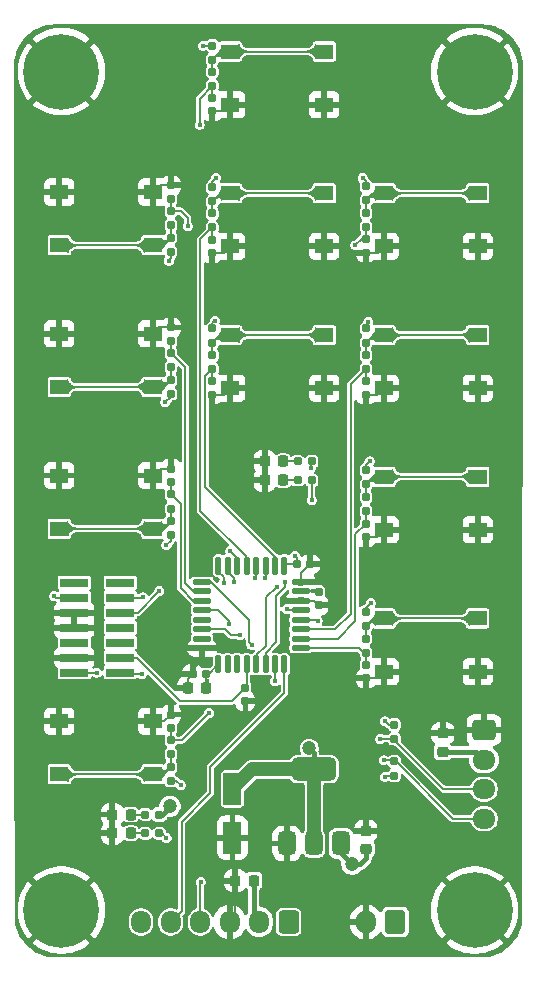
<source format=gbr>
%TF.GenerationSoftware,KiCad,Pcbnew,9.0.0-9.0.0-2~ubuntu22.04.1*%
%TF.CreationDate,2025-03-23T14:44:26+01:00*%
%TF.ProjectId,PCB_controller,5043425f-636f-46e7-9472-6f6c6c65722e,rev?*%
%TF.SameCoordinates,Original*%
%TF.FileFunction,Copper,L1,Top*%
%TF.FilePolarity,Positive*%
%FSLAX46Y46*%
G04 Gerber Fmt 4.6, Leading zero omitted, Abs format (unit mm)*
G04 Created by KiCad (PCBNEW 9.0.0-9.0.0-2~ubuntu22.04.1) date 2025-03-23 14:44:26*
%MOMM*%
%LPD*%
G01*
G04 APERTURE LIST*
G04 Aperture macros list*
%AMRoundRect*
0 Rectangle with rounded corners*
0 $1 Rounding radius*
0 $2 $3 $4 $5 $6 $7 $8 $9 X,Y pos of 4 corners*
0 Add a 4 corners polygon primitive as box body*
4,1,4,$2,$3,$4,$5,$6,$7,$8,$9,$2,$3,0*
0 Add four circle primitives for the rounded corners*
1,1,$1+$1,$2,$3*
1,1,$1+$1,$4,$5*
1,1,$1+$1,$6,$7*
1,1,$1+$1,$8,$9*
0 Add four rect primitives between the rounded corners*
20,1,$1+$1,$2,$3,$4,$5,0*
20,1,$1+$1,$4,$5,$6,$7,0*
20,1,$1+$1,$6,$7,$8,$9,0*
20,1,$1+$1,$8,$9,$2,$3,0*%
G04 Aperture macros list end*
%TA.AperFunction,SMDPad,CuDef*%
%ADD10RoundRect,0.155000X0.155000X-0.212500X0.155000X0.212500X-0.155000X0.212500X-0.155000X-0.212500X0*%
%TD*%
%TA.AperFunction,SMDPad,CuDef*%
%ADD11RoundRect,0.155000X-0.155000X0.212500X-0.155000X-0.212500X0.155000X-0.212500X0.155000X0.212500X0*%
%TD*%
%TA.AperFunction,SMDPad,CuDef*%
%ADD12RoundRect,0.160000X0.160000X-0.197500X0.160000X0.197500X-0.160000X0.197500X-0.160000X-0.197500X0*%
%TD*%
%TA.AperFunction,SMDPad,CuDef*%
%ADD13RoundRect,0.160000X-0.160000X0.197500X-0.160000X-0.197500X0.160000X-0.197500X0.160000X0.197500X0*%
%TD*%
%TA.AperFunction,SMDPad,CuDef*%
%ADD14R,1.550000X1.300000*%
%TD*%
%TA.AperFunction,ComponentPad*%
%ADD15RoundRect,0.250000X-0.725000X0.600000X-0.725000X-0.600000X0.725000X-0.600000X0.725000X0.600000X0*%
%TD*%
%TA.AperFunction,ComponentPad*%
%ADD16O,1.950000X1.700000*%
%TD*%
%TA.AperFunction,SMDPad,CuDef*%
%ADD17RoundRect,0.160000X0.197500X0.160000X-0.197500X0.160000X-0.197500X-0.160000X0.197500X-0.160000X0*%
%TD*%
%TA.AperFunction,SMDPad,CuDef*%
%ADD18RoundRect,0.225000X-0.250000X0.225000X-0.250000X-0.225000X0.250000X-0.225000X0.250000X0.225000X0*%
%TD*%
%TA.AperFunction,SMDPad,CuDef*%
%ADD19RoundRect,0.225000X0.250000X-0.225000X0.250000X0.225000X-0.250000X0.225000X-0.250000X-0.225000X0*%
%TD*%
%TA.AperFunction,ComponentPad*%
%ADD20C,0.800000*%
%TD*%
%TA.AperFunction,ComponentPad*%
%ADD21C,6.400000*%
%TD*%
%TA.AperFunction,ComponentPad*%
%ADD22RoundRect,0.250000X0.600000X0.725000X-0.600000X0.725000X-0.600000X-0.725000X0.600000X-0.725000X0*%
%TD*%
%TA.AperFunction,ComponentPad*%
%ADD23O,1.700000X1.950000*%
%TD*%
%TA.AperFunction,SMDPad,CuDef*%
%ADD24RoundRect,0.155000X-0.212500X-0.155000X0.212500X-0.155000X0.212500X0.155000X-0.212500X0.155000X0*%
%TD*%
%TA.AperFunction,SMDPad,CuDef*%
%ADD25R,2.400000X0.740000*%
%TD*%
%TA.AperFunction,SMDPad,CuDef*%
%ADD26RoundRect,0.225000X0.225000X0.250000X-0.225000X0.250000X-0.225000X-0.250000X0.225000X-0.250000X0*%
%TD*%
%TA.AperFunction,SMDPad,CuDef*%
%ADD27RoundRect,0.218750X-0.218750X-0.256250X0.218750X-0.256250X0.218750X0.256250X-0.218750X0.256250X0*%
%TD*%
%TA.AperFunction,SMDPad,CuDef*%
%ADD28RoundRect,0.250000X-0.550000X1.137500X-0.550000X-1.137500X0.550000X-1.137500X0.550000X1.137500X0*%
%TD*%
%TA.AperFunction,SMDPad,CuDef*%
%ADD29RoundRect,0.155000X0.212500X0.155000X-0.212500X0.155000X-0.212500X-0.155000X0.212500X-0.155000X0*%
%TD*%
%TA.AperFunction,SMDPad,CuDef*%
%ADD30RoundRect,0.375000X0.375000X-0.625000X0.375000X0.625000X-0.375000X0.625000X-0.375000X-0.625000X0*%
%TD*%
%TA.AperFunction,SMDPad,CuDef*%
%ADD31RoundRect,0.500000X1.400000X-0.500000X1.400000X0.500000X-1.400000X0.500000X-1.400000X-0.500000X0*%
%TD*%
%TA.AperFunction,SMDPad,CuDef*%
%ADD32RoundRect,0.125000X0.125000X-0.625000X0.125000X0.625000X-0.125000X0.625000X-0.125000X-0.625000X0*%
%TD*%
%TA.AperFunction,SMDPad,CuDef*%
%ADD33RoundRect,0.125000X0.625000X-0.125000X0.625000X0.125000X-0.625000X0.125000X-0.625000X-0.125000X0*%
%TD*%
%TA.AperFunction,ComponentPad*%
%ADD34RoundRect,0.250000X0.600000X0.750000X-0.600000X0.750000X-0.600000X-0.750000X0.600000X-0.750000X0*%
%TD*%
%TA.AperFunction,ComponentPad*%
%ADD35O,1.700000X2.000000*%
%TD*%
%TA.AperFunction,ViaPad*%
%ADD36C,0.450000*%
%TD*%
%TA.AperFunction,ViaPad*%
%ADD37C,1.200000*%
%TD*%
%TA.AperFunction,Conductor*%
%ADD38C,0.200000*%
%TD*%
%TA.AperFunction,Conductor*%
%ADD39C,1.200000*%
%TD*%
%TA.AperFunction,Conductor*%
%ADD40C,0.400000*%
%TD*%
G04 APERTURE END LIST*
D10*
%TO.P,C16,1*%
%TO.N,BTN_10*%
X136287500Y-93767500D03*
%TO.P,C16,2*%
%TO.N,GND*%
X136287500Y-92632500D03*
%TD*%
D11*
%TO.P,C6,1*%
%TO.N,+3.3V*%
X148800000Y-103032500D03*
%TO.P,C6,2*%
%TO.N,GND*%
X148800000Y-104167500D03*
%TD*%
D12*
%TO.P,R5,1*%
%TO.N,BTN_3*%
X152787500Y-84195000D03*
%TO.P,R5,2*%
%TO.N,Net-(SW3-A)*%
X152787500Y-83000000D03*
%TD*%
D13*
%TO.P,R10,1*%
%TO.N,+3.3V*%
X139787500Y-80750000D03*
%TO.P,R10,2*%
%TO.N,Net-(SW5-A)*%
X139787500Y-81945000D03*
%TD*%
D14*
%TO.P,SW4,1,A*%
%TO.N,Net-(SW4-A)*%
X154312500Y-69300000D03*
X162262500Y-69300000D03*
%TO.P,SW4,2,B*%
%TO.N,GND*%
X154312500Y-73800000D03*
X162262500Y-73800000D03*
%TD*%
D15*
%TO.P,J3,1,Pin_1*%
%TO.N,GND*%
X162787500Y-114750000D03*
D16*
%TO.P,J3,2,Pin_2*%
%TO.N,+5V*%
X162787500Y-117250000D03*
%TO.P,J3,3,Pin_3*%
%TO.N,I2C1_SDA*%
X162787500Y-119750000D03*
%TO.P,J3,4,Pin_4*%
%TO.N,I2C1_SCL*%
X162787500Y-122250000D03*
%TD*%
D12*
%TO.P,R18,1*%
%TO.N,+3.3V*%
X136287500Y-86282500D03*
%TO.P,R18,2*%
%TO.N,Net-(SW9-A)*%
X136287500Y-85087500D03*
%TD*%
D13*
%TO.P,R12,1*%
%TO.N,+3.3V*%
X139787500Y-68802500D03*
%TO.P,R12,2*%
%TO.N,Net-(SW6-A)*%
X139787500Y-69997500D03*
%TD*%
D11*
%TO.P,C2,1*%
%TO.N,NRST*%
X142587500Y-111165000D03*
%TO.P,C2,2*%
%TO.N,GND*%
X142587500Y-112300000D03*
%TD*%
D12*
%TO.P,R9,1*%
%TO.N,BTN_5*%
X139787500Y-84195000D03*
%TO.P,R9,2*%
%TO.N,Net-(SW5-A)*%
X139787500Y-83000000D03*
%TD*%
D10*
%TO.P,C13,1*%
%TO.N,BTN_7*%
X136287500Y-69767500D03*
%TO.P,C13,2*%
%TO.N,GND*%
X136287500Y-68632500D03*
%TD*%
D14*
%TO.P,SW3,1,A*%
%TO.N,Net-(SW3-A)*%
X154312500Y-81300000D03*
X162262500Y-81300000D03*
%TO.P,SW3,2,B*%
%TO.N,GND*%
X154312500Y-85800000D03*
X162262500Y-85800000D03*
%TD*%
%TO.P,SW2,1,A*%
%TO.N,Net-(SW2-A)*%
X154312500Y-93300000D03*
X162262500Y-93300000D03*
%TO.P,SW2,2,B*%
%TO.N,GND*%
X154312500Y-97800000D03*
X162262500Y-97800000D03*
%TD*%
D17*
%TO.P,R25,1*%
%TO.N,+5V*%
X135297500Y-121900000D03*
%TO.P,R25,2*%
%TO.N,Net-(D2-A)*%
X134102500Y-121900000D03*
%TD*%
D18*
%TO.P,C20,1*%
%TO.N,GND*%
X159300000Y-115025000D03*
%TO.P,C20,2*%
%TO.N,+5V*%
X159300000Y-116575000D03*
%TD*%
D19*
%TO.P,C7,1*%
%TO.N,+5V*%
X152787500Y-124825000D03*
%TO.P,C7,2*%
%TO.N,GND*%
X152787500Y-123275000D03*
%TD*%
D13*
%TO.P,R6,1*%
%TO.N,+3.3V*%
X152787500Y-80750000D03*
%TO.P,R6,2*%
%TO.N,Net-(SW3-A)*%
X152787500Y-81945000D03*
%TD*%
D17*
%TO.P,R26,1*%
%TO.N,+3.3V*%
X135297500Y-123500000D03*
%TO.P,R26,2*%
%TO.N,Net-(D1-A)*%
X134102500Y-123500000D03*
%TD*%
D12*
%TO.P,R3,1*%
%TO.N,BTN_2*%
X152787500Y-96200000D03*
%TO.P,R3,2*%
%TO.N,Net-(SW2-A)*%
X152787500Y-95005000D03*
%TD*%
D11*
%TO.P,C12,1*%
%TO.N,BTN_6*%
X139787500Y-73232500D03*
%TO.P,C12,2*%
%TO.N,GND*%
X139787500Y-74367500D03*
%TD*%
%TO.P,C19,1*%
%TO.N,BTN_1*%
X152787500Y-109232500D03*
%TO.P,C19,2*%
%TO.N,GND*%
X152787500Y-110367500D03*
%TD*%
D17*
%TO.P,R28,1*%
%TO.N,LED1*%
X148197500Y-92000000D03*
%TO.P,R28,2*%
%TO.N,Net-(D4-A)*%
X147002500Y-92000000D03*
%TD*%
D20*
%TO.P,H1,1,1*%
%TO.N,GND*%
X159600000Y-59000000D03*
X160302944Y-57302944D03*
X160302944Y-60697056D03*
X162000000Y-56600000D03*
D21*
X162000000Y-59000000D03*
D20*
X162000000Y-61400000D03*
X163697056Y-57302944D03*
X163697056Y-60697056D03*
X164400000Y-59000000D03*
%TD*%
D22*
%TO.P,J2,1,Pin_1*%
%TO.N,unconnected-(J2-Pin_1-Pad1)*%
X146250000Y-131000000D03*
D23*
%TO.P,J2,2,Pin_2*%
%TO.N,+5V*%
X143750000Y-131000000D03*
%TO.P,J2,3,Pin_3*%
%TO.N,GND*%
X141250000Y-131000000D03*
%TO.P,J2,4,Pin_4*%
%TO.N,UART2_HC05_TX*%
X138750000Y-131000000D03*
%TO.P,J2,5,Pin_5*%
%TO.N,UART2_HC05_RX*%
X136250000Y-131000000D03*
%TO.P,J2,6,Pin_6*%
%TO.N,unconnected-(J2-Pin_6-Pad6)*%
X133750000Y-131000000D03*
%TD*%
D10*
%TO.P,C15,1*%
%TO.N,BTN_9*%
X136287500Y-81800000D03*
%TO.P,C15,2*%
%TO.N,GND*%
X136287500Y-80665000D03*
%TD*%
D13*
%TO.P,R24,1*%
%TO.N,+3.3V*%
X155200000Y-114300000D03*
%TO.P,R24,2*%
%TO.N,I2C1_SDA*%
X155200000Y-115495000D03*
%TD*%
D14*
%TO.P,SW8,1,A*%
%TO.N,Net-(SW8-A)*%
X141312500Y-57300000D03*
X149262500Y-57300000D03*
%TO.P,SW8,2,B*%
%TO.N,GND*%
X141312500Y-61800000D03*
X149262500Y-61800000D03*
%TD*%
D13*
%TO.P,R21,1*%
%TO.N,BTN_11*%
X136287500Y-115602500D03*
%TO.P,R21,2*%
%TO.N,Net-(SW11-A)*%
X136287500Y-116797500D03*
%TD*%
D24*
%TO.P,C4,1*%
%TO.N,+3.3V*%
X146920000Y-100700000D03*
%TO.P,C4,2*%
%TO.N,GND*%
X148055000Y-100700000D03*
%TD*%
D25*
%TO.P,J4,1,NC*%
%TO.N,unconnected-(J4-NC-Pad1)*%
X128087500Y-102260000D03*
%TO.P,J4,2,NC*%
%TO.N,unconnected-(J4-NC-Pad2)*%
X131987500Y-102260000D03*
%TO.P,J4,3,VCC*%
%TO.N,+3.3V*%
X128087500Y-103530000D03*
%TO.P,J4,4,JTMS/SWDIO*%
%TO.N,SWDIO*%
X131987500Y-103530000D03*
%TO.P,J4,5,GND*%
%TO.N,GND*%
X128087500Y-104800000D03*
%TO.P,J4,6,JCLK/SWCLK*%
%TO.N,SWCLK*%
X131987500Y-104800000D03*
%TO.P,J4,7,GND*%
%TO.N,GND*%
X128087500Y-106070000D03*
%TO.P,J4,8,JTDO/SWO*%
%TO.N,unconnected-(J4-JTDO{slash}SWO-Pad8)*%
X131987500Y-106070000D03*
%TO.P,J4,9,JRCLK/NC*%
%TO.N,unconnected-(J4-JRCLK{slash}NC-Pad9)*%
X128087500Y-107340000D03*
%TO.P,J4,10,JTDI/NC*%
%TO.N,unconnected-(J4-JTDI{slash}NC-Pad10)*%
X131987500Y-107340000D03*
%TO.P,J4,11,GNDDetect*%
%TO.N,GND*%
X128087500Y-108610000D03*
%TO.P,J4,12,~{RST}*%
%TO.N,NRST*%
X131987500Y-108610000D03*
%TO.P,J4,13,VCP_RX*%
%TO.N,UART1_DEBUG_RX*%
X128087500Y-109880000D03*
%TO.P,J4,14,VCP_TX*%
%TO.N,UART1_DEBUG_TX*%
X131987500Y-109880000D03*
%TD*%
D14*
%TO.P,SW10,1,A*%
%TO.N,Net-(SW10-A)*%
X134762500Y-97700000D03*
X126812500Y-97700000D03*
%TO.P,SW10,2,B*%
%TO.N,GND*%
X134762500Y-93200000D03*
X126812500Y-93200000D03*
%TD*%
D13*
%TO.P,R16,1*%
%TO.N,+3.3V*%
X139787500Y-56797500D03*
%TO.P,R16,2*%
%TO.N,Net-(SW8-A)*%
X139787500Y-57992500D03*
%TD*%
D12*
%TO.P,R20,1*%
%TO.N,+3.3V*%
X136287500Y-98247500D03*
%TO.P,R20,2*%
%TO.N,Net-(SW10-A)*%
X136287500Y-97052500D03*
%TD*%
D14*
%TO.P,SW7,1,A*%
%TO.N,Net-(SW7-A)*%
X134762500Y-73700000D03*
X126812500Y-73700000D03*
%TO.P,SW7,2,B*%
%TO.N,GND*%
X134762500Y-69200000D03*
X126812500Y-69200000D03*
%TD*%
D13*
%TO.P,R8,1*%
%TO.N,+3.3V*%
X152787500Y-68705000D03*
%TO.P,R8,2*%
%TO.N,Net-(SW4-A)*%
X152787500Y-69900000D03*
%TD*%
D11*
%TO.P,C10,1*%
%TO.N,BTN_4*%
X152787500Y-73185000D03*
%TO.P,C10,2*%
%TO.N,GND*%
X152787500Y-74320000D03*
%TD*%
D13*
%TO.P,R4,1*%
%TO.N,+3.3V*%
X152787500Y-92755000D03*
%TO.P,R4,2*%
%TO.N,Net-(SW2-A)*%
X152787500Y-93950000D03*
%TD*%
D12*
%TO.P,R23,1*%
%TO.N,+3.3V*%
X155200000Y-118597500D03*
%TO.P,R23,2*%
%TO.N,I2C1_SCL*%
X155200000Y-117402500D03*
%TD*%
D26*
%TO.P,C1,1*%
%TO.N,+3.3V*%
X139275000Y-111200000D03*
%TO.P,C1,2*%
%TO.N,GND*%
X137725000Y-111200000D03*
%TD*%
D12*
%TO.P,R22,1*%
%TO.N,+3.3V*%
X136287500Y-119047500D03*
%TO.P,R22,2*%
%TO.N,Net-(SW11-A)*%
X136287500Y-117852500D03*
%TD*%
D27*
%TO.P,D3,1,K*%
%TO.N,GND*%
X144212500Y-93600000D03*
%TO.P,D3,2,A*%
%TO.N,Net-(D3-A)*%
X145787500Y-93600000D03*
%TD*%
D28*
%TO.P,C18,1*%
%TO.N,+3.3V*%
X141487500Y-119737500D03*
%TO.P,C18,2*%
%TO.N,GND*%
X141487500Y-123862500D03*
%TD*%
D29*
%TO.P,C3,1*%
%TO.N,+3.3V*%
X139255000Y-110000000D03*
%TO.P,C3,2*%
%TO.N,GND*%
X138120000Y-110000000D03*
%TD*%
D14*
%TO.P,SW11,1,A*%
%TO.N,Net-(SW11-A)*%
X134762500Y-118500000D03*
X126812500Y-118500000D03*
%TO.P,SW11,2,B*%
%TO.N,GND*%
X134762500Y-114000000D03*
X126812500Y-114000000D03*
%TD*%
D10*
%TO.P,C17,1*%
%TO.N,BTN_11*%
X136287500Y-114567500D03*
%TO.P,C17,2*%
%TO.N,GND*%
X136287500Y-113432500D03*
%TD*%
D27*
%TO.P,D2,1,K*%
%TO.N,GND*%
X131312500Y-121900000D03*
%TO.P,D2,2,A*%
%TO.N,Net-(D2-A)*%
X132887500Y-121900000D03*
%TD*%
D14*
%TO.P,SW1,1,A*%
%TO.N,Net-(SW1-A)*%
X154312500Y-105300000D03*
X162262500Y-105300000D03*
%TO.P,SW1,2,B*%
%TO.N,GND*%
X154312500Y-109800000D03*
X162262500Y-109800000D03*
%TD*%
%TO.P,SW9,1,A*%
%TO.N,Net-(SW9-A)*%
X134762500Y-85700000D03*
X126812500Y-85700000D03*
%TO.P,SW9,2,B*%
%TO.N,GND*%
X134762500Y-81200000D03*
X126812500Y-81200000D03*
%TD*%
D30*
%TO.P,U2,1,GND*%
%TO.N,GND*%
X146087500Y-124350000D03*
%TO.P,U2,2,VO*%
%TO.N,+3.3V*%
X148387500Y-124350000D03*
D31*
X148387500Y-118050000D03*
D30*
%TO.P,U2,3,VI*%
%TO.N,+5V*%
X150687500Y-124350000D03*
%TD*%
D14*
%TO.P,SW6,1,A*%
%TO.N,Net-(SW6-A)*%
X141312500Y-69300000D03*
X149262500Y-69300000D03*
%TO.P,SW6,2,B*%
%TO.N,GND*%
X141312500Y-73800000D03*
X149262500Y-73800000D03*
%TD*%
D13*
%TO.P,R1,1*%
%TO.N,+3.3V*%
X152787500Y-104752500D03*
%TO.P,R1,2*%
%TO.N,Net-(SW1-A)*%
X152787500Y-105947500D03*
%TD*%
D20*
%TO.P,H3,1,1*%
%TO.N,GND*%
X124600000Y-59000000D03*
X125302944Y-57302944D03*
X125302944Y-60697056D03*
X127000000Y-56600000D03*
D21*
X127000000Y-59000000D03*
D20*
X127000000Y-61400000D03*
X128697056Y-57302944D03*
X128697056Y-60697056D03*
X129400000Y-59000000D03*
%TD*%
%TO.P,H2,1,1*%
%TO.N,GND*%
X124600000Y-130000000D03*
X125302944Y-128302944D03*
X125302944Y-131697056D03*
X127000000Y-127600000D03*
D21*
X127000000Y-130000000D03*
D20*
X127000000Y-132400000D03*
X128697056Y-128302944D03*
X128697056Y-131697056D03*
X129400000Y-130000000D03*
%TD*%
D11*
%TO.P,C9,1*%
%TO.N,BTN_3*%
X152787500Y-85230000D03*
%TO.P,C9,2*%
%TO.N,GND*%
X152787500Y-86365000D03*
%TD*%
D14*
%TO.P,SW5,1,A*%
%TO.N,Net-(SW5-A)*%
X141312500Y-81300000D03*
X149262500Y-81300000D03*
%TO.P,SW5,2,B*%
%TO.N,GND*%
X141312500Y-85800000D03*
X149262500Y-85800000D03*
%TD*%
D12*
%TO.P,R7,1*%
%TO.N,BTN_4*%
X152787500Y-72150000D03*
%TO.P,R7,2*%
%TO.N,Net-(SW4-A)*%
X152787500Y-70955000D03*
%TD*%
D11*
%TO.P,C14,1*%
%TO.N,BTN_8*%
X139787500Y-61230000D03*
%TO.P,C14,2*%
%TO.N,GND*%
X139787500Y-62365000D03*
%TD*%
D32*
%TO.P,U1,1,VDD*%
%TO.N,+3.3V*%
X140287500Y-109175000D03*
%TO.P,U1,2,PF0*%
%TO.N,unconnected-(U1-PF0-Pad2)*%
X141087500Y-109175000D03*
%TO.P,U1,3,PF1*%
%TO.N,unconnected-(U1-PF1-Pad3)*%
X141887500Y-109175000D03*
%TO.P,U1,4,PG10*%
%TO.N,NRST*%
X142687500Y-109175000D03*
%TO.P,U1,5,PA0*%
%TO.N,LED1*%
X143487500Y-109175000D03*
%TO.P,U1,6,PA1*%
%TO.N,LED2*%
X144287500Y-109175000D03*
%TO.P,U1,7,PA2*%
%TO.N,UART2_HC05_TX*%
X145087500Y-109175000D03*
%TO.P,U1,8,PA3*%
%TO.N,UART2_HC05_RX*%
X145887500Y-109175000D03*
D33*
%TO.P,U1,9,PA4*%
%TO.N,BTN_1*%
X147262500Y-107800000D03*
%TO.P,U1,10,PA5*%
%TO.N,BTN_2*%
X147262500Y-107000000D03*
%TO.P,U1,11,PA6*%
%TO.N,BTN_3*%
X147262500Y-106200000D03*
%TO.P,U1,12,PA7*%
%TO.N,BTN_4*%
X147262500Y-105400000D03*
%TO.P,U1,13,PB0*%
%TO.N,BTN_8*%
X147262500Y-104600000D03*
%TO.P,U1,14,VSSA*%
%TO.N,GND*%
X147262500Y-103800000D03*
%TO.P,U1,15,VDDA*%
%TO.N,+3.3V*%
X147262500Y-103000000D03*
%TO.P,U1,16,VSS*%
%TO.N,GND*%
X147262500Y-102200000D03*
D32*
%TO.P,U1,17,VDD*%
%TO.N,+3.3V*%
X145887500Y-100825000D03*
%TO.P,U1,18,PA8*%
%TO.N,BTN_5*%
X145087500Y-100825000D03*
%TO.P,U1,19,PA9*%
%TO.N,UART1_DEBUG_TX*%
X144287500Y-100825000D03*
%TO.P,U1,20,PA10*%
%TO.N,UART1_DEBUG_RX*%
X143487500Y-100825000D03*
%TO.P,U1,21,PA11*%
%TO.N,BTN_6*%
X142687500Y-100825000D03*
%TO.P,U1,22,PA12*%
%TO.N,BTN_7*%
X141887500Y-100825000D03*
%TO.P,U1,23,PA13*%
%TO.N,SWDIO*%
X141087500Y-100825000D03*
%TO.P,U1,24,PA14*%
%TO.N,SWCLK*%
X140287500Y-100825000D03*
D33*
%TO.P,U1,25,PA15*%
%TO.N,I2C1_SCL*%
X138912500Y-102200000D03*
%TO.P,U1,26,PB3*%
%TO.N,BTN_9*%
X138912500Y-103000000D03*
%TO.P,U1,27,PB4*%
%TO.N,BTN_10*%
X138912500Y-103800000D03*
%TO.P,U1,28,PB5*%
%TO.N,BTN_11*%
X138912500Y-104600000D03*
%TO.P,U1,29,PB6*%
%TO.N,unconnected-(U1-PB6-Pad29)*%
X138912500Y-105400000D03*
%TO.P,U1,30,PB7*%
%TO.N,I2C1_SDA*%
X138912500Y-106200000D03*
%TO.P,U1,31,PB8*%
%TO.N,unconnected-(U1-PB8-Pad31)*%
X138912500Y-107000000D03*
%TO.P,U1,32,VSS*%
%TO.N,GND*%
X138912500Y-107800000D03*
%TD*%
D13*
%TO.P,R13,1*%
%TO.N,BTN_7*%
X136287500Y-70802500D03*
%TO.P,R13,2*%
%TO.N,Net-(SW7-A)*%
X136287500Y-71997500D03*
%TD*%
%TO.P,R19,1*%
%TO.N,BTN_10*%
X136287500Y-94800000D03*
%TO.P,R19,2*%
%TO.N,Net-(SW10-A)*%
X136287500Y-95995000D03*
%TD*%
D12*
%TO.P,R11,1*%
%TO.N,BTN_6*%
X139787500Y-72197500D03*
%TO.P,R11,2*%
%TO.N,Net-(SW6-A)*%
X139787500Y-71002500D03*
%TD*%
%TO.P,R15,1*%
%TO.N,BTN_8*%
X139787500Y-60195000D03*
%TO.P,R15,2*%
%TO.N,Net-(SW8-A)*%
X139787500Y-59000000D03*
%TD*%
%TO.P,R14,1*%
%TO.N,+3.3V*%
X136287500Y-74247500D03*
%TO.P,R14,2*%
%TO.N,Net-(SW7-A)*%
X136287500Y-73052500D03*
%TD*%
D20*
%TO.P,H4,1,1*%
%TO.N,GND*%
X159600000Y-130000000D03*
X160302944Y-128302944D03*
X160302944Y-131697056D03*
X162000000Y-127600000D03*
D21*
X162000000Y-130000000D03*
D20*
X162000000Y-132400000D03*
X163697056Y-128302944D03*
X163697056Y-131697056D03*
X164400000Y-130000000D03*
%TD*%
D26*
%TO.P,C5,1*%
%TO.N,+5V*%
X143275000Y-127500000D03*
%TO.P,C5,2*%
%TO.N,GND*%
X141725000Y-127500000D03*
%TD*%
D34*
%TO.P,J1,1,Pin_1*%
%TO.N,+5V*%
X155287500Y-131000000D03*
D35*
%TO.P,J1,2,Pin_2*%
%TO.N,GND*%
X152787500Y-131000000D03*
%TD*%
D11*
%TO.P,C11,1*%
%TO.N,BTN_5*%
X139787500Y-85230000D03*
%TO.P,C11,2*%
%TO.N,GND*%
X139787500Y-86365000D03*
%TD*%
%TO.P,C8,1*%
%TO.N,BTN_2*%
X152787500Y-97267500D03*
%TO.P,C8,2*%
%TO.N,GND*%
X152787500Y-98402500D03*
%TD*%
D27*
%TO.P,D4,1,K*%
%TO.N,GND*%
X144212500Y-92000000D03*
%TO.P,D4,2,A*%
%TO.N,Net-(D4-A)*%
X145787500Y-92000000D03*
%TD*%
%TO.P,D1,1,K*%
%TO.N,GND*%
X131312500Y-123500000D03*
%TO.P,D1,2,A*%
%TO.N,Net-(D1-A)*%
X132887500Y-123500000D03*
%TD*%
D12*
%TO.P,R2,1*%
%TO.N,BTN_1*%
X152787500Y-108197500D03*
%TO.P,R2,2*%
%TO.N,Net-(SW1-A)*%
X152787500Y-107002500D03*
%TD*%
D17*
%TO.P,R27,1*%
%TO.N,LED2*%
X148197500Y-93600000D03*
%TO.P,R27,2*%
%TO.N,Net-(D3-A)*%
X147002500Y-93600000D03*
%TD*%
D13*
%TO.P,R17,1*%
%TO.N,BTN_9*%
X136287500Y-82835000D03*
%TO.P,R17,2*%
%TO.N,Net-(SW9-A)*%
X136287500Y-84030000D03*
%TD*%
D36*
%TO.N,GND*%
X127250000Y-90000000D03*
X141700000Y-126800000D03*
X133700000Y-93200000D03*
X142600000Y-112900000D03*
X146000000Y-125600000D03*
X138800000Y-108900000D03*
X127900000Y-114000000D03*
X143500000Y-93600000D03*
X160250000Y-101500000D03*
X155300000Y-73800000D03*
X126100000Y-105600000D03*
X142300000Y-73800000D03*
X130500000Y-78000000D03*
X155300000Y-109800000D03*
X153600000Y-123300000D03*
X139800000Y-63000000D03*
X145971232Y-103628768D03*
X127800000Y-81200000D03*
X148100000Y-61800000D03*
X131000000Y-65000000D03*
X136300000Y-67900000D03*
X161200000Y-85800000D03*
X155500000Y-102250000D03*
X133700000Y-81200000D03*
X157250000Y-112000000D03*
X155750000Y-90750000D03*
X163200000Y-109800000D03*
X149400000Y-104200000D03*
X155750000Y-59750000D03*
X136300000Y-112800000D03*
X126250000Y-77250000D03*
X144750000Y-116250000D03*
X149250000Y-89250000D03*
X157500000Y-121250000D03*
X142300000Y-85800000D03*
X156750000Y-125000000D03*
X157750000Y-77000000D03*
X152200000Y-110300000D03*
X136300000Y-91900000D03*
X133750000Y-60250000D03*
X139800000Y-87000000D03*
X143500000Y-92000000D03*
X131250000Y-89250000D03*
X148100000Y-100100000D03*
X133600000Y-69200000D03*
X163300000Y-97800000D03*
X149000000Y-66000000D03*
X152700000Y-99100000D03*
X132500000Y-126750000D03*
X152800000Y-87000000D03*
X133700000Y-114000000D03*
X159300000Y-114200000D03*
X130600000Y-123500000D03*
X150000000Y-110000000D03*
X155300000Y-85800000D03*
X148000000Y-78250000D03*
X127800000Y-69200000D03*
X130600000Y-121900000D03*
X149000000Y-127250000D03*
X139800000Y-75000000D03*
X145000000Y-64250000D03*
X142600000Y-123900000D03*
X134500000Y-56750000D03*
X142300000Y-61800000D03*
X161750000Y-78750000D03*
X158250000Y-89000000D03*
X148300000Y-85800000D03*
X143000000Y-77750000D03*
X161200000Y-73800000D03*
X127900000Y-93200000D03*
X127500000Y-99250000D03*
X148700000Y-102000000D03*
X137000000Y-111200000D03*
X157750000Y-63750000D03*
X155300000Y-97800000D03*
X136750000Y-66250000D03*
X124500000Y-111500000D03*
X152800000Y-75000000D03*
X136300000Y-80100000D03*
X126500000Y-108600000D03*
X148200000Y-73800000D03*
X147000000Y-113500000D03*
%TO.N,+3.3V*%
X152500000Y-68000000D03*
X153200000Y-104000000D03*
X136100000Y-75000000D03*
X135800000Y-87000000D03*
X139000000Y-56800000D03*
X139300000Y-110600000D03*
X154400000Y-118700000D03*
X135900000Y-99100000D03*
X153000000Y-80200000D03*
X153100000Y-92000000D03*
X140000000Y-80100000D03*
X137100000Y-119400000D03*
X126400000Y-103400000D03*
X146800000Y-100000000D03*
X135900000Y-123900000D03*
X140100000Y-68000000D03*
D37*
X148000000Y-116300000D03*
D36*
X154400000Y-114000000D03*
X148300000Y-103000000D03*
D37*
%TO.N,+5V*%
X151600000Y-126100000D03*
X136200000Y-121200000D03*
D36*
%TO.N,BTN_4*%
X148700000Y-105500000D03*
X151900000Y-73700000D03*
%TO.N,BTN_7*%
X137700000Y-72100000D03*
X141300000Y-99600000D03*
%TO.N,BTN_8*%
X146100000Y-104500000D03*
X138700000Y-63500000D03*
%TO.N,BTN_11*%
X139500000Y-113300000D03*
X141200000Y-105800000D03*
%TO.N,UART2_HC05_TX*%
X138800000Y-127600000D03*
X145100000Y-110600000D03*
%TO.N,I2C1_SDA*%
X154000000Y-115500000D03*
X142100000Y-106700000D03*
%TO.N,I2C1_SCL*%
X143100000Y-107525000D03*
X154300000Y-117300000D03*
%TO.N,UART1_DEBUG_RX*%
X130000000Y-109900000D03*
X143400000Y-101900000D03*
%TO.N,SWCLK*%
X140728768Y-102328768D03*
X135300000Y-102975000D03*
%TO.N,SWDIO*%
X141600000Y-102200000D03*
X133900000Y-103500000D03*
%TO.N,UART1_DEBUG_TX*%
X133800000Y-110000000D03*
X144200000Y-101900000D03*
%TO.N,LED2*%
X148200000Y-95300000D03*
X145900000Y-102200000D03*
%TO.N,LED1*%
X148100000Y-92600000D03*
X145225000Y-102600000D03*
%TD*%
D38*
%TO.N,GND*%
X146087500Y-125512500D02*
X146000000Y-125600000D01*
X152787500Y-110367500D02*
X153745000Y-110367500D01*
X128087500Y-108610000D02*
X126510000Y-108610000D01*
X154312500Y-85800000D02*
X153700000Y-85800000D01*
X152787500Y-86365000D02*
X152787500Y-86987500D01*
X141725000Y-127500000D02*
X141725000Y-126825000D01*
X152787500Y-98402500D02*
X153710000Y-98402500D01*
X142562500Y-123862500D02*
X142600000Y-123900000D01*
X142587500Y-112300000D02*
X142587500Y-112887500D01*
X134762500Y-93200000D02*
X133700000Y-93200000D01*
X141312500Y-85800000D02*
X142300000Y-85800000D01*
X135297500Y-80665000D02*
X134762500Y-81200000D01*
X162262500Y-97800000D02*
X163300000Y-97800000D01*
X134762500Y-69200000D02*
X133600000Y-69200000D01*
X138120000Y-110000000D02*
X138120000Y-109580000D01*
X154312500Y-109800000D02*
X155300000Y-109800000D01*
X144212500Y-93600000D02*
X143500000Y-93600000D01*
X126510000Y-108610000D02*
X126500000Y-108600000D01*
X154312500Y-73800000D02*
X153700000Y-73800000D01*
X139787500Y-86365000D02*
X140747500Y-86365000D01*
X148800000Y-104167500D02*
X149367500Y-104167500D01*
X141725000Y-126825000D02*
X141700000Y-126800000D01*
X152787500Y-110367500D02*
X152267500Y-110367500D01*
X152787500Y-99012500D02*
X152700000Y-99100000D01*
X141312500Y-61800000D02*
X142300000Y-61800000D01*
X152787500Y-74320000D02*
X152787500Y-74987500D01*
X152787500Y-98402500D02*
X152787500Y-99012500D01*
X136287500Y-112812500D02*
X136300000Y-112800000D01*
X152787500Y-86987500D02*
X152800000Y-87000000D01*
X139787500Y-86987500D02*
X139800000Y-87000000D01*
X140745000Y-74367500D02*
X141312500Y-73800000D01*
X152787500Y-86365000D02*
X153747500Y-86365000D01*
X149367500Y-104167500D02*
X149400000Y-104200000D01*
X148055000Y-100145000D02*
X148100000Y-100100000D01*
X153792500Y-74320000D02*
X154312500Y-73800000D01*
X138120000Y-109580000D02*
X138800000Y-108900000D01*
X149262500Y-85800000D02*
X148300000Y-85800000D01*
X136287500Y-91912500D02*
X136300000Y-91900000D01*
X126570000Y-106070000D02*
X126100000Y-105600000D01*
X131312500Y-123500000D02*
X130600000Y-123500000D01*
X147262500Y-102200000D02*
X148500000Y-102200000D01*
X138912500Y-107800000D02*
X138912500Y-108787500D01*
X141312500Y-73800000D02*
X140700000Y-73800000D01*
X154312500Y-85800000D02*
X155300000Y-85800000D01*
X159300000Y-115025000D02*
X159300000Y-114200000D01*
X162787500Y-114750000D02*
X159575000Y-114750000D01*
X149262500Y-73800000D02*
X148200000Y-73800000D01*
X136287500Y-68632500D02*
X135330000Y-68632500D01*
X154312500Y-97800000D02*
X153700000Y-97800000D01*
X139787500Y-74987500D02*
X139800000Y-75000000D01*
X153747500Y-86365000D02*
X154312500Y-85800000D01*
X134762500Y-81200000D02*
X133700000Y-81200000D01*
X159575000Y-114750000D02*
X159300000Y-115025000D01*
X147262500Y-102200000D02*
X147262500Y-101492500D01*
X136287500Y-80665000D02*
X135297500Y-80665000D01*
X141725000Y-130525000D02*
X141250000Y-131000000D01*
X134762500Y-114000000D02*
X133700000Y-114000000D01*
X134762500Y-69200000D02*
X135400000Y-69200000D01*
X139787500Y-86365000D02*
X139787500Y-86987500D01*
X140747500Y-62365000D02*
X141312500Y-61800000D01*
X135330000Y-68632500D02*
X134762500Y-69200000D01*
X137725000Y-110395000D02*
X138120000Y-110000000D01*
X136287500Y-92632500D02*
X136287500Y-91912500D01*
X135720000Y-114000000D02*
X136287500Y-113432500D01*
X142587500Y-112887500D02*
X142600000Y-112900000D01*
X134762500Y-114000000D02*
X135720000Y-114000000D01*
X126500000Y-104800000D02*
X126100000Y-105200000D01*
X136287500Y-68632500D02*
X136287500Y-67912500D01*
X126812500Y-93200000D02*
X127900000Y-93200000D01*
X147262500Y-101492500D02*
X148055000Y-100700000D01*
X141725000Y-127500000D02*
X141725000Y-130525000D01*
X153575000Y-123275000D02*
X153600000Y-123300000D01*
X153745000Y-110367500D02*
X154312500Y-109800000D01*
X128087500Y-106070000D02*
X126570000Y-106070000D01*
X146142464Y-103800000D02*
X145971232Y-103628768D01*
X162262500Y-85800000D02*
X161200000Y-85800000D01*
X135330000Y-92632500D02*
X134762500Y-93200000D01*
X148055000Y-100700000D02*
X148055000Y-100145000D01*
X152787500Y-74320000D02*
X153792500Y-74320000D01*
X139787500Y-74367500D02*
X140745000Y-74367500D01*
X147262500Y-103800000D02*
X146142464Y-103800000D01*
X126812500Y-114000000D02*
X127900000Y-114000000D01*
X154312500Y-97800000D02*
X155300000Y-97800000D01*
X141312500Y-85800000D02*
X140700000Y-85800000D01*
X136287500Y-80665000D02*
X136287500Y-80112500D01*
X136287500Y-67912500D02*
X136300000Y-67900000D01*
X137000000Y-111200000D02*
X137725000Y-111200000D01*
X139787500Y-62365000D02*
X139787500Y-62987500D01*
X141312500Y-73800000D02*
X142300000Y-73800000D01*
X152267500Y-110367500D02*
X152200000Y-110300000D01*
X134762500Y-93200000D02*
X135400000Y-93200000D01*
X137725000Y-111200000D02*
X137725000Y-110395000D01*
X140747500Y-86365000D02*
X141312500Y-85800000D01*
X126812500Y-69200000D02*
X127800000Y-69200000D01*
X141487500Y-123862500D02*
X142562500Y-123862500D01*
X131312500Y-121900000D02*
X130600000Y-121900000D01*
X139787500Y-62365000D02*
X140747500Y-62365000D01*
X139787500Y-74367500D02*
X139787500Y-74987500D01*
X149262500Y-61800000D02*
X148100000Y-61800000D01*
X126100000Y-105200000D02*
X126100000Y-105600000D01*
X126812500Y-81200000D02*
X127800000Y-81200000D01*
X153710000Y-98402500D02*
X154312500Y-97800000D01*
X152787500Y-74987500D02*
X152800000Y-75000000D01*
X148432500Y-103800000D02*
X147262500Y-103800000D01*
X162262500Y-109800000D02*
X163200000Y-109800000D01*
X139787500Y-62987500D02*
X139800000Y-63000000D01*
X138912500Y-108787500D02*
X138800000Y-108900000D01*
X148800000Y-104167500D02*
X148432500Y-103800000D01*
X148500000Y-102200000D02*
X148700000Y-102000000D01*
X144212500Y-92000000D02*
X143500000Y-92000000D01*
X162262500Y-73800000D02*
X161200000Y-73800000D01*
X128087500Y-104800000D02*
X126500000Y-104800000D01*
X154312500Y-73800000D02*
X155300000Y-73800000D01*
X136287500Y-113432500D02*
X136287500Y-112812500D01*
X152787500Y-123275000D02*
X153575000Y-123275000D01*
X136287500Y-92632500D02*
X135330000Y-92632500D01*
X146087500Y-124350000D02*
X146087500Y-125512500D01*
X141312500Y-61800000D02*
X140700000Y-61800000D01*
X136287500Y-80112500D02*
X136300000Y-80100000D01*
%TO.N,+3.3V*%
X152787500Y-68705000D02*
X152787500Y-68287500D01*
X146012500Y-100700000D02*
X145887500Y-100825000D01*
X136287500Y-86512500D02*
X135800000Y-87000000D01*
X152787500Y-104752500D02*
X152787500Y-104412500D01*
X139787500Y-80312500D02*
X140000000Y-80100000D01*
D39*
X148387500Y-118050000D02*
X143175000Y-118050000D01*
D38*
X155200000Y-118597500D02*
X154502500Y-118597500D01*
X139787500Y-68312500D02*
X140100000Y-68000000D01*
D40*
X148387500Y-116687500D02*
X148000000Y-116300000D01*
D38*
X136287500Y-98712500D02*
X135900000Y-99100000D01*
X152787500Y-92312500D02*
X153100000Y-92000000D01*
X136287500Y-119047500D02*
X136747500Y-119047500D01*
X146920000Y-100700000D02*
X146012500Y-100700000D01*
X152787500Y-80750000D02*
X152787500Y-80412500D01*
X154700000Y-114300000D02*
X154400000Y-114000000D01*
X155200000Y-114300000D02*
X154700000Y-114300000D01*
X135500000Y-123500000D02*
X135900000Y-123900000D01*
X136287500Y-86282500D02*
X136287500Y-86512500D01*
X146920000Y-100700000D02*
X146920000Y-100120000D01*
X154502500Y-118597500D02*
X154400000Y-118700000D01*
X152787500Y-80412500D02*
X153000000Y-80200000D01*
X139462500Y-110000000D02*
X140287500Y-109175000D01*
D39*
X148387500Y-124350000D02*
X148387500Y-118050000D01*
D38*
X139002500Y-56797500D02*
X139000000Y-56800000D01*
X139787500Y-68802500D02*
X139787500Y-68312500D01*
X128087500Y-103530000D02*
X126530000Y-103530000D01*
X139255000Y-110555000D02*
X139300000Y-110600000D01*
X147262500Y-103000000D02*
X148300000Y-103000000D01*
X139255000Y-110000000D02*
X139462500Y-110000000D01*
X139275000Y-111200000D02*
X139275000Y-110625000D01*
X126530000Y-103530000D02*
X126400000Y-103400000D01*
X146920000Y-100120000D02*
X146800000Y-100000000D01*
X136747500Y-119047500D02*
X137100000Y-119400000D01*
X139275000Y-110625000D02*
X139300000Y-110600000D01*
D39*
X143175000Y-118050000D02*
X141487500Y-119737500D01*
D38*
X136287500Y-98247500D02*
X136287500Y-98712500D01*
X152787500Y-92755000D02*
X152787500Y-92312500D01*
X148332500Y-103032500D02*
X148300000Y-103000000D01*
X139255000Y-110000000D02*
X139255000Y-110555000D01*
X135297500Y-123500000D02*
X135500000Y-123500000D01*
X152787500Y-68287500D02*
X152500000Y-68000000D01*
X148800000Y-103032500D02*
X148332500Y-103032500D01*
X136287500Y-74812500D02*
X136100000Y-75000000D01*
D40*
X148387500Y-118050000D02*
X148387500Y-116687500D01*
D38*
X152787500Y-104412500D02*
X153200000Y-104000000D01*
X136287500Y-74247500D02*
X136287500Y-74812500D01*
X139787500Y-80750000D02*
X139787500Y-80312500D01*
X139787500Y-56797500D02*
X139002500Y-56797500D01*
%TO.N,NRST*%
X141452500Y-112300000D02*
X142587500Y-111165000D01*
X137077500Y-112300000D02*
X141452500Y-112300000D01*
X131987500Y-108610000D02*
X133387500Y-108610000D01*
X142587500Y-111165000D02*
X142587500Y-111112500D01*
X142587500Y-111112500D02*
X142687500Y-111012500D01*
X142687500Y-111012500D02*
X142687500Y-109175000D01*
X133387500Y-108610000D02*
X137077500Y-112300000D01*
D40*
%TO.N,+5V*%
X150687500Y-124350000D02*
X150687500Y-125187500D01*
X150687500Y-125187500D02*
X151600000Y-126100000D01*
X135500000Y-121900000D02*
X136200000Y-121200000D01*
X151600000Y-126100000D02*
X152300000Y-126100000D01*
X143275000Y-127500000D02*
X143275000Y-130525000D01*
X135297500Y-121900000D02*
X135500000Y-121900000D01*
X152787500Y-125612500D02*
X152787500Y-124825000D01*
X162112500Y-116575000D02*
X162787500Y-117250000D01*
X152300000Y-126100000D02*
X152787500Y-125612500D01*
X143275000Y-130525000D02*
X143750000Y-131000000D01*
X159300000Y-116575000D02*
X162112500Y-116575000D01*
D38*
%TO.N,BTN_2*%
X151900000Y-98155000D02*
X151900000Y-105500000D01*
X151900000Y-105500000D02*
X150400000Y-107000000D01*
X152787500Y-96200000D02*
X152787500Y-97267500D01*
X150400000Y-107000000D02*
X147262500Y-107000000D01*
X152787500Y-97267500D02*
X151900000Y-98155000D01*
%TO.N,BTN_3*%
X152787500Y-84195000D02*
X152787500Y-85230000D01*
X147262500Y-106200000D02*
X150200000Y-106200000D01*
X150200000Y-106200000D02*
X151500000Y-104900000D01*
X151500000Y-104900000D02*
X151500000Y-85482500D01*
X151500000Y-85482500D02*
X152787500Y-84195000D01*
%TO.N,BTN_4*%
X152415000Y-73185000D02*
X151900000Y-73700000D01*
X147262500Y-105400000D02*
X148600000Y-105400000D01*
X148600000Y-105400000D02*
X148700000Y-105500000D01*
X152787500Y-73185000D02*
X152415000Y-73185000D01*
X152787500Y-72150000D02*
X152787500Y-73185000D01*
%TO.N,BTN_5*%
X139177500Y-84805000D02*
X139787500Y-84195000D01*
X139177500Y-94165001D02*
X139177500Y-84805000D01*
X139787500Y-84195000D02*
X139787500Y-85230000D01*
X145087500Y-100075001D02*
X139177500Y-94165001D01*
X145087500Y-100825000D02*
X145087500Y-100075001D01*
%TO.N,BTN_6*%
X138777500Y-96165001D02*
X138777500Y-73207500D01*
X139787500Y-72197500D02*
X139787500Y-73232500D01*
X142687500Y-100075001D02*
X138777500Y-96165001D01*
X142687500Y-100825000D02*
X142687500Y-100075001D01*
X138777500Y-73207500D02*
X139787500Y-72197500D01*
%TO.N,BTN_7*%
X136287500Y-70802500D02*
X136287500Y-69767500D01*
X137700000Y-71400000D02*
X137102500Y-70802500D01*
X141887500Y-100187500D02*
X141300000Y-99600000D01*
X137700000Y-72100000D02*
X137700000Y-71400000D01*
X137102500Y-70802500D02*
X136287500Y-70802500D01*
X141887500Y-100825000D02*
X141887500Y-100187500D01*
%TO.N,BTN_8*%
X139787500Y-60195000D02*
X139787500Y-61230000D01*
X138700000Y-61282500D02*
X139787500Y-60195000D01*
X138700000Y-63500000D02*
X138700000Y-61282500D01*
X147262500Y-104600000D02*
X146200000Y-104600000D01*
X146200000Y-104600000D02*
X146100000Y-104500000D01*
%TO.N,BTN_9*%
X137500000Y-102337499D02*
X137500000Y-84047500D01*
X137500000Y-84047500D02*
X136287500Y-82835000D01*
X138162501Y-103000000D02*
X137500000Y-102337499D01*
X138912500Y-103000000D02*
X138162501Y-103000000D01*
X136287500Y-82835000D02*
X136287500Y-81800000D01*
%TO.N,BTN_10*%
X136287500Y-94800000D02*
X136287500Y-93767500D01*
X138912500Y-103800000D02*
X138162501Y-103800000D01*
X137100000Y-95612500D02*
X136287500Y-94800000D01*
X137100000Y-102737499D02*
X137100000Y-95612500D01*
X138162501Y-103800000D02*
X137100000Y-102737499D01*
%TO.N,BTN_11*%
X137197500Y-115602500D02*
X136287500Y-115602500D01*
X140300000Y-104600000D02*
X138912500Y-104600000D01*
X139500000Y-113300000D02*
X137197500Y-115602500D01*
X141200000Y-105500000D02*
X140300000Y-104600000D01*
X141200000Y-105800000D02*
X141200000Y-105500000D01*
X136287500Y-115602500D02*
X136287500Y-114567500D01*
%TO.N,BTN_1*%
X152787500Y-108197500D02*
X152787500Y-109232500D01*
X152602500Y-108197500D02*
X152205000Y-107800000D01*
X152205000Y-107800000D02*
X147262500Y-107800000D01*
X152787500Y-108197500D02*
X152602500Y-108197500D01*
%TO.N,UART2_HC05_TX*%
X138750000Y-131000000D02*
X138750000Y-127650000D01*
X145100000Y-110600000D02*
X145100000Y-109187500D01*
X138750000Y-127650000D02*
X138800000Y-127600000D01*
X145100000Y-109187500D02*
X145087500Y-109175000D01*
%TO.N,UART2_HC05_RX*%
X137200000Y-130050000D02*
X137200000Y-122500000D01*
X136250000Y-131000000D02*
X137200000Y-130050000D01*
X137200000Y-122500000D02*
X139600000Y-120100000D01*
X139600000Y-117900000D02*
X145887500Y-111612500D01*
X145887500Y-111612500D02*
X145887500Y-109175000D01*
X139600000Y-120100000D02*
X139600000Y-117900000D01*
%TO.N,I2C1_SDA*%
X155200000Y-115600000D02*
X159350000Y-119750000D01*
X155200000Y-115495000D02*
X155200000Y-115600000D01*
X159350000Y-119750000D02*
X162787500Y-119750000D01*
X140857537Y-106200000D02*
X138912500Y-106200000D01*
X141357537Y-106700000D02*
X140857537Y-106200000D01*
X154000000Y-115500000D02*
X155195000Y-115500000D01*
X142100000Y-106700000D02*
X141357537Y-106700000D01*
X155195000Y-115500000D02*
X155200000Y-115495000D01*
%TO.N,I2C1_SCL*%
X143100000Y-107525000D02*
X142900000Y-107325000D01*
X154300000Y-117300000D02*
X155097500Y-117300000D01*
X155200000Y-117402500D02*
X155302500Y-117402500D01*
X155097500Y-117300000D02*
X155200000Y-117402500D01*
X142900000Y-107325000D02*
X142900000Y-105437501D01*
X160150000Y-122250000D02*
X162787500Y-122250000D01*
X142900000Y-105437501D02*
X139662499Y-102200000D01*
X139662499Y-102200000D02*
X138912500Y-102200000D01*
X155302500Y-117402500D02*
X160150000Y-122250000D01*
%TO.N,UART1_DEBUG_RX*%
X143487500Y-101812500D02*
X143400000Y-101900000D01*
X128107500Y-109900000D02*
X128087500Y-109880000D01*
X143487500Y-100825000D02*
X143487500Y-101812500D01*
X130000000Y-109900000D02*
X128107500Y-109900000D01*
%TO.N,SWCLK*%
X131987500Y-104800000D02*
X133475000Y-104800000D01*
X140728768Y-102328768D02*
X140728768Y-101828768D01*
X140728768Y-101828768D02*
X140287500Y-101387500D01*
X140287500Y-101387500D02*
X140287500Y-100825000D01*
X133475000Y-104800000D02*
X135300000Y-102975000D01*
%TO.N,SWDIO*%
X133870000Y-103530000D02*
X133900000Y-103500000D01*
X141600000Y-102200000D02*
X141600000Y-101900000D01*
X131987500Y-103530000D02*
X133870000Y-103530000D01*
X141087500Y-101387500D02*
X141087500Y-100825000D01*
X141600000Y-101900000D02*
X141087500Y-101387500D01*
%TO.N,UART1_DEBUG_TX*%
X133800000Y-110000000D02*
X132107500Y-110000000D01*
X132107500Y-110000000D02*
X131987500Y-109880000D01*
X144287500Y-100825000D02*
X144287500Y-101812500D01*
X144287500Y-101812500D02*
X144200000Y-101900000D01*
%TO.N,Net-(SW1-A)*%
X154312500Y-105300000D02*
X153435000Y-105300000D01*
X154312500Y-105300000D02*
X162262500Y-105300000D01*
X152787500Y-105947500D02*
X152787500Y-107002500D01*
X153435000Y-105300000D02*
X152787500Y-105947500D01*
%TO.N,Net-(SW2-A)*%
X154312500Y-93300000D02*
X162262500Y-93300000D01*
X153437500Y-93300000D02*
X152787500Y-93950000D01*
X154312500Y-93300000D02*
X153437500Y-93300000D01*
X152787500Y-93950000D02*
X152787500Y-95005000D01*
%TO.N,Net-(SW3-A)*%
X154312500Y-81300000D02*
X162262500Y-81300000D01*
X152787500Y-81945000D02*
X152787500Y-83000000D01*
X153432500Y-81300000D02*
X152787500Y-81945000D01*
X154312500Y-81300000D02*
X153432500Y-81300000D01*
%TO.N,Net-(SW4-A)*%
X154312500Y-69300000D02*
X162262500Y-69300000D01*
X154312500Y-69300000D02*
X153387500Y-69300000D01*
X152787500Y-69900000D02*
X152787500Y-70955000D01*
X153387500Y-69300000D02*
X152787500Y-69900000D01*
%TO.N,Net-(SW5-A)*%
X141312500Y-81300000D02*
X140432500Y-81300000D01*
X140432500Y-81300000D02*
X139787500Y-81945000D01*
X139787500Y-81945000D02*
X139787500Y-83000000D01*
X141312500Y-81300000D02*
X149262500Y-81300000D01*
%TO.N,Net-(SW6-A)*%
X141312500Y-69300000D02*
X149262500Y-69300000D01*
X141312500Y-69300000D02*
X140485000Y-69300000D01*
X140485000Y-69300000D02*
X139787500Y-69997500D01*
X139787500Y-69997500D02*
X139787500Y-71002500D01*
%TO.N,Net-(SW7-A)*%
X134762500Y-73700000D02*
X135640000Y-73700000D01*
X135640000Y-73700000D02*
X136287500Y-73052500D01*
X126812500Y-73700000D02*
X134762500Y-73700000D01*
X136287500Y-73052500D02*
X136287500Y-71997500D01*
%TO.N,Net-(SW8-A)*%
X139787500Y-57992500D02*
X139787500Y-59000000D01*
X141312500Y-57300000D02*
X149262500Y-57300000D01*
X140480000Y-57300000D02*
X139787500Y-57992500D01*
X141312500Y-57300000D02*
X140480000Y-57300000D01*
%TO.N,Net-(SW9-A)*%
X136287500Y-85087500D02*
X136287500Y-84030000D01*
X134762500Y-85700000D02*
X135675000Y-85700000D01*
X126812500Y-85700000D02*
X134762500Y-85700000D01*
X135675000Y-85700000D02*
X136287500Y-85087500D01*
%TO.N,Net-(SW10-A)*%
X134762500Y-97700000D02*
X135640000Y-97700000D01*
X135640000Y-97700000D02*
X136287500Y-97052500D01*
X126812500Y-97700000D02*
X134762500Y-97700000D01*
X136287500Y-97052500D02*
X136287500Y-95995000D01*
%TO.N,Net-(SW11-A)*%
X135640000Y-118500000D02*
X136287500Y-117852500D01*
X136287500Y-117852500D02*
X136287500Y-116797500D01*
X134762500Y-118500000D02*
X135640000Y-118500000D01*
X126812500Y-118500000D02*
X134762500Y-118500000D01*
%TO.N,Net-(D1-A)*%
X134102500Y-123500000D02*
X132887500Y-123500000D01*
%TO.N,Net-(D2-A)*%
X134102500Y-121900000D02*
X132887500Y-121900000D01*
%TO.N,Net-(D3-A)*%
X147002500Y-93600000D02*
X145787500Y-93600000D01*
%TO.N,Net-(D4-A)*%
X147002500Y-92000000D02*
X145787500Y-92000000D01*
%TO.N,LED2*%
X148200000Y-93602500D02*
X148197500Y-93600000D01*
X148200000Y-95300000D02*
X148200000Y-93602500D01*
X144287500Y-108190687D02*
X144287500Y-109175000D01*
X145900000Y-102667463D02*
X145200000Y-103367463D01*
X145200000Y-103367463D02*
X145200000Y-107278187D01*
X145900000Y-102200000D02*
X145900000Y-102667463D01*
X145200000Y-107278187D02*
X144287500Y-108190687D01*
%TO.N,LED1*%
X144300000Y-103525000D02*
X144300000Y-107612501D01*
X145225000Y-102600000D02*
X144300000Y-103525000D01*
X144300000Y-107612501D02*
X143487500Y-108425001D01*
X148100000Y-92600000D02*
X148100000Y-92097500D01*
X148100000Y-92097500D02*
X148197500Y-92000000D01*
X143487500Y-108425001D02*
X143487500Y-109175000D01*
%TD*%
%TA.AperFunction,Conductor*%
%TO.N,Net-(SW4-A)*%
G36*
X153551834Y-68848137D02*
G01*
X153926358Y-69070063D01*
X154299001Y-69290875D01*
X154304372Y-69298041D01*
X154303103Y-69306905D01*
X154300556Y-69309905D01*
X153554838Y-69935455D01*
X153546298Y-69938146D01*
X153538355Y-69934010D01*
X153535658Y-69927443D01*
X153531906Y-69881479D01*
X153525498Y-69857695D01*
X153517571Y-69828262D01*
X153495683Y-69784367D01*
X153463729Y-69745466D01*
X153435822Y-69724264D01*
X153425544Y-69716455D01*
X153372601Y-69692961D01*
X153316008Y-69681229D01*
X153249724Y-69680053D01*
X153249722Y-69680053D01*
X153187789Y-69689669D01*
X153187776Y-69689673D01*
X153111888Y-69721255D01*
X153102934Y-69721270D01*
X153099120Y-69718726D01*
X152972336Y-69591942D01*
X152968909Y-69583669D01*
X152972336Y-69575396D01*
X152973145Y-69574660D01*
X153137502Y-69438959D01*
X153326911Y-69241691D01*
X153453584Y-69070061D01*
X153518818Y-68937697D01*
X153534381Y-68856012D01*
X153539294Y-68848529D01*
X153548063Y-68846711D01*
X153551834Y-68848137D01*
G37*
%TD.AperFunction*%
%TD*%
%TA.AperFunction,Conductor*%
%TO.N,Net-(SW11-A)*%
G36*
X127587749Y-117865052D02*
G01*
X127590372Y-117870977D01*
X127600904Y-117947883D01*
X127600905Y-117947887D01*
X127625633Y-118014001D01*
X127661099Y-118075995D01*
X127661101Y-118075998D01*
X127714068Y-118142966D01*
X127776804Y-118203341D01*
X127776808Y-118203344D01*
X127856336Y-118263161D01*
X127856337Y-118263162D01*
X127856344Y-118263166D01*
X127941080Y-118313128D01*
X128027528Y-118347471D01*
X128111008Y-118380636D01*
X128111011Y-118380636D01*
X128111014Y-118380638D01*
X128111017Y-118380638D01*
X128111019Y-118380639D01*
X128134043Y-118384163D01*
X128227572Y-118398480D01*
X128235230Y-118403118D01*
X128237500Y-118410044D01*
X128237500Y-118588572D01*
X128234073Y-118596845D01*
X128226078Y-118600269D01*
X128222520Y-118600353D01*
X128149021Y-118610183D01*
X128149016Y-118610184D01*
X128066765Y-118632926D01*
X128066764Y-118632926D01*
X128066762Y-118632927D01*
X127899357Y-118709956D01*
X127800217Y-118782091D01*
X127760399Y-118811063D01*
X127662917Y-118921319D01*
X127606255Y-119034399D01*
X127606254Y-119034401D01*
X127590793Y-119129697D01*
X127586085Y-119137314D01*
X127577370Y-119139372D01*
X127571732Y-119136792D01*
X126822206Y-118508968D01*
X126818065Y-118501030D01*
X126820751Y-118492487D01*
X126822203Y-118491034D01*
X127571269Y-117863595D01*
X127579810Y-117860910D01*
X127587749Y-117865052D01*
G37*
%TD.AperFunction*%
%TD*%
%TA.AperFunction,Conductor*%
%TO.N,Net-(SW7-A)*%
G36*
X134003266Y-73063206D02*
G01*
X134392141Y-73388939D01*
X134752792Y-73691031D01*
X134756934Y-73698970D01*
X134754248Y-73707513D01*
X134752792Y-73708969D01*
X134003732Y-74336403D01*
X133995189Y-74339089D01*
X133987250Y-74334947D01*
X133984627Y-74329021D01*
X133974095Y-74252113D01*
X133949367Y-74185999D01*
X133913901Y-74124005D01*
X133860933Y-74057035D01*
X133798198Y-73996661D01*
X133798195Y-73996658D01*
X133798191Y-73996655D01*
X133718663Y-73936838D01*
X133718662Y-73936837D01*
X133633918Y-73886871D01*
X133463991Y-73819363D01*
X133463980Y-73819360D01*
X133347430Y-73801520D01*
X133339770Y-73796881D01*
X133337500Y-73789955D01*
X133337500Y-73611427D01*
X133340927Y-73603154D01*
X133348923Y-73599730D01*
X133352479Y-73599647D01*
X133425980Y-73589816D01*
X133508238Y-73567073D01*
X133675643Y-73490044D01*
X133814598Y-73388939D01*
X133912081Y-73278682D01*
X133968746Y-73165596D01*
X133984206Y-73070301D01*
X133988914Y-73062685D01*
X133997629Y-73060627D01*
X134003266Y-73063206D01*
G37*
%TD.AperFunction*%
%TD*%
%TA.AperFunction,Conductor*%
%TO.N,Net-(SW8-A)*%
G36*
X140551533Y-56881436D02*
G01*
X140668049Y-56945357D01*
X141298208Y-57291065D01*
X141303814Y-57298049D01*
X141302839Y-57306950D01*
X141300100Y-57310287D01*
X140555251Y-57935109D01*
X140546711Y-57937800D01*
X140538768Y-57933664D01*
X140536055Y-57926875D01*
X140534117Y-57895857D01*
X140522571Y-57844207D01*
X140503895Y-57802820D01*
X140490916Y-57786404D01*
X140476557Y-57768243D01*
X140476553Y-57768239D01*
X140443436Y-57743825D01*
X140395224Y-57725676D01*
X140377819Y-57723732D01*
X140343012Y-57719844D01*
X140343010Y-57719844D01*
X140275461Y-57726577D01*
X140275460Y-57726577D01*
X140237971Y-57737377D01*
X140212490Y-57744718D01*
X140212486Y-57744719D01*
X140212484Y-57744721D01*
X140139467Y-57785373D01*
X140130572Y-57786404D01*
X140125503Y-57783424D01*
X139998777Y-57656698D01*
X139995350Y-57648425D01*
X139998777Y-57640152D01*
X139998842Y-57640087D01*
X140114134Y-57529551D01*
X140316594Y-57300164D01*
X140451348Y-57108147D01*
X140518860Y-56968983D01*
X140534425Y-56889447D01*
X140539377Y-56881987D01*
X140548154Y-56880213D01*
X140551533Y-56881436D01*
G37*
%TD.AperFunction*%
%TD*%
%TA.AperFunction,Conductor*%
%TO.N,Net-(SW7-A)*%
G36*
X135536444Y-73066156D02*
G01*
X135539150Y-73072831D01*
X135541946Y-73111492D01*
X135554872Y-73163720D01*
X135554875Y-73163728D01*
X135575125Y-73206169D01*
X135604743Y-73242724D01*
X135640363Y-73269237D01*
X135640365Y-73269238D01*
X135640367Y-73269239D01*
X135691005Y-73289878D01*
X135745467Y-73298482D01*
X135812349Y-73295707D01*
X135843072Y-73288902D01*
X135874715Y-73281894D01*
X135874716Y-73281893D01*
X135874723Y-73281892D01*
X135948934Y-73245794D01*
X135957872Y-73245257D01*
X135962324Y-73248043D01*
X136089090Y-73374809D01*
X136092517Y-73383082D01*
X136089090Y-73391355D01*
X136088603Y-73391815D01*
X135949037Y-73516254D01*
X135949031Y-73516260D01*
X135753145Y-73729064D01*
X135622514Y-73910539D01*
X135556161Y-74046184D01*
X135540596Y-74126760D01*
X135535662Y-74134233D01*
X135526889Y-74136029D01*
X135523315Y-74134706D01*
X135509372Y-74126760D01*
X134776399Y-73709031D01*
X134770908Y-73701957D01*
X134772027Y-73693073D01*
X134774671Y-73689903D01*
X135519964Y-73064709D01*
X135528501Y-73062020D01*
X135536444Y-73066156D01*
G37*
%TD.AperFunction*%
%TD*%
%TA.AperFunction,Conductor*%
%TO.N,Net-(SW8-A)*%
G36*
X148503266Y-56663206D02*
G01*
X148892141Y-56988939D01*
X149252792Y-57291031D01*
X149256934Y-57298970D01*
X149254248Y-57307513D01*
X149252792Y-57308969D01*
X148503732Y-57936403D01*
X148495189Y-57939089D01*
X148487250Y-57934947D01*
X148484627Y-57929021D01*
X148474095Y-57852113D01*
X148449367Y-57785999D01*
X148413901Y-57724005D01*
X148360933Y-57657035D01*
X148298198Y-57596661D01*
X148298195Y-57596658D01*
X148298191Y-57596655D01*
X148218663Y-57536838D01*
X148218662Y-57536837D01*
X148133918Y-57486871D01*
X147963991Y-57419363D01*
X147963980Y-57419360D01*
X147847430Y-57401520D01*
X147839770Y-57396881D01*
X147837500Y-57389955D01*
X147837500Y-57211427D01*
X147840927Y-57203154D01*
X147848923Y-57199730D01*
X147852479Y-57199647D01*
X147925980Y-57189816D01*
X148008238Y-57167073D01*
X148175643Y-57090044D01*
X148314598Y-56988939D01*
X148412081Y-56878682D01*
X148468746Y-56765596D01*
X148484206Y-56670301D01*
X148488914Y-56662685D01*
X148497629Y-56660627D01*
X148503266Y-56663206D01*
G37*
%TD.AperFunction*%
%TD*%
%TA.AperFunction,Conductor*%
%TO.N,Net-(SW3-A)*%
G36*
X153551692Y-80864393D02*
G01*
X154298621Y-81290963D01*
X154304106Y-81298042D01*
X154302979Y-81306925D01*
X154300338Y-81310087D01*
X153555026Y-81935297D01*
X153546486Y-81937988D01*
X153538543Y-81933852D01*
X153535838Y-81927182D01*
X153532994Y-81888122D01*
X153519990Y-81835844D01*
X153519987Y-81835837D01*
X153499653Y-81793333D01*
X153499650Y-81793329D01*
X153469906Y-81756656D01*
X153469904Y-81756654D01*
X153434150Y-81730021D01*
X153434149Y-81730020D01*
X153383384Y-81709236D01*
X153383383Y-81709235D01*
X153383379Y-81709234D01*
X153328806Y-81700472D01*
X153328793Y-81700471D01*
X153261962Y-81703032D01*
X153261955Y-81703032D01*
X153199610Y-81716619D01*
X153199608Y-81716619D01*
X153125320Y-81752471D01*
X153116380Y-81752981D01*
X153111962Y-81750207D01*
X152985195Y-81623440D01*
X152981768Y-81615167D01*
X152985195Y-81606894D01*
X152985699Y-81606419D01*
X153126600Y-81481295D01*
X153322133Y-81269358D01*
X153452547Y-81088431D01*
X153518838Y-80952969D01*
X153534402Y-80872335D01*
X153539335Y-80864862D01*
X153548107Y-80863065D01*
X153551692Y-80864393D01*
G37*
%TD.AperFunction*%
%TD*%
%TA.AperFunction,Conductor*%
%TO.N,Net-(SW11-A)*%
G36*
X134003266Y-117863206D02*
G01*
X134392141Y-118188939D01*
X134752792Y-118491031D01*
X134756934Y-118498970D01*
X134754248Y-118507513D01*
X134752792Y-118508969D01*
X134003732Y-119136403D01*
X133995189Y-119139089D01*
X133987250Y-119134947D01*
X133984627Y-119129021D01*
X133974095Y-119052113D01*
X133949367Y-118985999D01*
X133913901Y-118924005D01*
X133860933Y-118857035D01*
X133798198Y-118796661D01*
X133798195Y-118796658D01*
X133798191Y-118796655D01*
X133718663Y-118736838D01*
X133718662Y-118736837D01*
X133633918Y-118686871D01*
X133463991Y-118619363D01*
X133463980Y-118619360D01*
X133347430Y-118601520D01*
X133339770Y-118596881D01*
X133337500Y-118589955D01*
X133337500Y-118411427D01*
X133340927Y-118403154D01*
X133348923Y-118399730D01*
X133352479Y-118399647D01*
X133425980Y-118389816D01*
X133508238Y-118367073D01*
X133675643Y-118290044D01*
X133814598Y-118188939D01*
X133912081Y-118078682D01*
X133968746Y-117965596D01*
X133984206Y-117870301D01*
X133988914Y-117862685D01*
X133997629Y-117860627D01*
X134003266Y-117863206D01*
G37*
%TD.AperFunction*%
%TD*%
%TA.AperFunction,Conductor*%
%TO.N,Net-(SW11-A)*%
G36*
X135536444Y-117866156D02*
G01*
X135539150Y-117872831D01*
X135541946Y-117911492D01*
X135554872Y-117963720D01*
X135554875Y-117963728D01*
X135575125Y-118006169D01*
X135604743Y-118042724D01*
X135640363Y-118069237D01*
X135640365Y-118069238D01*
X135640367Y-118069239D01*
X135691005Y-118089878D01*
X135745467Y-118098482D01*
X135812349Y-118095707D01*
X135843072Y-118088902D01*
X135874715Y-118081894D01*
X135874716Y-118081893D01*
X135874723Y-118081892D01*
X135948934Y-118045794D01*
X135957872Y-118045257D01*
X135962324Y-118048043D01*
X136089090Y-118174809D01*
X136092517Y-118183082D01*
X136089090Y-118191355D01*
X136088603Y-118191815D01*
X135949037Y-118316254D01*
X135949031Y-118316260D01*
X135753145Y-118529064D01*
X135622514Y-118710539D01*
X135556161Y-118846184D01*
X135540596Y-118926760D01*
X135535662Y-118934233D01*
X135526889Y-118936029D01*
X135523315Y-118934706D01*
X135509372Y-118926760D01*
X134776399Y-118509031D01*
X134770908Y-118501957D01*
X134772027Y-118493073D01*
X134774671Y-118489903D01*
X135519964Y-117864709D01*
X135528501Y-117862020D01*
X135536444Y-117866156D01*
G37*
%TD.AperFunction*%
%TD*%
%TA.AperFunction,Conductor*%
%TO.N,Net-(SW6-A)*%
G36*
X148503266Y-68663206D02*
G01*
X148892141Y-68988939D01*
X149252792Y-69291031D01*
X149256934Y-69298970D01*
X149254248Y-69307513D01*
X149252792Y-69308969D01*
X148503732Y-69936403D01*
X148495189Y-69939089D01*
X148487250Y-69934947D01*
X148484627Y-69929021D01*
X148474095Y-69852113D01*
X148449367Y-69785999D01*
X148413901Y-69724005D01*
X148360933Y-69657035D01*
X148298198Y-69596661D01*
X148298195Y-69596658D01*
X148298191Y-69596655D01*
X148218663Y-69536838D01*
X148218662Y-69536837D01*
X148133918Y-69486871D01*
X147963991Y-69419363D01*
X147963980Y-69419360D01*
X147847430Y-69401520D01*
X147839770Y-69396881D01*
X147837500Y-69389955D01*
X147837500Y-69211427D01*
X147840927Y-69203154D01*
X147848923Y-69199730D01*
X147852479Y-69199647D01*
X147925980Y-69189816D01*
X148008238Y-69167073D01*
X148175643Y-69090044D01*
X148314598Y-68988939D01*
X148412081Y-68878682D01*
X148468746Y-68765596D01*
X148484206Y-68670301D01*
X148488914Y-68662685D01*
X148497629Y-68660627D01*
X148503266Y-68663206D01*
G37*
%TD.AperFunction*%
%TD*%
%TA.AperFunction,Conductor*%
%TO.N,Net-(SW3-A)*%
G36*
X161503266Y-80663206D02*
G01*
X161892141Y-80988939D01*
X162252792Y-81291031D01*
X162256934Y-81298970D01*
X162254248Y-81307513D01*
X162252792Y-81308969D01*
X161503732Y-81936403D01*
X161495189Y-81939089D01*
X161487250Y-81934947D01*
X161484627Y-81929021D01*
X161474095Y-81852113D01*
X161449367Y-81785999D01*
X161413901Y-81724005D01*
X161360933Y-81657035D01*
X161298198Y-81596661D01*
X161298195Y-81596658D01*
X161298191Y-81596655D01*
X161218663Y-81536838D01*
X161218662Y-81536837D01*
X161133918Y-81486871D01*
X160963991Y-81419363D01*
X160963980Y-81419360D01*
X160847430Y-81401520D01*
X160839770Y-81396881D01*
X160837500Y-81389955D01*
X160837500Y-81211427D01*
X160840927Y-81203154D01*
X160848923Y-81199730D01*
X160852479Y-81199647D01*
X160925980Y-81189816D01*
X161008238Y-81167073D01*
X161175643Y-81090044D01*
X161314598Y-80988939D01*
X161412081Y-80878682D01*
X161468746Y-80765596D01*
X161484206Y-80670301D01*
X161488914Y-80662685D01*
X161497629Y-80660627D01*
X161503266Y-80663206D01*
G37*
%TD.AperFunction*%
%TD*%
%TA.AperFunction,Conductor*%
%TO.N,Net-(SW1-A)*%
G36*
X161503266Y-104663206D02*
G01*
X161892141Y-104988939D01*
X162252792Y-105291031D01*
X162256934Y-105298970D01*
X162254248Y-105307513D01*
X162252792Y-105308969D01*
X161503732Y-105936403D01*
X161495189Y-105939089D01*
X161487250Y-105934947D01*
X161484627Y-105929021D01*
X161474095Y-105852113D01*
X161449367Y-105785999D01*
X161413901Y-105724005D01*
X161360933Y-105657035D01*
X161298198Y-105596661D01*
X161298195Y-105596658D01*
X161298191Y-105596655D01*
X161218663Y-105536838D01*
X161218662Y-105536837D01*
X161133918Y-105486871D01*
X160963991Y-105419363D01*
X160963980Y-105419360D01*
X160847430Y-105401520D01*
X160839770Y-105396881D01*
X160837500Y-105389955D01*
X160837500Y-105211427D01*
X160840927Y-105203154D01*
X160848923Y-105199730D01*
X160852479Y-105199647D01*
X160925980Y-105189816D01*
X161008238Y-105167073D01*
X161175643Y-105090044D01*
X161314598Y-104988939D01*
X161412081Y-104878682D01*
X161468746Y-104765596D01*
X161484206Y-104670301D01*
X161488914Y-104662685D01*
X161497629Y-104660627D01*
X161503266Y-104663206D01*
G37*
%TD.AperFunction*%
%TD*%
%TA.AperFunction,Conductor*%
%TO.N,Net-(SW6-A)*%
G36*
X140551516Y-68883223D02*
G01*
X141298165Y-69291076D01*
X141303783Y-69298049D01*
X141302824Y-69306953D01*
X141300075Y-69310308D01*
X140555276Y-69935088D01*
X140546736Y-69937779D01*
X140538793Y-69933643D01*
X140536079Y-69926840D01*
X140534232Y-69896720D01*
X140534232Y-69896719D01*
X140522843Y-69845110D01*
X140504342Y-69803819D01*
X140477258Y-69769442D01*
X140468621Y-69763077D01*
X140444422Y-69745243D01*
X140444416Y-69745240D01*
X140411305Y-69732883D01*
X140396494Y-69727355D01*
X140396489Y-69727354D01*
X140396488Y-69727354D01*
X140344548Y-69721816D01*
X140344544Y-69721816D01*
X140276919Y-69729003D01*
X140276915Y-69729003D01*
X140276915Y-69729004D01*
X140213872Y-69747648D01*
X140213871Y-69747648D01*
X140213866Y-69747650D01*
X140140955Y-69788833D01*
X140132066Y-69789918D01*
X140126928Y-69786919D01*
X140000209Y-69660200D01*
X139996782Y-69651927D01*
X140000209Y-69643654D01*
X140000351Y-69643514D01*
X140112765Y-69534864D01*
X140315979Y-69303513D01*
X140451215Y-69110244D01*
X140518862Y-68970663D01*
X140534428Y-68891240D01*
X140539381Y-68883782D01*
X140548159Y-68882010D01*
X140551516Y-68883223D01*
G37*
%TD.AperFunction*%
%TD*%
%TA.AperFunction,Conductor*%
%TO.N,Net-(SW4-A)*%
G36*
X161503266Y-68663206D02*
G01*
X161892141Y-68988939D01*
X162252792Y-69291031D01*
X162256934Y-69298970D01*
X162254248Y-69307513D01*
X162252792Y-69308969D01*
X161503732Y-69936403D01*
X161495189Y-69939089D01*
X161487250Y-69934947D01*
X161484627Y-69929021D01*
X161474095Y-69852113D01*
X161449367Y-69785999D01*
X161413901Y-69724005D01*
X161360933Y-69657035D01*
X161298198Y-69596661D01*
X161298195Y-69596658D01*
X161298191Y-69596655D01*
X161218663Y-69536838D01*
X161218662Y-69536837D01*
X161133918Y-69486871D01*
X160963991Y-69419363D01*
X160963980Y-69419360D01*
X160847430Y-69401520D01*
X160839770Y-69396881D01*
X160837500Y-69389955D01*
X160837500Y-69211427D01*
X160840927Y-69203154D01*
X160848923Y-69199730D01*
X160852479Y-69199647D01*
X160925980Y-69189816D01*
X161008238Y-69167073D01*
X161175643Y-69090044D01*
X161314598Y-68988939D01*
X161412081Y-68878682D01*
X161468746Y-68765596D01*
X161484206Y-68670301D01*
X161488914Y-68662685D01*
X161497629Y-68660627D01*
X161503266Y-68663206D01*
G37*
%TD.AperFunction*%
%TD*%
%TA.AperFunction,Conductor*%
%TO.N,Net-(SW7-A)*%
G36*
X127587749Y-73065052D02*
G01*
X127590372Y-73070977D01*
X127600904Y-73147883D01*
X127600905Y-73147887D01*
X127625633Y-73214001D01*
X127661099Y-73275995D01*
X127661101Y-73275998D01*
X127714068Y-73342966D01*
X127776804Y-73403341D01*
X127776808Y-73403344D01*
X127856336Y-73463161D01*
X127856337Y-73463162D01*
X127856344Y-73463166D01*
X127941080Y-73513128D01*
X128027528Y-73547471D01*
X128111008Y-73580636D01*
X128111011Y-73580636D01*
X128111014Y-73580638D01*
X128111017Y-73580638D01*
X128111019Y-73580639D01*
X128134043Y-73584163D01*
X128227572Y-73598480D01*
X128235230Y-73603118D01*
X128237500Y-73610044D01*
X128237500Y-73788572D01*
X128234073Y-73796845D01*
X128226078Y-73800269D01*
X128222520Y-73800353D01*
X128149021Y-73810183D01*
X128149016Y-73810184D01*
X128066765Y-73832926D01*
X128066764Y-73832926D01*
X128066762Y-73832927D01*
X127899357Y-73909956D01*
X127800217Y-73982091D01*
X127760399Y-74011063D01*
X127662917Y-74121319D01*
X127606255Y-74234399D01*
X127606254Y-74234401D01*
X127590793Y-74329697D01*
X127586085Y-74337314D01*
X127577370Y-74339372D01*
X127571732Y-74336792D01*
X126822206Y-73708968D01*
X126818065Y-73701030D01*
X126820751Y-73692487D01*
X126822203Y-73691034D01*
X127571269Y-73063595D01*
X127579810Y-73060910D01*
X127587749Y-73065052D01*
G37*
%TD.AperFunction*%
%TD*%
%TA.AperFunction,Conductor*%
%TO.N,Net-(SW2-A)*%
G36*
X155087749Y-92665052D02*
G01*
X155090372Y-92670977D01*
X155100904Y-92747883D01*
X155100905Y-92747887D01*
X155125633Y-92814001D01*
X155161099Y-92875995D01*
X155161101Y-92875998D01*
X155214068Y-92942966D01*
X155276804Y-93003341D01*
X155276808Y-93003344D01*
X155356336Y-93063161D01*
X155356337Y-93063162D01*
X155356344Y-93063166D01*
X155441080Y-93113128D01*
X155527528Y-93147471D01*
X155611008Y-93180636D01*
X155611011Y-93180636D01*
X155611014Y-93180638D01*
X155611017Y-93180638D01*
X155611019Y-93180639D01*
X155634043Y-93184163D01*
X155727572Y-93198480D01*
X155735230Y-93203118D01*
X155737500Y-93210044D01*
X155737500Y-93388572D01*
X155734073Y-93396845D01*
X155726078Y-93400269D01*
X155722520Y-93400353D01*
X155649021Y-93410183D01*
X155649016Y-93410184D01*
X155566765Y-93432926D01*
X155566764Y-93432926D01*
X155566762Y-93432927D01*
X155399357Y-93509956D01*
X155300217Y-93582091D01*
X155260399Y-93611063D01*
X155162917Y-93721319D01*
X155106255Y-93834399D01*
X155106254Y-93834401D01*
X155090793Y-93929697D01*
X155086085Y-93937314D01*
X155077370Y-93939372D01*
X155071732Y-93936792D01*
X154322206Y-93308968D01*
X154318065Y-93301030D01*
X154320751Y-93292487D01*
X154322203Y-93291034D01*
X155071269Y-92663595D01*
X155079810Y-92660910D01*
X155087749Y-92665052D01*
G37*
%TD.AperFunction*%
%TD*%
%TA.AperFunction,Conductor*%
%TO.N,Net-(SW4-A)*%
G36*
X155087749Y-68665052D02*
G01*
X155090372Y-68670977D01*
X155100904Y-68747883D01*
X155100905Y-68747887D01*
X155125633Y-68814001D01*
X155161099Y-68875995D01*
X155161101Y-68875998D01*
X155214068Y-68942966D01*
X155276804Y-69003341D01*
X155276808Y-69003344D01*
X155356336Y-69063161D01*
X155356337Y-69063162D01*
X155356344Y-69063166D01*
X155441080Y-69113128D01*
X155527528Y-69147471D01*
X155611008Y-69180636D01*
X155611011Y-69180636D01*
X155611014Y-69180638D01*
X155611017Y-69180638D01*
X155611019Y-69180639D01*
X155634043Y-69184163D01*
X155727572Y-69198480D01*
X155735230Y-69203118D01*
X155737500Y-69210044D01*
X155737500Y-69388572D01*
X155734073Y-69396845D01*
X155726078Y-69400269D01*
X155722520Y-69400353D01*
X155649021Y-69410183D01*
X155649016Y-69410184D01*
X155566765Y-69432926D01*
X155566764Y-69432926D01*
X155566762Y-69432927D01*
X155399357Y-69509956D01*
X155300217Y-69582091D01*
X155260399Y-69611063D01*
X155162917Y-69721319D01*
X155106255Y-69834399D01*
X155106254Y-69834401D01*
X155090793Y-69929697D01*
X155086085Y-69937314D01*
X155077370Y-69939372D01*
X155071732Y-69936792D01*
X154322206Y-69308968D01*
X154318065Y-69301030D01*
X154320751Y-69292487D01*
X154322203Y-69291034D01*
X155071269Y-68663595D01*
X155079810Y-68660910D01*
X155087749Y-68665052D01*
G37*
%TD.AperFunction*%
%TD*%
%TA.AperFunction,Conductor*%
%TO.N,Net-(SW1-A)*%
G36*
X153551680Y-104865291D02*
G01*
X154298600Y-105290968D01*
X154304091Y-105298042D01*
X154302972Y-105306926D01*
X154300326Y-105310097D01*
X153555038Y-105935287D01*
X153546498Y-105937978D01*
X153538555Y-105933842D01*
X153535849Y-105927167D01*
X153533054Y-105888507D01*
X153520125Y-105836272D01*
X153499873Y-105793828D01*
X153470253Y-105757272D01*
X153434632Y-105730760D01*
X153383994Y-105710121D01*
X153329532Y-105701518D01*
X153329529Y-105701518D01*
X153262650Y-105704292D01*
X153200283Y-105718105D01*
X153200270Y-105718110D01*
X153126066Y-105754204D01*
X153117127Y-105754741D01*
X153112675Y-105751956D01*
X152985909Y-105625190D01*
X152982482Y-105616917D01*
X152985909Y-105608644D01*
X152986373Y-105608205D01*
X153125968Y-105483740D01*
X153321854Y-105270936D01*
X153452486Y-105089460D01*
X153518839Y-104953815D01*
X153534404Y-104873237D01*
X153539337Y-104865766D01*
X153548110Y-104863970D01*
X153551680Y-104865291D01*
G37*
%TD.AperFunction*%
%TD*%
%TA.AperFunction,Conductor*%
%TO.N,Net-(SW5-A)*%
G36*
X140551692Y-80864393D02*
G01*
X141298621Y-81290963D01*
X141304106Y-81298042D01*
X141302979Y-81306925D01*
X141300338Y-81310087D01*
X140555026Y-81935297D01*
X140546486Y-81937988D01*
X140538543Y-81933852D01*
X140535838Y-81927182D01*
X140532994Y-81888122D01*
X140519990Y-81835844D01*
X140519987Y-81835837D01*
X140499653Y-81793333D01*
X140499650Y-81793329D01*
X140469906Y-81756656D01*
X140469904Y-81756654D01*
X140434150Y-81730021D01*
X140434149Y-81730020D01*
X140383384Y-81709236D01*
X140383383Y-81709235D01*
X140383379Y-81709234D01*
X140328806Y-81700472D01*
X140328793Y-81700471D01*
X140261962Y-81703032D01*
X140261955Y-81703032D01*
X140199610Y-81716619D01*
X140199608Y-81716619D01*
X140125320Y-81752471D01*
X140116380Y-81752981D01*
X140111962Y-81750207D01*
X139985195Y-81623440D01*
X139981768Y-81615167D01*
X139985195Y-81606894D01*
X139985699Y-81606419D01*
X140126600Y-81481295D01*
X140322133Y-81269358D01*
X140452547Y-81088431D01*
X140518838Y-80952969D01*
X140534402Y-80872335D01*
X140539335Y-80864862D01*
X140548107Y-80863065D01*
X140551692Y-80864393D01*
G37*
%TD.AperFunction*%
%TD*%
%TA.AperFunction,Conductor*%
%TO.N,Net-(SW10-A)*%
G36*
X127587749Y-97065052D02*
G01*
X127590372Y-97070977D01*
X127600904Y-97147883D01*
X127600905Y-97147887D01*
X127625633Y-97214001D01*
X127661099Y-97275995D01*
X127661101Y-97275998D01*
X127714068Y-97342966D01*
X127776804Y-97403341D01*
X127776808Y-97403344D01*
X127856336Y-97463161D01*
X127856337Y-97463162D01*
X127856344Y-97463166D01*
X127941080Y-97513128D01*
X128027528Y-97547471D01*
X128111008Y-97580636D01*
X128111011Y-97580636D01*
X128111014Y-97580638D01*
X128111017Y-97580638D01*
X128111019Y-97580639D01*
X128134043Y-97584163D01*
X128227572Y-97598480D01*
X128235230Y-97603118D01*
X128237500Y-97610044D01*
X128237500Y-97788572D01*
X128234073Y-97796845D01*
X128226078Y-97800269D01*
X128222520Y-97800353D01*
X128149021Y-97810183D01*
X128149016Y-97810184D01*
X128066765Y-97832926D01*
X128066764Y-97832926D01*
X128066762Y-97832927D01*
X127899357Y-97909956D01*
X127800217Y-97982091D01*
X127760399Y-98011063D01*
X127662917Y-98121319D01*
X127606255Y-98234399D01*
X127606254Y-98234401D01*
X127590793Y-98329697D01*
X127586085Y-98337314D01*
X127577370Y-98339372D01*
X127571732Y-98336792D01*
X126822206Y-97708968D01*
X126818065Y-97701030D01*
X126820751Y-97692487D01*
X126822203Y-97691034D01*
X127571269Y-97063595D01*
X127579810Y-97060910D01*
X127587749Y-97065052D01*
G37*
%TD.AperFunction*%
%TD*%
%TA.AperFunction,Conductor*%
%TO.N,Net-(SW9-A)*%
G36*
X127587749Y-85065052D02*
G01*
X127590372Y-85070977D01*
X127600904Y-85147883D01*
X127600905Y-85147887D01*
X127625633Y-85214001D01*
X127661099Y-85275995D01*
X127661101Y-85275998D01*
X127714068Y-85342966D01*
X127776804Y-85403341D01*
X127776808Y-85403344D01*
X127856336Y-85463161D01*
X127856337Y-85463162D01*
X127856344Y-85463166D01*
X127941080Y-85513128D01*
X128027528Y-85547471D01*
X128111008Y-85580636D01*
X128111011Y-85580636D01*
X128111014Y-85580638D01*
X128111017Y-85580638D01*
X128111019Y-85580639D01*
X128134043Y-85584163D01*
X128227572Y-85598480D01*
X128235230Y-85603118D01*
X128237500Y-85610044D01*
X128237500Y-85788572D01*
X128234073Y-85796845D01*
X128226078Y-85800269D01*
X128222520Y-85800353D01*
X128149021Y-85810183D01*
X128149016Y-85810184D01*
X128066765Y-85832926D01*
X128066764Y-85832926D01*
X128066762Y-85832927D01*
X127899357Y-85909956D01*
X127800217Y-85982091D01*
X127760399Y-86011063D01*
X127662917Y-86121319D01*
X127606255Y-86234399D01*
X127606254Y-86234401D01*
X127590793Y-86329697D01*
X127586085Y-86337314D01*
X127577370Y-86339372D01*
X127571732Y-86336792D01*
X126822206Y-85708968D01*
X126818065Y-85701030D01*
X126820751Y-85692487D01*
X126822203Y-85691034D01*
X127571269Y-85063595D01*
X127579810Y-85060910D01*
X127587749Y-85065052D01*
G37*
%TD.AperFunction*%
%TD*%
%TA.AperFunction,Conductor*%
%TO.N,Net-(SW3-A)*%
G36*
X155087749Y-80665052D02*
G01*
X155090372Y-80670977D01*
X155100904Y-80747883D01*
X155100905Y-80747887D01*
X155125633Y-80814001D01*
X155161099Y-80875995D01*
X155161101Y-80875998D01*
X155214068Y-80942966D01*
X155276804Y-81003341D01*
X155276808Y-81003344D01*
X155356336Y-81063161D01*
X155356337Y-81063162D01*
X155356344Y-81063166D01*
X155441080Y-81113128D01*
X155527528Y-81147471D01*
X155611008Y-81180636D01*
X155611011Y-81180636D01*
X155611014Y-81180638D01*
X155611017Y-81180638D01*
X155611019Y-81180639D01*
X155634043Y-81184163D01*
X155727572Y-81198480D01*
X155735230Y-81203118D01*
X155737500Y-81210044D01*
X155737500Y-81388572D01*
X155734073Y-81396845D01*
X155726078Y-81400269D01*
X155722520Y-81400353D01*
X155649021Y-81410183D01*
X155649016Y-81410184D01*
X155566765Y-81432926D01*
X155566764Y-81432926D01*
X155566762Y-81432927D01*
X155399357Y-81509956D01*
X155300217Y-81582091D01*
X155260399Y-81611063D01*
X155162917Y-81721319D01*
X155106255Y-81834399D01*
X155106254Y-81834401D01*
X155090793Y-81929697D01*
X155086085Y-81937314D01*
X155077370Y-81939372D01*
X155071732Y-81936792D01*
X154322206Y-81308968D01*
X154318065Y-81301030D01*
X154320751Y-81292487D01*
X154322203Y-81291034D01*
X155071269Y-80663595D01*
X155079810Y-80660910D01*
X155087749Y-80665052D01*
G37*
%TD.AperFunction*%
%TD*%
%TA.AperFunction,Conductor*%
%TO.N,Net-(SW6-A)*%
G36*
X142087749Y-68665052D02*
G01*
X142090372Y-68670977D01*
X142100904Y-68747883D01*
X142100905Y-68747887D01*
X142125633Y-68814001D01*
X142161099Y-68875995D01*
X142161101Y-68875998D01*
X142214068Y-68942966D01*
X142276804Y-69003341D01*
X142276808Y-69003344D01*
X142356336Y-69063161D01*
X142356337Y-69063162D01*
X142356344Y-69063166D01*
X142441080Y-69113128D01*
X142527528Y-69147471D01*
X142611008Y-69180636D01*
X142611011Y-69180636D01*
X142611014Y-69180638D01*
X142611017Y-69180638D01*
X142611019Y-69180639D01*
X142634043Y-69184163D01*
X142727572Y-69198480D01*
X142735230Y-69203118D01*
X142737500Y-69210044D01*
X142737500Y-69388572D01*
X142734073Y-69396845D01*
X142726078Y-69400269D01*
X142722520Y-69400353D01*
X142649021Y-69410183D01*
X142649016Y-69410184D01*
X142566765Y-69432926D01*
X142566764Y-69432926D01*
X142566762Y-69432927D01*
X142399357Y-69509956D01*
X142300217Y-69582091D01*
X142260399Y-69611063D01*
X142162917Y-69721319D01*
X142106255Y-69834399D01*
X142106254Y-69834401D01*
X142090793Y-69929697D01*
X142086085Y-69937314D01*
X142077370Y-69939372D01*
X142071732Y-69936792D01*
X141322206Y-69308968D01*
X141318065Y-69301030D01*
X141320751Y-69292487D01*
X141322203Y-69291034D01*
X142071269Y-68663595D01*
X142079810Y-68660910D01*
X142087749Y-68665052D01*
G37*
%TD.AperFunction*%
%TD*%
%TA.AperFunction,Conductor*%
%TO.N,Net-(SW5-A)*%
G36*
X142087749Y-80665052D02*
G01*
X142090372Y-80670977D01*
X142100904Y-80747883D01*
X142100905Y-80747887D01*
X142125633Y-80814001D01*
X142161099Y-80875995D01*
X142161101Y-80875998D01*
X142214068Y-80942966D01*
X142276804Y-81003341D01*
X142276808Y-81003344D01*
X142356336Y-81063161D01*
X142356337Y-81063162D01*
X142356344Y-81063166D01*
X142441080Y-81113128D01*
X142527528Y-81147471D01*
X142611008Y-81180636D01*
X142611011Y-81180636D01*
X142611014Y-81180638D01*
X142611017Y-81180638D01*
X142611019Y-81180639D01*
X142634043Y-81184163D01*
X142727572Y-81198480D01*
X142735230Y-81203118D01*
X142737500Y-81210044D01*
X142737500Y-81388572D01*
X142734073Y-81396845D01*
X142726078Y-81400269D01*
X142722520Y-81400353D01*
X142649021Y-81410183D01*
X142649016Y-81410184D01*
X142566765Y-81432926D01*
X142566764Y-81432926D01*
X142566762Y-81432927D01*
X142399357Y-81509956D01*
X142300217Y-81582091D01*
X142260399Y-81611063D01*
X142162917Y-81721319D01*
X142106255Y-81834399D01*
X142106254Y-81834401D01*
X142090793Y-81929697D01*
X142086085Y-81937314D01*
X142077370Y-81939372D01*
X142071732Y-81936792D01*
X141322206Y-81308968D01*
X141318065Y-81301030D01*
X141320751Y-81292487D01*
X141322203Y-81291034D01*
X142071269Y-80663595D01*
X142079810Y-80660910D01*
X142087749Y-80665052D01*
G37*
%TD.AperFunction*%
%TD*%
%TA.AperFunction,Conductor*%
%TO.N,Net-(SW10-A)*%
G36*
X135536444Y-97066156D02*
G01*
X135539150Y-97072831D01*
X135541946Y-97111492D01*
X135554872Y-97163720D01*
X135554875Y-97163728D01*
X135575125Y-97206169D01*
X135604743Y-97242724D01*
X135640363Y-97269237D01*
X135640365Y-97269238D01*
X135640367Y-97269239D01*
X135691005Y-97289878D01*
X135745467Y-97298482D01*
X135812349Y-97295707D01*
X135843072Y-97288902D01*
X135874715Y-97281894D01*
X135874716Y-97281893D01*
X135874723Y-97281892D01*
X135948934Y-97245794D01*
X135957872Y-97245257D01*
X135962324Y-97248043D01*
X136089090Y-97374809D01*
X136092517Y-97383082D01*
X136089090Y-97391355D01*
X136088603Y-97391815D01*
X135949037Y-97516254D01*
X135949031Y-97516260D01*
X135753145Y-97729064D01*
X135622514Y-97910539D01*
X135556161Y-98046184D01*
X135540596Y-98126760D01*
X135535662Y-98134233D01*
X135526889Y-98136029D01*
X135523315Y-98134706D01*
X135509372Y-98126760D01*
X134776399Y-97709031D01*
X134770908Y-97701957D01*
X134772027Y-97693073D01*
X134774671Y-97689903D01*
X135519964Y-97064709D01*
X135528501Y-97062020D01*
X135536444Y-97066156D01*
G37*
%TD.AperFunction*%
%TD*%
%TA.AperFunction,Conductor*%
%TO.N,Net-(SW9-A)*%
G36*
X134003266Y-85063206D02*
G01*
X134392141Y-85388939D01*
X134752792Y-85691031D01*
X134756934Y-85698970D01*
X134754248Y-85707513D01*
X134752792Y-85708969D01*
X134003732Y-86336403D01*
X133995189Y-86339089D01*
X133987250Y-86334947D01*
X133984627Y-86329021D01*
X133974095Y-86252113D01*
X133949367Y-86185999D01*
X133913901Y-86124005D01*
X133860933Y-86057035D01*
X133798198Y-85996661D01*
X133798195Y-85996658D01*
X133798191Y-85996655D01*
X133718663Y-85936838D01*
X133718662Y-85936837D01*
X133633918Y-85886871D01*
X133463991Y-85819363D01*
X133463980Y-85819360D01*
X133347430Y-85801520D01*
X133339770Y-85796881D01*
X133337500Y-85789955D01*
X133337500Y-85611427D01*
X133340927Y-85603154D01*
X133348923Y-85599730D01*
X133352479Y-85599647D01*
X133425980Y-85589816D01*
X133508238Y-85567073D01*
X133675643Y-85490044D01*
X133814598Y-85388939D01*
X133912081Y-85278682D01*
X133968746Y-85165596D01*
X133984206Y-85070301D01*
X133988914Y-85062685D01*
X133997629Y-85060627D01*
X134003266Y-85063206D01*
G37*
%TD.AperFunction*%
%TD*%
%TA.AperFunction,Conductor*%
%TO.N,Net-(SW1-A)*%
G36*
X155087749Y-104665052D02*
G01*
X155090372Y-104670977D01*
X155100904Y-104747883D01*
X155100905Y-104747887D01*
X155125633Y-104814001D01*
X155161099Y-104875995D01*
X155161101Y-104875998D01*
X155214068Y-104942966D01*
X155276804Y-105003341D01*
X155276808Y-105003344D01*
X155356336Y-105063161D01*
X155356337Y-105063162D01*
X155356344Y-105063166D01*
X155441080Y-105113128D01*
X155527528Y-105147471D01*
X155611008Y-105180636D01*
X155611011Y-105180636D01*
X155611014Y-105180638D01*
X155611017Y-105180638D01*
X155611019Y-105180639D01*
X155634043Y-105184163D01*
X155727572Y-105198480D01*
X155735230Y-105203118D01*
X155737500Y-105210044D01*
X155737500Y-105388572D01*
X155734073Y-105396845D01*
X155726078Y-105400269D01*
X155722520Y-105400353D01*
X155649021Y-105410183D01*
X155649016Y-105410184D01*
X155566765Y-105432926D01*
X155566764Y-105432926D01*
X155566762Y-105432927D01*
X155399357Y-105509956D01*
X155300217Y-105582091D01*
X155260399Y-105611063D01*
X155162917Y-105721319D01*
X155106255Y-105834399D01*
X155106254Y-105834401D01*
X155090793Y-105929697D01*
X155086085Y-105937314D01*
X155077370Y-105939372D01*
X155071732Y-105936792D01*
X154322206Y-105308968D01*
X154318065Y-105301030D01*
X154320751Y-105292487D01*
X154322203Y-105291034D01*
X155071269Y-104663595D01*
X155079810Y-104660910D01*
X155087749Y-104665052D01*
G37*
%TD.AperFunction*%
%TD*%
%TA.AperFunction,Conductor*%
%TO.N,Net-(SW10-A)*%
G36*
X134003266Y-97063206D02*
G01*
X134392141Y-97388939D01*
X134752792Y-97691031D01*
X134756934Y-97698970D01*
X134754248Y-97707513D01*
X134752792Y-97708969D01*
X134003732Y-98336403D01*
X133995189Y-98339089D01*
X133987250Y-98334947D01*
X133984627Y-98329021D01*
X133974095Y-98252113D01*
X133949367Y-98185999D01*
X133913901Y-98124005D01*
X133860933Y-98057035D01*
X133798198Y-97996661D01*
X133798195Y-97996658D01*
X133798191Y-97996655D01*
X133718663Y-97936838D01*
X133718662Y-97936837D01*
X133633918Y-97886871D01*
X133463991Y-97819363D01*
X133463980Y-97819360D01*
X133347430Y-97801520D01*
X133339770Y-97796881D01*
X133337500Y-97789955D01*
X133337500Y-97611427D01*
X133340927Y-97603154D01*
X133348923Y-97599730D01*
X133352479Y-97599647D01*
X133425980Y-97589816D01*
X133508238Y-97567073D01*
X133675643Y-97490044D01*
X133814598Y-97388939D01*
X133912081Y-97278682D01*
X133968746Y-97165596D01*
X133984206Y-97070301D01*
X133988914Y-97062685D01*
X133997629Y-97060627D01*
X134003266Y-97063206D01*
G37*
%TD.AperFunction*%
%TD*%
%TA.AperFunction,Conductor*%
%TO.N,Net-(SW8-A)*%
G36*
X142087749Y-56665052D02*
G01*
X142090372Y-56670977D01*
X142100904Y-56747883D01*
X142100905Y-56747887D01*
X142125633Y-56814001D01*
X142161099Y-56875995D01*
X142161101Y-56875998D01*
X142214068Y-56942966D01*
X142276804Y-57003341D01*
X142276808Y-57003344D01*
X142356336Y-57063161D01*
X142356337Y-57063162D01*
X142356344Y-57063166D01*
X142441080Y-57113128D01*
X142527528Y-57147471D01*
X142611008Y-57180636D01*
X142611011Y-57180636D01*
X142611014Y-57180638D01*
X142611017Y-57180638D01*
X142611019Y-57180639D01*
X142634043Y-57184163D01*
X142727572Y-57198480D01*
X142735230Y-57203118D01*
X142737500Y-57210044D01*
X142737500Y-57388572D01*
X142734073Y-57396845D01*
X142726078Y-57400269D01*
X142722520Y-57400353D01*
X142649021Y-57410183D01*
X142649016Y-57410184D01*
X142566765Y-57432926D01*
X142566764Y-57432926D01*
X142566762Y-57432927D01*
X142399357Y-57509956D01*
X142300217Y-57582091D01*
X142260399Y-57611063D01*
X142162917Y-57721319D01*
X142106255Y-57834399D01*
X142106254Y-57834401D01*
X142090793Y-57929697D01*
X142086085Y-57937314D01*
X142077370Y-57939372D01*
X142071732Y-57936792D01*
X141322206Y-57308968D01*
X141318065Y-57301030D01*
X141320751Y-57292487D01*
X141322203Y-57291034D01*
X142071269Y-56663595D01*
X142079810Y-56660910D01*
X142087749Y-56665052D01*
G37*
%TD.AperFunction*%
%TD*%
%TA.AperFunction,Conductor*%
%TO.N,Net-(SW5-A)*%
G36*
X148503266Y-80663206D02*
G01*
X148892141Y-80988939D01*
X149252792Y-81291031D01*
X149256934Y-81298970D01*
X149254248Y-81307513D01*
X149252792Y-81308969D01*
X148503732Y-81936403D01*
X148495189Y-81939089D01*
X148487250Y-81934947D01*
X148484627Y-81929021D01*
X148474095Y-81852113D01*
X148449367Y-81785999D01*
X148413901Y-81724005D01*
X148360933Y-81657035D01*
X148298198Y-81596661D01*
X148298195Y-81596658D01*
X148298191Y-81596655D01*
X148218663Y-81536838D01*
X148218662Y-81536837D01*
X148133918Y-81486871D01*
X147963991Y-81419363D01*
X147963980Y-81419360D01*
X147847430Y-81401520D01*
X147839770Y-81396881D01*
X147837500Y-81389955D01*
X147837500Y-81211427D01*
X147840927Y-81203154D01*
X147848923Y-81199730D01*
X147852479Y-81199647D01*
X147925980Y-81189816D01*
X148008238Y-81167073D01*
X148175643Y-81090044D01*
X148314598Y-80988939D01*
X148412081Y-80878682D01*
X148468746Y-80765596D01*
X148484206Y-80670301D01*
X148488914Y-80662685D01*
X148497629Y-80660627D01*
X148503266Y-80663206D01*
G37*
%TD.AperFunction*%
%TD*%
%TA.AperFunction,Conductor*%
%TO.N,Net-(SW9-A)*%
G36*
X135536594Y-85066031D02*
G01*
X135539293Y-85072625D01*
X135542790Y-85116729D01*
X135542791Y-85116736D01*
X135556761Y-85169665D01*
X135578223Y-85213148D01*
X135609571Y-85251409D01*
X135647089Y-85279735D01*
X135699447Y-85302458D01*
X135699448Y-85302458D01*
X135699450Y-85302459D01*
X135737691Y-85309889D01*
X135755507Y-85313351D01*
X135821929Y-85313509D01*
X135883968Y-85302819D01*
X135959379Y-85270068D01*
X135968331Y-85269917D01*
X135972311Y-85272528D01*
X136099091Y-85399308D01*
X136102518Y-85407581D01*
X136099091Y-85415854D01*
X136098357Y-85416528D01*
X135940442Y-85549582D01*
X135940434Y-85549589D01*
X135749374Y-85750756D01*
X135621694Y-85924861D01*
X135556176Y-86058051D01*
X135540613Y-86139439D01*
X135535693Y-86146922D01*
X135526924Y-86148734D01*
X135523201Y-86147334D01*
X134776102Y-85709100D01*
X134770700Y-85701958D01*
X134771930Y-85693088D01*
X134774499Y-85690047D01*
X135520112Y-85064585D01*
X135528651Y-85061895D01*
X135536594Y-85066031D01*
G37*
%TD.AperFunction*%
%TD*%
%TA.AperFunction,Conductor*%
%TO.N,Net-(SW2-A)*%
G36*
X153551675Y-92866193D02*
G01*
X153798417Y-93006520D01*
X154298580Y-93290974D01*
X154304076Y-93298041D01*
X154302965Y-93306927D01*
X154300314Y-93310107D01*
X153555048Y-93935279D01*
X153546508Y-93937970D01*
X153538565Y-93933834D01*
X153535860Y-93927156D01*
X153533114Y-93888897D01*
X153520261Y-93836704D01*
X153500095Y-93794327D01*
X153470600Y-93757888D01*
X153470596Y-93757884D01*
X153435119Y-93731501D01*
X153435117Y-93731500D01*
X153384607Y-93711005D01*
X153384604Y-93711004D01*
X153384603Y-93711004D01*
X153330270Y-93702561D01*
X153330262Y-93702561D01*
X153263349Y-93705549D01*
X153263339Y-93705551D01*
X153200949Y-93719595D01*
X153200944Y-93719596D01*
X153126810Y-93755937D01*
X153117873Y-93756501D01*
X153113387Y-93753704D01*
X152986624Y-93626941D01*
X152983197Y-93618668D01*
X152986624Y-93610395D01*
X152987093Y-93609951D01*
X153125334Y-93486194D01*
X153321575Y-93272519D01*
X153452426Y-93090490D01*
X153518840Y-92954660D01*
X153534405Y-92874141D01*
X153539338Y-92866670D01*
X153548111Y-92864876D01*
X153551675Y-92866193D01*
G37*
%TD.AperFunction*%
%TD*%
%TA.AperFunction,Conductor*%
%TO.N,Net-(SW2-A)*%
G36*
X161503266Y-92663206D02*
G01*
X161892141Y-92988939D01*
X162252792Y-93291031D01*
X162256934Y-93298970D01*
X162254248Y-93307513D01*
X162252792Y-93308969D01*
X161503732Y-93936403D01*
X161495189Y-93939089D01*
X161487250Y-93934947D01*
X161484627Y-93929021D01*
X161474095Y-93852113D01*
X161449367Y-93785999D01*
X161413901Y-93724005D01*
X161360933Y-93657035D01*
X161298198Y-93596661D01*
X161298195Y-93596658D01*
X161298191Y-93596655D01*
X161218663Y-93536838D01*
X161218662Y-93536837D01*
X161133918Y-93486871D01*
X160963991Y-93419363D01*
X160963980Y-93419360D01*
X160847430Y-93401520D01*
X160839770Y-93396881D01*
X160837500Y-93389955D01*
X160837500Y-93211427D01*
X160840927Y-93203154D01*
X160848923Y-93199730D01*
X160852479Y-93199647D01*
X160925980Y-93189816D01*
X161008238Y-93167073D01*
X161175643Y-93090044D01*
X161314598Y-92988939D01*
X161412081Y-92878682D01*
X161468746Y-92765596D01*
X161484206Y-92670301D01*
X161488914Y-92662685D01*
X161497629Y-92660627D01*
X161503266Y-92663206D01*
G37*
%TD.AperFunction*%
%TD*%
%TA.AperFunction,Conductor*%
%TO.N,GND*%
G36*
X146231334Y-102863614D02*
G01*
X146287267Y-102905486D01*
X146311684Y-102970950D01*
X146312000Y-102979796D01*
X146312000Y-103070654D01*
X146292315Y-103137693D01*
X146256996Y-103171726D01*
X146257555Y-103172446D01*
X146251388Y-103177229D01*
X146139729Y-103288887D01*
X146139726Y-103288891D01*
X146059345Y-103424808D01*
X146059343Y-103424814D01*
X146022974Y-103549999D01*
X146022974Y-103550000D01*
X147012500Y-103550000D01*
X147022684Y-103539815D01*
X147032185Y-103507460D01*
X147084989Y-103461705D01*
X147136497Y-103450499D01*
X147388501Y-103450499D01*
X147397185Y-103453049D01*
X147406147Y-103451761D01*
X147430187Y-103462739D01*
X147455539Y-103470184D01*
X147461466Y-103477024D01*
X147469703Y-103480786D01*
X147483992Y-103503020D01*
X147501294Y-103522988D01*
X147503581Y-103533502D01*
X147507477Y-103539564D01*
X147512500Y-103574499D01*
X147512500Y-103676000D01*
X147492815Y-103743039D01*
X147440011Y-103788794D01*
X147388500Y-103800000D01*
X147262500Y-103800000D01*
X147262500Y-103926000D01*
X147242815Y-103993039D01*
X147190011Y-104038794D01*
X147138500Y-104050000D01*
X146022973Y-104050000D01*
X146020361Y-104053479D01*
X145964366Y-104095269D01*
X145953298Y-104098798D01*
X145935762Y-104103496D01*
X145935759Y-104103498D01*
X145838740Y-104159512D01*
X145838734Y-104159517D01*
X145759517Y-104238734D01*
X145759513Y-104238740D01*
X145731887Y-104286590D01*
X145681320Y-104334806D01*
X145612713Y-104348029D01*
X145547848Y-104322060D01*
X145507320Y-104265146D01*
X145500500Y-104224590D01*
X145500500Y-103543296D01*
X145520185Y-103476257D01*
X145536819Y-103455615D01*
X146100319Y-102892115D01*
X146161642Y-102858630D01*
X146231334Y-102863614D01*
G37*
%TD.AperFunction*%
%TA.AperFunction,Conductor*%
G36*
X162590532Y-55000648D02*
G01*
X162924429Y-55017052D01*
X162936537Y-55018245D01*
X163039646Y-55033539D01*
X163264199Y-55066849D01*
X163276117Y-55069219D01*
X163597451Y-55149709D01*
X163609088Y-55153240D01*
X163680306Y-55178722D01*
X163920967Y-55264832D01*
X163932188Y-55269479D01*
X164231663Y-55411120D01*
X164242371Y-55416844D01*
X164526488Y-55587137D01*
X164536606Y-55593897D01*
X164802670Y-55791224D01*
X164812076Y-55798944D01*
X165057513Y-56021395D01*
X165066104Y-56029986D01*
X165199550Y-56177221D01*
X165288555Y-56275423D01*
X165296275Y-56284829D01*
X165493602Y-56550893D01*
X165500362Y-56561011D01*
X165506810Y-56571769D01*
X165669957Y-56843964D01*
X165670648Y-56845116D01*
X165676383Y-56855844D01*
X165799544Y-57116247D01*
X165818014Y-57155297D01*
X165822670Y-57166540D01*
X165934259Y-57478411D01*
X165937792Y-57490055D01*
X166018277Y-57811369D01*
X166020651Y-57823305D01*
X166069254Y-58150962D01*
X166070447Y-58163072D01*
X166086848Y-58496923D01*
X166086997Y-58503093D01*
X166037050Y-130425771D01*
X166037050Y-130425772D01*
X166037044Y-130433940D01*
X166037000Y-130434108D01*
X166037000Y-130497035D01*
X166036997Y-130497042D01*
X166036851Y-130503033D01*
X166020447Y-130836928D01*
X166019254Y-130849037D01*
X165970651Y-131176694D01*
X165968277Y-131188630D01*
X165887792Y-131509944D01*
X165884259Y-131521588D01*
X165772670Y-131833459D01*
X165768014Y-131844702D01*
X165626385Y-132144151D01*
X165620648Y-132154883D01*
X165450362Y-132438988D01*
X165443602Y-132449106D01*
X165246275Y-132715170D01*
X165238555Y-132724576D01*
X165016111Y-132970006D01*
X165007506Y-132978611D01*
X164762076Y-133201055D01*
X164752670Y-133208775D01*
X164486606Y-133406102D01*
X164476488Y-133412862D01*
X164192383Y-133583148D01*
X164181651Y-133588885D01*
X163882202Y-133730514D01*
X163870959Y-133735170D01*
X163559088Y-133846759D01*
X163547444Y-133850292D01*
X163226130Y-133930777D01*
X163214194Y-133933151D01*
X162886537Y-133981754D01*
X162874428Y-133982947D01*
X162559489Y-133998419D01*
X162540531Y-133999351D01*
X162534449Y-133999500D01*
X126540551Y-133999500D01*
X126534468Y-133999351D01*
X126514400Y-133998365D01*
X126200571Y-133982947D01*
X126188462Y-133981754D01*
X125860805Y-133933151D01*
X125848869Y-133930777D01*
X125527555Y-133850292D01*
X125515911Y-133846759D01*
X125204040Y-133735170D01*
X125192801Y-133730515D01*
X124893344Y-133588883D01*
X124882621Y-133583150D01*
X124598511Y-133412862D01*
X124588393Y-133406102D01*
X124322329Y-133208775D01*
X124312923Y-133201055D01*
X124273975Y-133165755D01*
X124067486Y-132978604D01*
X124058895Y-132970013D01*
X123836444Y-132724576D01*
X123828724Y-132715170D01*
X123631397Y-132449106D01*
X123624637Y-132438988D01*
X123454344Y-132154871D01*
X123448620Y-132144163D01*
X123306979Y-131844688D01*
X123302329Y-131833459D01*
X123302006Y-131832557D01*
X123217878Y-131597434D01*
X123190740Y-131521588D01*
X123187207Y-131509944D01*
X123106719Y-131188617D01*
X123104348Y-131176694D01*
X123087902Y-131065826D01*
X123055745Y-130849037D01*
X123054552Y-130836927D01*
X123051339Y-130771534D01*
X123038149Y-130503032D01*
X123038000Y-130497038D01*
X123038000Y-130497035D01*
X123038000Y-130434108D01*
X123037954Y-130433938D01*
X123037526Y-129818234D01*
X123300000Y-129818234D01*
X123300000Y-130181765D01*
X123335632Y-130543556D01*
X123406550Y-130900090D01*
X123406553Y-130900101D01*
X123512086Y-131247997D01*
X123651207Y-131583864D01*
X123651209Y-131583869D01*
X123822570Y-131904462D01*
X123822581Y-131904480D01*
X124024551Y-132206750D01*
X124211678Y-132434765D01*
X124211679Y-132434766D01*
X125705747Y-130940697D01*
X125779588Y-131042330D01*
X125957670Y-131220412D01*
X126059301Y-131294251D01*
X124565232Y-132788319D01*
X124565233Y-132788320D01*
X124793249Y-132975448D01*
X125095519Y-133177418D01*
X125095537Y-133177429D01*
X125416130Y-133348790D01*
X125416135Y-133348792D01*
X125752002Y-133487913D01*
X126099898Y-133593446D01*
X126099909Y-133593449D01*
X126456443Y-133664367D01*
X126818234Y-133700000D01*
X127181766Y-133700000D01*
X127543556Y-133664367D01*
X127900090Y-133593449D01*
X127900101Y-133593446D01*
X128247997Y-133487913D01*
X128583864Y-133348792D01*
X128583869Y-133348790D01*
X128904462Y-133177429D01*
X128904480Y-133177418D01*
X129206736Y-132975457D01*
X129206750Y-132975447D01*
X129434765Y-132788320D01*
X129434766Y-132788319D01*
X127940698Y-131294251D01*
X128042330Y-131220412D01*
X128220412Y-131042330D01*
X128294251Y-130940698D01*
X129788319Y-132434766D01*
X129788320Y-132434765D01*
X129975447Y-132206750D01*
X129975457Y-132206736D01*
X130177418Y-131904480D01*
X130177429Y-131904462D01*
X130348790Y-131583869D01*
X130348792Y-131583864D01*
X130487913Y-131247997D01*
X130593446Y-130900101D01*
X130593449Y-130900089D01*
X130619021Y-130771530D01*
X132699500Y-130771530D01*
X132699500Y-131228469D01*
X132739868Y-131431412D01*
X132739870Y-131431420D01*
X132809698Y-131600000D01*
X132819059Y-131622598D01*
X132876541Y-131708626D01*
X132934024Y-131794657D01*
X133080342Y-131940975D01*
X133080345Y-131940977D01*
X133252402Y-132055941D01*
X133443580Y-132135130D01*
X133632187Y-132172646D01*
X133646530Y-132175499D01*
X133646534Y-132175500D01*
X133646535Y-132175500D01*
X133853466Y-132175500D01*
X133853467Y-132175499D01*
X134056420Y-132135130D01*
X134247598Y-132055941D01*
X134419655Y-131940977D01*
X134565977Y-131794655D01*
X134680941Y-131622598D01*
X134760130Y-131431420D01*
X134800500Y-131228465D01*
X134800500Y-130771535D01*
X134760130Y-130568580D01*
X134680941Y-130377402D01*
X134565977Y-130205345D01*
X134565975Y-130205342D01*
X134419657Y-130059024D01*
X134287222Y-129970535D01*
X134247598Y-129944059D01*
X134247593Y-129944057D01*
X134056420Y-129864870D01*
X134056412Y-129864868D01*
X133853469Y-129824500D01*
X133853465Y-129824500D01*
X133646535Y-129824500D01*
X133646530Y-129824500D01*
X133443587Y-129864868D01*
X133443579Y-129864870D01*
X133252403Y-129944058D01*
X133080342Y-130059024D01*
X132934024Y-130205342D01*
X132819058Y-130377403D01*
X132739870Y-130568579D01*
X132739868Y-130568587D01*
X132699500Y-130771530D01*
X130619021Y-130771530D01*
X130625044Y-130741252D01*
X130664367Y-130543556D01*
X130700000Y-130181765D01*
X130700000Y-129818234D01*
X130664367Y-129456443D01*
X130593449Y-129099909D01*
X130593446Y-129099898D01*
X130487913Y-128752002D01*
X130348792Y-128416135D01*
X130348790Y-128416130D01*
X130177429Y-128095537D01*
X130177418Y-128095519D01*
X129975448Y-127793249D01*
X129788320Y-127565233D01*
X129788319Y-127565232D01*
X128294251Y-129059300D01*
X128220412Y-128957670D01*
X128042330Y-128779588D01*
X127940698Y-128705748D01*
X129434766Y-127211679D01*
X129434765Y-127211678D01*
X129206750Y-127024551D01*
X128904480Y-126822581D01*
X128904462Y-126822570D01*
X128583869Y-126651209D01*
X128583864Y-126651207D01*
X128247997Y-126512086D01*
X127900101Y-126406553D01*
X127900090Y-126406550D01*
X127543556Y-126335632D01*
X127181766Y-126300000D01*
X126818234Y-126300000D01*
X126456443Y-126335632D01*
X126099909Y-126406550D01*
X126099898Y-126406553D01*
X125752002Y-126512086D01*
X125416135Y-126651207D01*
X125416130Y-126651209D01*
X125095537Y-126822570D01*
X125095519Y-126822581D01*
X124793258Y-127024545D01*
X124793254Y-127024548D01*
X124565233Y-127211679D01*
X124565233Y-127211680D01*
X126059301Y-128705748D01*
X125957670Y-128779588D01*
X125779588Y-128957670D01*
X125705748Y-129059301D01*
X124211680Y-127565233D01*
X124211679Y-127565233D01*
X124024548Y-127793254D01*
X124024545Y-127793258D01*
X123822581Y-128095519D01*
X123822570Y-128095537D01*
X123651209Y-128416130D01*
X123651207Y-128416135D01*
X123512086Y-128752002D01*
X123406553Y-129099898D01*
X123406550Y-129099909D01*
X123335632Y-129456443D01*
X123300000Y-129818234D01*
X123037526Y-129818234D01*
X123033349Y-123804152D01*
X130375001Y-123804152D01*
X130385056Y-123902583D01*
X130437906Y-124062072D01*
X130437908Y-124062077D01*
X130526114Y-124205080D01*
X130644919Y-124323885D01*
X130787922Y-124412091D01*
X130787927Y-124412093D01*
X130947416Y-124464942D01*
X131045856Y-124474999D01*
X131062500Y-124474998D01*
X131062500Y-123750000D01*
X130375001Y-123750000D01*
X130375001Y-123804152D01*
X123033349Y-123804152D01*
X123032927Y-123195849D01*
X130375000Y-123195849D01*
X130375000Y-123250000D01*
X131062500Y-123250000D01*
X131062500Y-122150000D01*
X130375001Y-122150000D01*
X130375001Y-122204152D01*
X130385056Y-122302583D01*
X130437906Y-122462072D01*
X130437908Y-122462077D01*
X130526114Y-122605080D01*
X130533353Y-122612319D01*
X130566838Y-122673642D01*
X130561854Y-122743334D01*
X130533353Y-122787681D01*
X130526114Y-122794919D01*
X130437908Y-122937922D01*
X130437906Y-122937927D01*
X130385057Y-123097416D01*
X130375000Y-123195849D01*
X123032927Y-123195849D01*
X123031816Y-121595849D01*
X130375000Y-121595849D01*
X130375000Y-121650000D01*
X131062500Y-121650000D01*
X131062500Y-120925000D01*
X131562500Y-120925000D01*
X131562500Y-124474999D01*
X131579136Y-124474999D01*
X131579152Y-124474998D01*
X131677583Y-124464943D01*
X131837072Y-124412093D01*
X131837077Y-124412091D01*
X131980080Y-124323885D01*
X132098887Y-124205078D01*
X132178992Y-124075207D01*
X132230940Y-124028482D01*
X132299902Y-124017259D01*
X132363984Y-124045102D01*
X132372212Y-124052622D01*
X132419243Y-124099653D01*
X132419245Y-124099654D01*
X132419249Y-124099658D01*
X132537580Y-124159951D01*
X132537581Y-124159951D01*
X132537583Y-124159952D01*
X132537582Y-124159952D01*
X132635749Y-124175500D01*
X132635754Y-124175500D01*
X133139251Y-124175500D01*
X133237417Y-124159952D01*
X133237418Y-124159951D01*
X133237420Y-124159951D01*
X133355751Y-124099658D01*
X133449658Y-124005751D01*
X133470490Y-123964865D01*
X133518463Y-123914070D01*
X133586284Y-123897275D01*
X133652419Y-123919812D01*
X133668655Y-123933480D01*
X133692624Y-123957449D01*
X133692627Y-123957451D01*
X133783959Y-124002100D01*
X133800714Y-124010291D01*
X133870785Y-124020500D01*
X134334214Y-124020499D01*
X134404286Y-124010291D01*
X134404290Y-124010289D01*
X134404291Y-124010289D01*
X134512372Y-123957451D01*
X134512375Y-123957449D01*
X134597447Y-123872377D01*
X134597449Y-123872375D01*
X134597450Y-123872372D01*
X134599083Y-123870087D01*
X134602120Y-123867704D01*
X134604715Y-123865110D01*
X134605028Y-123865423D01*
X134654058Y-123826966D01*
X134723620Y-123820411D01*
X134785682Y-123852505D01*
X134800917Y-123870087D01*
X134802552Y-123872377D01*
X134887624Y-123957449D01*
X134887627Y-123957451D01*
X134978959Y-124002100D01*
X134995714Y-124010291D01*
X135065785Y-124020500D01*
X135406653Y-124020499D01*
X135473692Y-124040183D01*
X135514039Y-124082497D01*
X135559515Y-124161263D01*
X135638737Y-124240485D01*
X135735763Y-124296503D01*
X135843982Y-124325500D01*
X135843984Y-124325500D01*
X135956016Y-124325500D01*
X135956018Y-124325500D01*
X136064237Y-124296503D01*
X136161263Y-124240485D01*
X136240485Y-124161263D01*
X136296503Y-124064237D01*
X136325500Y-123956018D01*
X136325500Y-123843982D01*
X136296503Y-123735763D01*
X136240485Y-123638737D01*
X136161263Y-123559515D01*
X136064237Y-123503497D01*
X135956018Y-123474500D01*
X135956017Y-123474500D01*
X135948168Y-123472397D01*
X135949034Y-123469162D01*
X135899334Y-123447123D01*
X135860914Y-123388765D01*
X135855499Y-123352521D01*
X135855499Y-123305786D01*
X135855435Y-123305347D01*
X135845291Y-123235714D01*
X135845289Y-123235709D01*
X135845289Y-123235708D01*
X135792451Y-123127627D01*
X135792449Y-123127624D01*
X135707375Y-123042550D01*
X135707372Y-123042548D01*
X135599289Y-122989710D01*
X135599287Y-122989709D01*
X135599286Y-122989709D01*
X135529215Y-122979500D01*
X135529209Y-122979500D01*
X135065786Y-122979500D01*
X135016342Y-122986703D01*
X134995714Y-122989709D01*
X134995712Y-122989709D01*
X134995710Y-122989710D01*
X134995708Y-122989710D01*
X134887627Y-123042548D01*
X134887624Y-123042550D01*
X134802549Y-123127625D01*
X134800914Y-123129916D01*
X134797877Y-123132297D01*
X134795285Y-123134890D01*
X134794971Y-123134576D01*
X134745936Y-123173035D01*
X134676375Y-123179587D01*
X134614314Y-123147490D01*
X134599086Y-123129916D01*
X134597450Y-123127625D01*
X134512375Y-123042550D01*
X134512372Y-123042548D01*
X134404289Y-122989710D01*
X134404287Y-122989709D01*
X134404286Y-122989709D01*
X134334215Y-122979500D01*
X134334209Y-122979500D01*
X133870786Y-122979500D01*
X133821342Y-122986703D01*
X133800714Y-122989709D01*
X133800712Y-122989709D01*
X133800710Y-122989710D01*
X133800708Y-122989710D01*
X133692627Y-123042548D01*
X133692626Y-123042548D01*
X133668654Y-123066521D01*
X133607330Y-123100005D01*
X133537639Y-123095019D01*
X133481706Y-123053147D01*
X133470492Y-123035137D01*
X133449658Y-122994249D01*
X133449654Y-122994245D01*
X133449653Y-122994243D01*
X133355756Y-122900346D01*
X133355753Y-122900344D01*
X133355751Y-122900342D01*
X133237420Y-122840049D01*
X133237419Y-122840048D01*
X133237416Y-122840047D01*
X133237417Y-122840047D01*
X133139251Y-122824500D01*
X133139246Y-122824500D01*
X132635754Y-122824500D01*
X132635749Y-122824500D01*
X132537582Y-122840047D01*
X132458692Y-122880244D01*
X132419249Y-122900342D01*
X132419248Y-122900343D01*
X132419243Y-122900346D01*
X132372211Y-122947378D01*
X132353376Y-122957662D01*
X132337316Y-122971900D01*
X132323318Y-122974074D01*
X132310888Y-122980862D01*
X132289483Y-122979330D01*
X132268274Y-122982626D01*
X132255322Y-122976887D01*
X132241196Y-122975877D01*
X132224015Y-122963016D01*
X132204394Y-122954322D01*
X132189909Y-122937484D01*
X132185263Y-122934006D01*
X132180981Y-122927912D01*
X132075778Y-122768216D01*
X132069099Y-122746389D01*
X132058162Y-122726358D01*
X132059073Y-122713617D01*
X132055336Y-122701403D01*
X132061517Y-122679433D01*
X132063146Y-122656666D01*
X132071645Y-122643441D01*
X132074261Y-122634145D01*
X132082067Y-122627224D01*
X132091647Y-122612319D01*
X132098886Y-122605079D01*
X132098887Y-122605078D01*
X132178992Y-122475207D01*
X132230940Y-122428482D01*
X132299902Y-122417259D01*
X132363984Y-122445102D01*
X132372212Y-122452622D01*
X132419243Y-122499653D01*
X132419245Y-122499654D01*
X132419249Y-122499658D01*
X132537580Y-122559951D01*
X132537581Y-122559951D01*
X132537583Y-122559952D01*
X132537582Y-122559952D01*
X132635749Y-122575500D01*
X132635754Y-122575500D01*
X133139251Y-122575500D01*
X133237417Y-122559952D01*
X133237418Y-122559951D01*
X133237420Y-122559951D01*
X133355751Y-122499658D01*
X133449658Y-122405751D01*
X133470490Y-122364865D01*
X133518463Y-122314070D01*
X133586284Y-122297275D01*
X133652419Y-122319812D01*
X133668655Y-122333480D01*
X133692624Y-122357449D01*
X133692627Y-122357451D01*
X133791423Y-122405749D01*
X133800714Y-122410291D01*
X133870785Y-122420500D01*
X134334214Y-122420499D01*
X134404286Y-122410291D01*
X134404290Y-122410289D01*
X134404291Y-122410289D01*
X134512372Y-122357451D01*
X134512375Y-122357449D01*
X134545591Y-122324233D01*
X134606913Y-122290747D01*
X134676605Y-122295731D01*
X134732539Y-122337601D01*
X134733043Y-122338279D01*
X134770699Y-122389301D01*
X134882392Y-122471734D01*
X134898662Y-122477427D01*
X135013419Y-122517583D01*
X135021535Y-122518343D01*
X135044527Y-122520500D01*
X135550472Y-122520499D01*
X135581579Y-122517583D01*
X135712608Y-122471734D01*
X135824301Y-122389301D01*
X135906734Y-122277608D01*
X135938578Y-122186599D01*
X135944987Y-122176399D01*
X135946787Y-122168128D01*
X135967935Y-122139877D01*
X135977702Y-122130110D01*
X136039023Y-122096627D01*
X136089570Y-122096176D01*
X136111309Y-122100500D01*
X136111310Y-122100500D01*
X136288693Y-122100500D01*
X136288694Y-122100499D01*
X136346682Y-122088964D01*
X136462658Y-122065896D01*
X136462661Y-122065894D01*
X136462666Y-122065894D01*
X136626547Y-121998013D01*
X136774035Y-121899464D01*
X136899464Y-121774035D01*
X136998013Y-121626547D01*
X137065894Y-121462666D01*
X137067788Y-121453147D01*
X137094459Y-121319059D01*
X137100500Y-121288691D01*
X137100500Y-121111309D01*
X137100500Y-121111306D01*
X137100499Y-121111304D01*
X137065896Y-120937341D01*
X137065893Y-120937332D01*
X136998016Y-120773459D01*
X136998009Y-120773446D01*
X136899464Y-120625965D01*
X136899461Y-120625961D01*
X136774038Y-120500538D01*
X136774034Y-120500535D01*
X136626553Y-120401990D01*
X136626540Y-120401983D01*
X136462667Y-120334106D01*
X136462658Y-120334103D01*
X136288694Y-120299500D01*
X136288691Y-120299500D01*
X136111309Y-120299500D01*
X136111306Y-120299500D01*
X135937341Y-120334103D01*
X135937332Y-120334106D01*
X135773459Y-120401983D01*
X135773446Y-120401990D01*
X135625965Y-120500535D01*
X135625961Y-120500538D01*
X135500538Y-120625961D01*
X135500535Y-120625965D01*
X135401990Y-120773446D01*
X135401983Y-120773459D01*
X135334106Y-120937332D01*
X135334103Y-120937341D01*
X135299500Y-121111304D01*
X135299500Y-121155500D01*
X135279815Y-121222539D01*
X135227011Y-121268294D01*
X135175501Y-121279500D01*
X135044534Y-121279500D01*
X135031720Y-121280701D01*
X135013421Y-121282417D01*
X135013418Y-121282417D01*
X135013417Y-121282418D01*
X135013415Y-121282418D01*
X134882393Y-121328265D01*
X134770698Y-121410699D01*
X134733042Y-121461721D01*
X134677394Y-121503971D01*
X134607738Y-121509428D01*
X134546189Y-121476360D01*
X134545592Y-121475767D01*
X134512375Y-121442550D01*
X134512372Y-121442548D01*
X134404289Y-121389710D01*
X134404287Y-121389709D01*
X134404286Y-121389709D01*
X134334215Y-121379500D01*
X134334209Y-121379500D01*
X133870786Y-121379500D01*
X133821342Y-121386703D01*
X133800714Y-121389709D01*
X133800712Y-121389709D01*
X133800710Y-121389710D01*
X133800708Y-121389710D01*
X133692627Y-121442548D01*
X133692626Y-121442548D01*
X133668654Y-121466521D01*
X133607330Y-121500005D01*
X133537639Y-121495019D01*
X133481706Y-121453147D01*
X133470492Y-121435137D01*
X133449658Y-121394249D01*
X133449654Y-121394245D01*
X133449653Y-121394243D01*
X133355756Y-121300346D01*
X133355753Y-121300344D01*
X133355751Y-121300342D01*
X133237420Y-121240049D01*
X133237419Y-121240048D01*
X133237416Y-121240047D01*
X133237417Y-121240047D01*
X133139251Y-121224500D01*
X133139246Y-121224500D01*
X132635754Y-121224500D01*
X132635749Y-121224500D01*
X132537582Y-121240047D01*
X132458692Y-121280244D01*
X132419249Y-121300342D01*
X132419248Y-121300343D01*
X132419243Y-121300346D01*
X132372211Y-121347378D01*
X132310888Y-121380862D01*
X132241196Y-121375877D01*
X132185263Y-121334006D01*
X132178992Y-121324793D01*
X132098885Y-121194919D01*
X131980080Y-121076114D01*
X131837077Y-120987908D01*
X131837072Y-120987906D01*
X131677583Y-120935057D01*
X131579150Y-120925000D01*
X131562500Y-120925000D01*
X131062500Y-120925000D01*
X131062500Y-120924999D01*
X131045856Y-120925000D01*
X130947415Y-120935057D01*
X130787927Y-120987906D01*
X130787922Y-120987908D01*
X130644919Y-121076114D01*
X130526114Y-121194919D01*
X130437908Y-121337922D01*
X130437906Y-121337927D01*
X130385057Y-121497416D01*
X130375000Y-121595849D01*
X123031816Y-121595849D01*
X123029201Y-117830247D01*
X125837000Y-117830247D01*
X125837000Y-119169752D01*
X125848631Y-119228229D01*
X125848632Y-119228230D01*
X125892947Y-119294552D01*
X125959269Y-119338867D01*
X125959270Y-119338868D01*
X126017747Y-119350499D01*
X126017750Y-119350500D01*
X126017752Y-119350500D01*
X127607250Y-119350500D01*
X127607251Y-119350499D01*
X127622068Y-119347552D01*
X127665729Y-119338868D01*
X127665729Y-119338867D01*
X127665731Y-119338867D01*
X127732052Y-119294552D01*
X127776367Y-119228231D01*
X127782660Y-119196589D01*
X127783384Y-119193202D01*
X127785218Y-119185170D01*
X127793641Y-119162607D01*
X127801660Y-119113176D01*
X127802540Y-119109324D01*
X127804892Y-119105119D01*
X127812564Y-119081386D01*
X127827384Y-119051811D01*
X127845342Y-119025234D01*
X127890494Y-118974165D01*
X127910426Y-118956042D01*
X127993842Y-118895347D01*
X128014945Y-118882979D01*
X128128447Y-118830753D01*
X128147211Y-118823892D01*
X128182034Y-118814263D01*
X128198625Y-118810877D01*
X128230601Y-118806601D01*
X128268048Y-118801594D01*
X128284484Y-118800500D01*
X133284488Y-118800500D01*
X133310314Y-118803745D01*
X133310317Y-118803732D01*
X133310831Y-118803810D01*
X133315170Y-118804356D01*
X133316332Y-118804652D01*
X133316337Y-118804654D01*
X133395889Y-118816830D01*
X133422900Y-118824161D01*
X133496332Y-118853334D01*
X133534325Y-118868428D01*
X133551521Y-118876851D01*
X133598364Y-118904470D01*
X133609921Y-118912188D01*
X133658664Y-118948850D01*
X133670111Y-118958601D01*
X133702335Y-118989612D01*
X133713609Y-119002036D01*
X133737412Y-119032131D01*
X133747785Y-119047477D01*
X133757729Y-119064858D01*
X133766243Y-119083000D01*
X133768764Y-119089741D01*
X133775473Y-119116351D01*
X133781025Y-119156894D01*
X133781026Y-119156899D01*
X133781027Y-119156903D01*
X133784672Y-119169752D01*
X133791112Y-119192459D01*
X133793433Y-119202098D01*
X133798631Y-119228226D01*
X133798634Y-119228233D01*
X133842947Y-119294552D01*
X133909269Y-119338867D01*
X133909270Y-119338868D01*
X133967747Y-119350499D01*
X133967750Y-119350500D01*
X133967752Y-119350500D01*
X135557250Y-119350500D01*
X135557251Y-119350499D01*
X135572068Y-119347552D01*
X135615729Y-119338868D01*
X135627013Y-119334194D01*
X135627444Y-119335234D01*
X135682302Y-119318053D01*
X135749684Y-119336533D01*
X135795925Y-119387572D01*
X135830050Y-119457374D01*
X135830050Y-119457375D01*
X135915124Y-119542449D01*
X135915127Y-119542451D01*
X136018701Y-119593084D01*
X136023214Y-119595291D01*
X136093285Y-119605500D01*
X136481714Y-119605499D01*
X136551786Y-119595291D01*
X136580104Y-119581446D01*
X136648976Y-119569686D01*
X136713274Y-119597028D01*
X136741952Y-119630844D01*
X136751009Y-119646530D01*
X136759515Y-119661263D01*
X136838737Y-119740485D01*
X136935763Y-119796503D01*
X137043982Y-119825500D01*
X137043984Y-119825500D01*
X137156016Y-119825500D01*
X137156018Y-119825500D01*
X137264237Y-119796503D01*
X137361263Y-119740485D01*
X137440485Y-119661263D01*
X137496503Y-119564237D01*
X137525500Y-119456018D01*
X137525500Y-119343982D01*
X137496503Y-119235763D01*
X137440485Y-119138737D01*
X137361263Y-119059515D01*
X137264237Y-119003497D01*
X137156018Y-118974500D01*
X137156017Y-118974500D01*
X137150833Y-118974500D01*
X137083794Y-118954815D01*
X137063152Y-118938181D01*
X136932012Y-118807041D01*
X136932004Y-118807035D01*
X136890565Y-118783110D01*
X136890553Y-118783104D01*
X136885212Y-118780021D01*
X136863489Y-118767479D01*
X136844913Y-118762501D01*
X136835722Y-118758352D01*
X136816558Y-118741892D01*
X136794987Y-118728743D01*
X136786234Y-118715845D01*
X136782720Y-118712827D01*
X136781569Y-118708972D01*
X136775342Y-118699795D01*
X136744948Y-118637623D01*
X136659877Y-118552552D01*
X136657587Y-118550917D01*
X136655204Y-118547879D01*
X136652610Y-118545285D01*
X136652923Y-118544971D01*
X136614466Y-118495942D01*
X136607911Y-118426380D01*
X136640005Y-118364318D01*
X136657587Y-118349083D01*
X136659872Y-118347450D01*
X136659875Y-118347449D01*
X136744949Y-118262375D01*
X136744951Y-118262372D01*
X136776808Y-118197206D01*
X136797791Y-118154286D01*
X136808000Y-118084215D01*
X136807999Y-117620786D01*
X136797791Y-117550714D01*
X136797789Y-117550709D01*
X136797789Y-117550708D01*
X136744951Y-117442627D01*
X136744949Y-117442624D01*
X136715006Y-117412681D01*
X136681521Y-117351358D01*
X136686505Y-117281666D01*
X136715006Y-117237319D01*
X136744949Y-117207375D01*
X136744951Y-117207372D01*
X136790199Y-117114815D01*
X136797791Y-117099286D01*
X136808000Y-117029215D01*
X136807999Y-116565786D01*
X136797791Y-116495714D01*
X136797789Y-116495709D01*
X136797789Y-116495708D01*
X136744951Y-116387627D01*
X136744949Y-116387624D01*
X136659877Y-116302552D01*
X136657587Y-116300917D01*
X136655204Y-116297879D01*
X136652610Y-116295285D01*
X136652923Y-116294971D01*
X136614466Y-116245942D01*
X136607911Y-116176380D01*
X136634927Y-116119968D01*
X136649788Y-116102379D01*
X136659875Y-116097449D01*
X136744949Y-116012375D01*
X136771179Y-115958720D01*
X136781110Y-115946968D01*
X136797943Y-115935852D01*
X136811551Y-115920958D01*
X136827058Y-115916625D01*
X136839414Y-115908466D01*
X136857044Y-115908246D01*
X136875824Y-115903000D01*
X137237060Y-115903000D01*
X137237062Y-115903000D01*
X137313489Y-115882521D01*
X137382011Y-115842960D01*
X137437960Y-115787011D01*
X139463152Y-113761819D01*
X139524475Y-113728334D01*
X139550833Y-113725500D01*
X139556016Y-113725500D01*
X139556018Y-113725500D01*
X139664237Y-113696503D01*
X139761263Y-113640485D01*
X139840485Y-113561263D01*
X139896503Y-113464237D01*
X139925500Y-113356018D01*
X139925500Y-113243982D01*
X139896503Y-113135763D01*
X139840485Y-113038737D01*
X139761263Y-112959515D01*
X139687871Y-112917142D01*
X139664239Y-112903498D01*
X139664238Y-112903497D01*
X139664237Y-112903497D01*
X139556018Y-112874500D01*
X139443982Y-112874500D01*
X139335763Y-112903497D01*
X139335760Y-112903498D01*
X139238740Y-112959513D01*
X139238734Y-112959517D01*
X139159517Y-113038734D01*
X139159513Y-113038740D01*
X139103498Y-113135760D01*
X139103497Y-113135763D01*
X139074500Y-113243982D01*
X139074500Y-113249167D01*
X139054815Y-113316206D01*
X139038181Y-113336848D01*
X137109348Y-115265681D01*
X137082420Y-115280384D01*
X137056602Y-115296977D01*
X137050401Y-115297868D01*
X137048025Y-115299166D01*
X137021667Y-115302000D01*
X136875824Y-115302000D01*
X136808785Y-115282315D01*
X136764423Y-115232460D01*
X136744948Y-115192623D01*
X136726470Y-115174145D01*
X136692985Y-115112822D01*
X136697969Y-115043130D01*
X136726470Y-114998782D01*
X136735824Y-114989429D01*
X136787933Y-114882840D01*
X136798000Y-114813742D01*
X136798000Y-114321258D01*
X136793149Y-114287964D01*
X136802963Y-114218791D01*
X136842334Y-114173181D01*
X136840985Y-114171442D01*
X136847152Y-114166658D01*
X136964160Y-114049650D01*
X136964166Y-114049642D01*
X137048407Y-113907197D01*
X137048408Y-113907194D01*
X137094577Y-113748283D01*
X137094578Y-113748277D01*
X137097499Y-113711157D01*
X137097500Y-113711142D01*
X137097500Y-113682500D01*
X136411500Y-113682500D01*
X136344461Y-113662815D01*
X136298706Y-113610011D01*
X136287500Y-113558500D01*
X136287500Y-113432500D01*
X136161500Y-113432500D01*
X136094461Y-113412815D01*
X136048706Y-113360011D01*
X136037500Y-113308500D01*
X136037500Y-112567269D01*
X136029218Y-112567921D01*
X135870305Y-112614090D01*
X135870302Y-112614092D01*
X135727857Y-112698333D01*
X135727849Y-112698339D01*
X135612508Y-112813681D01*
X135551185Y-112847166D01*
X135524827Y-112850000D01*
X135012500Y-112850000D01*
X135012500Y-115150000D01*
X135585328Y-115150000D01*
X135585339Y-115149999D01*
X135644609Y-115143626D01*
X135713369Y-115156030D01*
X135764507Y-115203639D01*
X135781788Y-115271338D01*
X135778434Y-115291160D01*
X135778598Y-115291184D01*
X135777209Y-115300712D01*
X135777209Y-115300714D01*
X135767000Y-115370785D01*
X135767000Y-115370789D01*
X135767000Y-115370790D01*
X135767000Y-115834213D01*
X135771168Y-115862819D01*
X135777209Y-115904286D01*
X135777209Y-115904287D01*
X135777210Y-115904289D01*
X135777210Y-115904291D01*
X135830048Y-116012372D01*
X135830050Y-116012375D01*
X135915125Y-116097450D01*
X135917416Y-116099086D01*
X135919797Y-116102122D01*
X135922390Y-116104715D01*
X135922076Y-116105028D01*
X135960535Y-116154064D01*
X135967087Y-116223625D01*
X135934990Y-116285686D01*
X135917416Y-116300914D01*
X135915125Y-116302549D01*
X135830050Y-116387624D01*
X135830048Y-116387627D01*
X135777210Y-116495710D01*
X135777209Y-116495712D01*
X135777209Y-116495714D01*
X135767000Y-116565785D01*
X135767000Y-116565789D01*
X135767000Y-116565790D01*
X135767000Y-117029213D01*
X135771482Y-117059975D01*
X135777209Y-117099286D01*
X135777209Y-117099287D01*
X135777210Y-117099289D01*
X135777210Y-117099291D01*
X135830048Y-117207372D01*
X135830050Y-117207375D01*
X135859994Y-117237319D01*
X135893479Y-117298642D01*
X135888495Y-117368334D01*
X135881041Y-117384617D01*
X135872521Y-117400154D01*
X135830051Y-117442625D01*
X135777209Y-117550714D01*
X135772591Y-117582405D01*
X135761839Y-117602016D01*
X135752292Y-117611529D01*
X135746670Y-117623779D01*
X135728027Y-117635709D01*
X135712348Y-117651335D01*
X135699171Y-117654177D01*
X135687820Y-117661442D01*
X135665684Y-117661400D01*
X135644049Y-117666067D01*
X135631430Y-117661335D01*
X135628144Y-117661329D01*
X135627710Y-117663515D01*
X135557252Y-117649500D01*
X135557248Y-117649500D01*
X133967752Y-117649500D01*
X133967747Y-117649500D01*
X133909270Y-117661131D01*
X133909269Y-117661132D01*
X133842947Y-117705447D01*
X133798634Y-117771766D01*
X133798631Y-117771772D01*
X133792343Y-117803381D01*
X133791615Y-117806792D01*
X133789780Y-117814826D01*
X133781358Y-117837392D01*
X133773339Y-117886814D01*
X133772459Y-117890671D01*
X133770105Y-117894877D01*
X133762432Y-117918613D01*
X133747615Y-117948183D01*
X133729651Y-117974768D01*
X133684503Y-118025832D01*
X133664561Y-118043964D01*
X133581166Y-118104643D01*
X133560044Y-118117023D01*
X133446566Y-118169238D01*
X133427777Y-118176107D01*
X133392961Y-118185733D01*
X133376359Y-118189122D01*
X133330599Y-118195243D01*
X133325235Y-118195961D01*
X133306966Y-118198405D01*
X133290524Y-118199500D01*
X128290517Y-118199500D01*
X128264690Y-118196253D01*
X128264688Y-118196267D01*
X128264179Y-118196189D01*
X128259827Y-118195642D01*
X128258663Y-118195344D01*
X128179111Y-118183167D01*
X128152092Y-118175834D01*
X128040666Y-118131567D01*
X128023468Y-118123143D01*
X127976639Y-118095532D01*
X127965082Y-118087814D01*
X127916326Y-118051142D01*
X127904880Y-118041392D01*
X127872658Y-118010383D01*
X127861391Y-117997967D01*
X127837590Y-117967875D01*
X127827221Y-117952535D01*
X127817265Y-117935132D01*
X127808755Y-117916996D01*
X127806236Y-117910261D01*
X127799526Y-117883652D01*
X127793972Y-117843094D01*
X127783891Y-117807562D01*
X127781566Y-117797911D01*
X127776367Y-117771769D01*
X127745450Y-117725499D01*
X127732052Y-117705447D01*
X127665730Y-117661132D01*
X127665729Y-117661131D01*
X127607252Y-117649500D01*
X127607248Y-117649500D01*
X126017752Y-117649500D01*
X126017747Y-117649500D01*
X125959270Y-117661131D01*
X125959269Y-117661132D01*
X125892947Y-117705447D01*
X125848632Y-117771769D01*
X125848631Y-117771770D01*
X125837000Y-117830247D01*
X123029201Y-117830247D01*
X123027026Y-114697844D01*
X125537500Y-114697844D01*
X125543901Y-114757372D01*
X125543903Y-114757379D01*
X125594145Y-114892086D01*
X125594149Y-114892093D01*
X125680309Y-115007187D01*
X125680312Y-115007190D01*
X125795406Y-115093350D01*
X125795413Y-115093354D01*
X125930120Y-115143596D01*
X125930127Y-115143598D01*
X125989655Y-115149999D01*
X125989672Y-115150000D01*
X126562500Y-115150000D01*
X127062500Y-115150000D01*
X127635328Y-115150000D01*
X127635344Y-115149999D01*
X127694872Y-115143598D01*
X127694879Y-115143596D01*
X127829586Y-115093354D01*
X127829593Y-115093350D01*
X127944687Y-115007190D01*
X127944690Y-115007187D01*
X128030850Y-114892093D01*
X128030854Y-114892086D01*
X128081096Y-114757379D01*
X128081098Y-114757372D01*
X128087499Y-114697844D01*
X133487500Y-114697844D01*
X133493901Y-114757372D01*
X133493903Y-114757379D01*
X133544145Y-114892086D01*
X133544149Y-114892093D01*
X133630309Y-115007187D01*
X133630312Y-115007190D01*
X133745406Y-115093350D01*
X133745413Y-115093354D01*
X133880120Y-115143596D01*
X133880127Y-115143598D01*
X133939655Y-115149999D01*
X133939672Y-115150000D01*
X134512500Y-115150000D01*
X134512500Y-114250000D01*
X133487500Y-114250000D01*
X133487500Y-114697844D01*
X128087499Y-114697844D01*
X128087500Y-114697827D01*
X128087500Y-114250000D01*
X127062500Y-114250000D01*
X127062500Y-115150000D01*
X126562500Y-115150000D01*
X126562500Y-114250000D01*
X125537500Y-114250000D01*
X125537500Y-114697844D01*
X123027026Y-114697844D01*
X123026057Y-113302155D01*
X125537500Y-113302155D01*
X125537500Y-113750000D01*
X126562500Y-113750000D01*
X127062500Y-113750000D01*
X128087500Y-113750000D01*
X128087500Y-113302172D01*
X128087499Y-113302155D01*
X133487500Y-113302155D01*
X133487500Y-113750000D01*
X134512500Y-113750000D01*
X134512500Y-112850000D01*
X133939655Y-112850000D01*
X133880127Y-112856401D01*
X133880120Y-112856403D01*
X133745413Y-112906645D01*
X133745406Y-112906649D01*
X133630312Y-112992809D01*
X133630309Y-112992812D01*
X133544149Y-113107906D01*
X133544145Y-113107913D01*
X133493903Y-113242620D01*
X133493901Y-113242627D01*
X133487500Y-113302155D01*
X128087499Y-113302155D01*
X128081098Y-113242627D01*
X128081096Y-113242620D01*
X128030854Y-113107913D01*
X128030850Y-113107906D01*
X127944690Y-112992812D01*
X127944687Y-112992809D01*
X127829593Y-112906649D01*
X127829586Y-112906645D01*
X127694879Y-112856403D01*
X127694872Y-112856401D01*
X127635344Y-112850000D01*
X127062500Y-112850000D01*
X127062500Y-113750000D01*
X126562500Y-113750000D01*
X126562500Y-112850000D01*
X125989655Y-112850000D01*
X125930127Y-112856401D01*
X125930120Y-112856403D01*
X125795413Y-112906645D01*
X125795406Y-112906649D01*
X125680312Y-112992809D01*
X125680309Y-112992812D01*
X125594149Y-113107906D01*
X125594145Y-113107913D01*
X125543903Y-113242620D01*
X125543901Y-113242627D01*
X125537500Y-113302155D01*
X123026057Y-113302155D01*
X123022531Y-108224167D01*
X123021325Y-106487844D01*
X126387500Y-106487844D01*
X126393901Y-106547372D01*
X126393903Y-106547379D01*
X126444145Y-106682086D01*
X126444149Y-106682093D01*
X126530309Y-106797187D01*
X126530312Y-106797190D01*
X126637311Y-106877290D01*
X126679182Y-106933223D01*
X126687000Y-106976556D01*
X126687000Y-107703443D01*
X126667315Y-107770482D01*
X126637312Y-107802709D01*
X126530309Y-107882812D01*
X126444149Y-107997906D01*
X126444145Y-107997913D01*
X126393903Y-108132620D01*
X126393901Y-108132627D01*
X126387500Y-108192155D01*
X126387500Y-108360000D01*
X129787500Y-108360000D01*
X129787500Y-108192172D01*
X129787499Y-108192155D01*
X129781098Y-108132627D01*
X129781096Y-108132620D01*
X129730854Y-107997913D01*
X129730850Y-107997906D01*
X129644690Y-107882812D01*
X129537688Y-107802709D01*
X129495818Y-107746775D01*
X129488000Y-107703443D01*
X129488000Y-106976556D01*
X129507685Y-106909517D01*
X129537689Y-106877290D01*
X129644687Y-106797190D01*
X129644690Y-106797187D01*
X129730850Y-106682093D01*
X129730854Y-106682086D01*
X129781096Y-106547379D01*
X129781098Y-106547372D01*
X129787499Y-106487844D01*
X129787500Y-106487827D01*
X129787500Y-106320000D01*
X126387500Y-106320000D01*
X126387500Y-106487844D01*
X123021325Y-106487844D01*
X123021173Y-106268724D01*
X123020443Y-105217844D01*
X126387500Y-105217844D01*
X126393901Y-105277372D01*
X126393903Y-105277380D01*
X126436529Y-105391667D01*
X126441513Y-105461359D01*
X126436529Y-105478333D01*
X126393903Y-105592619D01*
X126393901Y-105592627D01*
X126387500Y-105652155D01*
X126387500Y-105820000D01*
X127837500Y-105820000D01*
X128337500Y-105820000D01*
X129787500Y-105820000D01*
X129787500Y-105652172D01*
X129787499Y-105652155D01*
X129781098Y-105592627D01*
X129781097Y-105592623D01*
X129738469Y-105478334D01*
X129733485Y-105408643D01*
X129738469Y-105391666D01*
X129781097Y-105277376D01*
X129781098Y-105277372D01*
X129787499Y-105217844D01*
X129787500Y-105217827D01*
X129787500Y-105050000D01*
X128337500Y-105050000D01*
X128337500Y-105820000D01*
X127837500Y-105820000D01*
X127837500Y-105050000D01*
X126387500Y-105050000D01*
X126387500Y-105217844D01*
X123020443Y-105217844D01*
X123020291Y-104998724D01*
X123019142Y-103343982D01*
X125974500Y-103343982D01*
X125974500Y-103456018D01*
X126003497Y-103564237D01*
X126059515Y-103661263D01*
X126138737Y-103740485D01*
X126235763Y-103796503D01*
X126343982Y-103825500D01*
X126343984Y-103825500D01*
X126455454Y-103825500D01*
X126478329Y-103827628D01*
X126482973Y-103828499D01*
X126490438Y-103830500D01*
X126493630Y-103830500D01*
X126504445Y-103832530D01*
X126532683Y-103846914D01*
X126561650Y-103859728D01*
X126563579Y-103862652D01*
X126566703Y-103864244D01*
X126582680Y-103891610D01*
X126600122Y-103918052D01*
X126600163Y-103921556D01*
X126601931Y-103924583D01*
X126600577Y-103956239D01*
X126600955Y-103987916D01*
X126599095Y-103990886D01*
X126598946Y-103994389D01*
X126580694Y-104020284D01*
X126563884Y-104047141D01*
X126558900Y-104051205D01*
X126558694Y-104051499D01*
X126558389Y-104051622D01*
X126555883Y-104053667D01*
X126530311Y-104072810D01*
X126530309Y-104072812D01*
X126444149Y-104187906D01*
X126444145Y-104187913D01*
X126393903Y-104322620D01*
X126393901Y-104322627D01*
X126387500Y-104382155D01*
X126387500Y-104550000D01*
X129787500Y-104550000D01*
X129787500Y-104382172D01*
X129787499Y-104382155D01*
X129781098Y-104322627D01*
X129781096Y-104322620D01*
X129730854Y-104187913D01*
X129730850Y-104187906D01*
X129644690Y-104072812D01*
X129537688Y-103992709D01*
X129495818Y-103936775D01*
X129488000Y-103893443D01*
X129488000Y-103140249D01*
X129487999Y-103140247D01*
X129476368Y-103081770D01*
X129476367Y-103081769D01*
X129432052Y-103015448D01*
X129432051Y-103015447D01*
X129406091Y-102998101D01*
X129361287Y-102944491D01*
X129352580Y-102875166D01*
X129382734Y-102812138D01*
X129406092Y-102791898D01*
X129432052Y-102774552D01*
X129476367Y-102708231D01*
X129476367Y-102708229D01*
X129476368Y-102708229D01*
X129487999Y-102649752D01*
X129488000Y-102649750D01*
X129488000Y-101870249D01*
X129487999Y-101870247D01*
X129476368Y-101811770D01*
X129476367Y-101811769D01*
X129432052Y-101745447D01*
X129365730Y-101701132D01*
X129365729Y-101701131D01*
X129307252Y-101689500D01*
X129307248Y-101689500D01*
X126867752Y-101689500D01*
X126867747Y-101689500D01*
X126809270Y-101701131D01*
X126809269Y-101701132D01*
X126742947Y-101745447D01*
X126698632Y-101811769D01*
X126698631Y-101811770D01*
X126687000Y-101870247D01*
X126687000Y-102649752D01*
X126698631Y-102708229D01*
X126698632Y-102708230D01*
X126742947Y-102774552D01*
X126768907Y-102791898D01*
X126789946Y-102817073D01*
X126811874Y-102841486D01*
X126812240Y-102843750D01*
X126813712Y-102845511D01*
X126817800Y-102878062D01*
X126823049Y-102910456D01*
X126822133Y-102912559D01*
X126822419Y-102914836D01*
X126808260Y-102944429D01*
X126795162Y-102974519D01*
X126792885Y-102976563D01*
X126792264Y-102977863D01*
X126768905Y-102998104D01*
X126733814Y-103021550D01*
X126667136Y-103042426D01*
X126602926Y-103025834D01*
X126564237Y-103003497D01*
X126518366Y-102991206D01*
X126456018Y-102974500D01*
X126343982Y-102974500D01*
X126235763Y-103003497D01*
X126235760Y-103003498D01*
X126138740Y-103059513D01*
X126138734Y-103059517D01*
X126059517Y-103138734D01*
X126059513Y-103138740D01*
X126003498Y-103235760D01*
X126003497Y-103235763D01*
X125974500Y-103343982D01*
X123019142Y-103343982D01*
X123019136Y-103335941D01*
X123016786Y-99951813D01*
X123012582Y-93897844D01*
X125537500Y-93897844D01*
X125543901Y-93957372D01*
X125543903Y-93957379D01*
X125594145Y-94092086D01*
X125594149Y-94092093D01*
X125680309Y-94207187D01*
X125680312Y-94207190D01*
X125795406Y-94293350D01*
X125795413Y-94293354D01*
X125930120Y-94343596D01*
X125930127Y-94343598D01*
X125989655Y-94349999D01*
X125989672Y-94350000D01*
X126562500Y-94350000D01*
X127062500Y-94350000D01*
X127635328Y-94350000D01*
X127635344Y-94349999D01*
X127694872Y-94343598D01*
X127694879Y-94343596D01*
X127829586Y-94293354D01*
X127829593Y-94293350D01*
X127944687Y-94207190D01*
X127944690Y-94207187D01*
X128030850Y-94092093D01*
X128030854Y-94092086D01*
X128081096Y-93957379D01*
X128081098Y-93957372D01*
X128087499Y-93897844D01*
X133487500Y-93897844D01*
X133493901Y-93957372D01*
X133493903Y-93957379D01*
X133544145Y-94092086D01*
X133544149Y-94092093D01*
X133630309Y-94207187D01*
X133630312Y-94207190D01*
X133745406Y-94293350D01*
X133745413Y-94293354D01*
X133880120Y-94343596D01*
X133880127Y-94343598D01*
X133939655Y-94349999D01*
X133939672Y-94350000D01*
X134512500Y-94350000D01*
X134512500Y-93450000D01*
X133487500Y-93450000D01*
X133487500Y-93897844D01*
X128087499Y-93897844D01*
X128087500Y-93897827D01*
X128087500Y-93450000D01*
X127062500Y-93450000D01*
X127062500Y-94350000D01*
X126562500Y-94350000D01*
X126562500Y-93450000D01*
X125537500Y-93450000D01*
X125537500Y-93897844D01*
X123012582Y-93897844D01*
X123011613Y-92502155D01*
X125537500Y-92502155D01*
X125537500Y-92950000D01*
X126562500Y-92950000D01*
X127062500Y-92950000D01*
X128087500Y-92950000D01*
X128087500Y-92502172D01*
X128087499Y-92502155D01*
X133487500Y-92502155D01*
X133487500Y-92950000D01*
X134512500Y-92950000D01*
X134512500Y-92050000D01*
X133939655Y-92050000D01*
X133880127Y-92056401D01*
X133880120Y-92056403D01*
X133745413Y-92106645D01*
X133745406Y-92106649D01*
X133630312Y-92192809D01*
X133630309Y-92192812D01*
X133544149Y-92307906D01*
X133544145Y-92307913D01*
X133493903Y-92442620D01*
X133493901Y-92442627D01*
X133487500Y-92502155D01*
X128087499Y-92502155D01*
X128081098Y-92442627D01*
X128081096Y-92442620D01*
X128030854Y-92307913D01*
X128030850Y-92307906D01*
X127944690Y-92192812D01*
X127944687Y-92192809D01*
X127829593Y-92106649D01*
X127829586Y-92106645D01*
X127694879Y-92056403D01*
X127694872Y-92056401D01*
X127635344Y-92050000D01*
X127062500Y-92050000D01*
X127062500Y-92950000D01*
X126562500Y-92950000D01*
X126562500Y-92050000D01*
X125989655Y-92050000D01*
X125930127Y-92056401D01*
X125930120Y-92056403D01*
X125795413Y-92106645D01*
X125795406Y-92106649D01*
X125680312Y-92192809D01*
X125680309Y-92192812D01*
X125594149Y-92307906D01*
X125594145Y-92307913D01*
X125543903Y-92442620D01*
X125543901Y-92442627D01*
X125537500Y-92502155D01*
X123011613Y-92502155D01*
X123008028Y-87340482D01*
X123006424Y-85030247D01*
X125837000Y-85030247D01*
X125837000Y-86369752D01*
X125848631Y-86428229D01*
X125848632Y-86428230D01*
X125892947Y-86494552D01*
X125959269Y-86538867D01*
X125959270Y-86538868D01*
X126017747Y-86550499D01*
X126017750Y-86550500D01*
X126017752Y-86550500D01*
X127607250Y-86550500D01*
X127607251Y-86550499D01*
X127622068Y-86547552D01*
X127665729Y-86538868D01*
X127665729Y-86538867D01*
X127665731Y-86538867D01*
X127732052Y-86494552D01*
X127776367Y-86428231D01*
X127782660Y-86396589D01*
X127783384Y-86393202D01*
X127785218Y-86385170D01*
X127793641Y-86362607D01*
X127801660Y-86313176D01*
X127802540Y-86309324D01*
X127804892Y-86305119D01*
X127812564Y-86281386D01*
X127827384Y-86251811D01*
X127845342Y-86225234D01*
X127890494Y-86174165D01*
X127910426Y-86156042D01*
X127993842Y-86095347D01*
X128014945Y-86082979D01*
X128128447Y-86030753D01*
X128147211Y-86023892D01*
X128182034Y-86014263D01*
X128198625Y-86010877D01*
X128230601Y-86006601D01*
X128268048Y-86001594D01*
X128284484Y-86000500D01*
X133284488Y-86000500D01*
X133310314Y-86003745D01*
X133310317Y-86003732D01*
X133310831Y-86003810D01*
X133315170Y-86004356D01*
X133316332Y-86004652D01*
X133316337Y-86004654D01*
X133395889Y-86016830D01*
X133422900Y-86024161D01*
X133534325Y-86068428D01*
X133551521Y-86076851D01*
X133598364Y-86104470D01*
X133609921Y-86112188D01*
X133658664Y-86148850D01*
X133670111Y-86158601D01*
X133702335Y-86189612D01*
X133713609Y-86202036D01*
X133737412Y-86232131D01*
X133747785Y-86247477D01*
X133757729Y-86264858D01*
X133766243Y-86283000D01*
X133768764Y-86289741D01*
X133775473Y-86316351D01*
X133781025Y-86356894D01*
X133781026Y-86356899D01*
X133781027Y-86356903D01*
X133784672Y-86369752D01*
X133791112Y-86392459D01*
X133793433Y-86402098D01*
X133798631Y-86428226D01*
X133798634Y-86428233D01*
X133842947Y-86494552D01*
X133909269Y-86538867D01*
X133909270Y-86538868D01*
X133967747Y-86550499D01*
X133967750Y-86550500D01*
X135353420Y-86550500D01*
X135420459Y-86570185D01*
X135466214Y-86622989D01*
X135476158Y-86692147D01*
X135460807Y-86736500D01*
X135403498Y-86835760D01*
X135403497Y-86835763D01*
X135374500Y-86943982D01*
X135374500Y-87056018D01*
X135403497Y-87164237D01*
X135459515Y-87261263D01*
X135538737Y-87340485D01*
X135635763Y-87396503D01*
X135743982Y-87425500D01*
X135743984Y-87425500D01*
X135856016Y-87425500D01*
X135856018Y-87425500D01*
X135964237Y-87396503D01*
X136061263Y-87340485D01*
X136140485Y-87261263D01*
X136196503Y-87164237D01*
X136225500Y-87056018D01*
X136225500Y-87050833D01*
X136234144Y-87021392D01*
X136240668Y-86991406D01*
X136244422Y-86986390D01*
X136245185Y-86983794D01*
X136261819Y-86963152D01*
X136348153Y-86876818D01*
X136409476Y-86843333D01*
X136435834Y-86840499D01*
X136481714Y-86840499D01*
X136551786Y-86830291D01*
X136551790Y-86830289D01*
X136551791Y-86830289D01*
X136659872Y-86777451D01*
X136659875Y-86777449D01*
X136744949Y-86692375D01*
X136744951Y-86692372D01*
X136788399Y-86603497D01*
X136797791Y-86584286D01*
X136808000Y-86514215D01*
X136807999Y-86050786D01*
X136797791Y-85980714D01*
X136797789Y-85980709D01*
X136797789Y-85980708D01*
X136744951Y-85872627D01*
X136744949Y-85872624D01*
X136659877Y-85787552D01*
X136657587Y-85785917D01*
X136655204Y-85782879D01*
X136652610Y-85780285D01*
X136652923Y-85779971D01*
X136614466Y-85730942D01*
X136607911Y-85661380D01*
X136640005Y-85599318D01*
X136657587Y-85584083D01*
X136659872Y-85582450D01*
X136659875Y-85582449D01*
X136744949Y-85497375D01*
X136744951Y-85497372D01*
X136782735Y-85420083D01*
X136797791Y-85389286D01*
X136808000Y-85319215D01*
X136807999Y-84855786D01*
X136797791Y-84785714D01*
X136797789Y-84785709D01*
X136797789Y-84785708D01*
X136744951Y-84677627D01*
X136744949Y-84677624D01*
X136713756Y-84646431D01*
X136680271Y-84585108D01*
X136685255Y-84515416D01*
X136713756Y-84471069D01*
X136744949Y-84439875D01*
X136744951Y-84439872D01*
X136771370Y-84385830D01*
X136797791Y-84331786D01*
X136808000Y-84261715D01*
X136807999Y-84079830D01*
X136814237Y-84058586D01*
X136815817Y-84036498D01*
X136823888Y-84025715D01*
X136827683Y-84012793D01*
X136844419Y-83998291D01*
X136857689Y-83980565D01*
X136870307Y-83975858D01*
X136880487Y-83967038D01*
X136902405Y-83963886D01*
X136923153Y-83956148D01*
X136936313Y-83959010D01*
X136949645Y-83957094D01*
X136969787Y-83966292D01*
X136991426Y-83971000D01*
X137009152Y-83984270D01*
X137013201Y-83986119D01*
X137019680Y-83992151D01*
X137163181Y-84135652D01*
X137196666Y-84196975D01*
X137199500Y-84223333D01*
X137199500Y-91960016D01*
X137179815Y-92027055D01*
X137127011Y-92072810D01*
X137057853Y-92082754D01*
X136994297Y-92053729D01*
X136968770Y-92023140D01*
X136964169Y-92015360D01*
X136964160Y-92015349D01*
X136847150Y-91898339D01*
X136847142Y-91898333D01*
X136704697Y-91814092D01*
X136704694Y-91814090D01*
X136545780Y-91767921D01*
X136545781Y-91767921D01*
X136537500Y-91767269D01*
X136537500Y-92508500D01*
X136517815Y-92575539D01*
X136465011Y-92621294D01*
X136413500Y-92632500D01*
X136161500Y-92632500D01*
X136094461Y-92612815D01*
X136048706Y-92560011D01*
X136037500Y-92508500D01*
X136037500Y-91767269D01*
X136029218Y-91767921D01*
X135870305Y-91814090D01*
X135870302Y-91814092D01*
X135727857Y-91898333D01*
X135727849Y-91898339D01*
X135612508Y-92013681D01*
X135551185Y-92047166D01*
X135524827Y-92050000D01*
X135012500Y-92050000D01*
X135012500Y-94350000D01*
X135585328Y-94350000D01*
X135585341Y-94349999D01*
X135643811Y-94343712D01*
X135712570Y-94356116D01*
X135763709Y-94403725D01*
X135780989Y-94471424D01*
X135778082Y-94488608D01*
X135778598Y-94488684D01*
X135777209Y-94498212D01*
X135777209Y-94498214D01*
X135767000Y-94568285D01*
X135767000Y-94568289D01*
X135767000Y-94568290D01*
X135767000Y-95031713D01*
X135770350Y-95054706D01*
X135777209Y-95101786D01*
X135777209Y-95101787D01*
X135777210Y-95101789D01*
X135777210Y-95101791D01*
X135830048Y-95209872D01*
X135830050Y-95209875D01*
X135915125Y-95294950D01*
X135917416Y-95296586D01*
X135919797Y-95299622D01*
X135922390Y-95302215D01*
X135922076Y-95302528D01*
X135960535Y-95351564D01*
X135967087Y-95421125D01*
X135934990Y-95483186D01*
X135917416Y-95498414D01*
X135915125Y-95500049D01*
X135830050Y-95585124D01*
X135830048Y-95585127D01*
X135777210Y-95693210D01*
X135777209Y-95693212D01*
X135777209Y-95693214D01*
X135767000Y-95763285D01*
X135767000Y-95763289D01*
X135767000Y-95763290D01*
X135767000Y-96226713D01*
X135772105Y-96261750D01*
X135777209Y-96296786D01*
X135777210Y-96296788D01*
X135777210Y-96296790D01*
X135830048Y-96404872D01*
X135830050Y-96404875D01*
X135861244Y-96436069D01*
X135894729Y-96497392D01*
X135889745Y-96567084D01*
X135882173Y-96583582D01*
X135873683Y-96598992D01*
X135830051Y-96642625D01*
X135777209Y-96750714D01*
X135772573Y-96782531D01*
X135761721Y-96802231D01*
X135752241Y-96811640D01*
X135746670Y-96823779D01*
X135727927Y-96835774D01*
X135712132Y-96851452D01*
X135699069Y-96854242D01*
X135687820Y-96861442D01*
X135665565Y-96861399D01*
X135643804Y-96866049D01*
X135631308Y-96861335D01*
X135628144Y-96861329D01*
X135627710Y-96863515D01*
X135557252Y-96849500D01*
X135557248Y-96849500D01*
X133967752Y-96849500D01*
X133967747Y-96849500D01*
X133909270Y-96861131D01*
X133909269Y-96861132D01*
X133842947Y-96905447D01*
X133798634Y-96971766D01*
X133798631Y-96971772D01*
X133792343Y-97003381D01*
X133791615Y-97006792D01*
X133789780Y-97014826D01*
X133781358Y-97037392D01*
X133773339Y-97086814D01*
X133772459Y-97090671D01*
X133770105Y-97094877D01*
X133762432Y-97118613D01*
X133747615Y-97148183D01*
X133729651Y-97174768D01*
X133684503Y-97225832D01*
X133664561Y-97243964D01*
X133581166Y-97304643D01*
X133560044Y-97317023D01*
X133446566Y-97369238D01*
X133427777Y-97376107D01*
X133392961Y-97385733D01*
X133376359Y-97389122D01*
X133330599Y-97395243D01*
X133325235Y-97395961D01*
X133306966Y-97398405D01*
X133290524Y-97399500D01*
X128290517Y-97399500D01*
X128264690Y-97396253D01*
X128264688Y-97396267D01*
X128264179Y-97396189D01*
X128259827Y-97395642D01*
X128258663Y-97395344D01*
X128179111Y-97383167D01*
X128152092Y-97375834D01*
X128040666Y-97331567D01*
X128023468Y-97323143D01*
X127976639Y-97295532D01*
X127965082Y-97287814D01*
X127916326Y-97251142D01*
X127904880Y-97241392D01*
X127872658Y-97210383D01*
X127861391Y-97197967D01*
X127837590Y-97167875D01*
X127827221Y-97152535D01*
X127817265Y-97135132D01*
X127808755Y-97116996D01*
X127806236Y-97110261D01*
X127799526Y-97083652D01*
X127793972Y-97043094D01*
X127783891Y-97007562D01*
X127781566Y-96997911D01*
X127776367Y-96971769D01*
X127761662Y-96949762D01*
X127732052Y-96905447D01*
X127665730Y-96861132D01*
X127665729Y-96861131D01*
X127607252Y-96849500D01*
X127607248Y-96849500D01*
X126017752Y-96849500D01*
X126017747Y-96849500D01*
X125959270Y-96861131D01*
X125959269Y-96861132D01*
X125892947Y-96905447D01*
X125848632Y-96971769D01*
X125848631Y-96971770D01*
X125837000Y-97030247D01*
X125837000Y-98369752D01*
X125848631Y-98428229D01*
X125848632Y-98428230D01*
X125892947Y-98494552D01*
X125959269Y-98538867D01*
X125959270Y-98538868D01*
X126017747Y-98550499D01*
X126017750Y-98550500D01*
X126017752Y-98550500D01*
X127607250Y-98550500D01*
X127607251Y-98550499D01*
X127622068Y-98547552D01*
X127665729Y-98538868D01*
X127665729Y-98538867D01*
X127665731Y-98538867D01*
X127732052Y-98494552D01*
X127776367Y-98428231D01*
X127782660Y-98396589D01*
X127783384Y-98393202D01*
X127785218Y-98385170D01*
X127793641Y-98362607D01*
X127801660Y-98313176D01*
X127802540Y-98309324D01*
X127804892Y-98305119D01*
X127812564Y-98281386D01*
X127827384Y-98251811D01*
X127845342Y-98225234D01*
X127890494Y-98174165D01*
X127910426Y-98156042D01*
X127993842Y-98095347D01*
X128014945Y-98082979D01*
X128128447Y-98030753D01*
X128147211Y-98023892D01*
X128182034Y-98014263D01*
X128198625Y-98010877D01*
X128230601Y-98006601D01*
X128268048Y-98001594D01*
X128284484Y-98000500D01*
X133284488Y-98000500D01*
X133310314Y-98003745D01*
X133310317Y-98003732D01*
X133310831Y-98003810D01*
X133315170Y-98004356D01*
X133316332Y-98004652D01*
X133316337Y-98004654D01*
X133395889Y-98016830D01*
X133422900Y-98024161D01*
X133487940Y-98050000D01*
X133534325Y-98068428D01*
X133551521Y-98076851D01*
X133598364Y-98104470D01*
X133609921Y-98112188D01*
X133658664Y-98148850D01*
X133670111Y-98158601D01*
X133702335Y-98189612D01*
X133713609Y-98202036D01*
X133737412Y-98232131D01*
X133747785Y-98247477D01*
X133757729Y-98264858D01*
X133766243Y-98283000D01*
X133768764Y-98289741D01*
X133775473Y-98316351D01*
X133781025Y-98356894D01*
X133781026Y-98356899D01*
X133781027Y-98356903D01*
X133784672Y-98369752D01*
X133791112Y-98392459D01*
X133793433Y-98402098D01*
X133798631Y-98428226D01*
X133798634Y-98428233D01*
X133842947Y-98494552D01*
X133909269Y-98538867D01*
X133909270Y-98538868D01*
X133967747Y-98550499D01*
X133967750Y-98550500D01*
X135548390Y-98550500D01*
X135615429Y-98570185D01*
X135661184Y-98622989D01*
X135671128Y-98692147D01*
X135642103Y-98755703D01*
X135636071Y-98762181D01*
X135559517Y-98838734D01*
X135559513Y-98838740D01*
X135503498Y-98935760D01*
X135503497Y-98935763D01*
X135474500Y-99043982D01*
X135474500Y-99156018D01*
X135502233Y-99259517D01*
X135503497Y-99264236D01*
X135503498Y-99264239D01*
X135505513Y-99267729D01*
X135559515Y-99361263D01*
X135638737Y-99440485D01*
X135735763Y-99496503D01*
X135843982Y-99525500D01*
X135843984Y-99525500D01*
X135956016Y-99525500D01*
X135956018Y-99525500D01*
X136064237Y-99496503D01*
X136161263Y-99440485D01*
X136240485Y-99361263D01*
X136296503Y-99264237D01*
X136325500Y-99156018D01*
X136325500Y-99150833D01*
X136345185Y-99083794D01*
X136361819Y-99063152D01*
X136427286Y-98997685D01*
X136527960Y-98897011D01*
X136567522Y-98828488D01*
X136567522Y-98828487D01*
X136568113Y-98827464D01*
X136618680Y-98779248D01*
X136687287Y-98766025D01*
X136752152Y-98791993D01*
X136792680Y-98848908D01*
X136799500Y-98889464D01*
X136799500Y-102777061D01*
X136810702Y-102818867D01*
X136819980Y-102853492D01*
X136819981Y-102853493D01*
X136837601Y-102884011D01*
X136837603Y-102884013D01*
X136859539Y-102922009D01*
X137922042Y-103984512D01*
X137970401Y-104032872D01*
X137995100Y-104068145D01*
X138016753Y-104114579D01*
X138016754Y-104114580D01*
X138016755Y-104114582D01*
X138022975Y-104123465D01*
X138021242Y-104124677D01*
X138047980Y-104173653D01*
X138042989Y-104243344D01*
X138022066Y-104275899D01*
X138022975Y-104276535D01*
X138016754Y-104285419D01*
X137968240Y-104389456D01*
X137962000Y-104436859D01*
X137962000Y-104763132D01*
X137963216Y-104772373D01*
X137968241Y-104810545D01*
X137968242Y-104810547D01*
X137968242Y-104810548D01*
X138016753Y-104914580D01*
X138022975Y-104923465D01*
X138021242Y-104924677D01*
X138047980Y-104973653D01*
X138042989Y-105043344D01*
X138022066Y-105075899D01*
X138022975Y-105076535D01*
X138016754Y-105085419D01*
X137968240Y-105189456D01*
X137962000Y-105236859D01*
X137962000Y-105563132D01*
X137962001Y-105563138D01*
X137968241Y-105610545D01*
X137968242Y-105610547D01*
X137968242Y-105610548D01*
X138016753Y-105714580D01*
X138022975Y-105723465D01*
X138021242Y-105724677D01*
X138047980Y-105773653D01*
X138042989Y-105843344D01*
X138022066Y-105875899D01*
X138022975Y-105876535D01*
X138016754Y-105885419D01*
X137968240Y-105989456D01*
X137962000Y-106036859D01*
X137962000Y-106363132D01*
X137963216Y-106372373D01*
X137968241Y-106410545D01*
X137968242Y-106410547D01*
X137968242Y-106410548D01*
X138016753Y-106514580D01*
X138022975Y-106523465D01*
X138021242Y-106524677D01*
X138047980Y-106573653D01*
X138042989Y-106643344D01*
X138022066Y-106675899D01*
X138022975Y-106676535D01*
X138016754Y-106685419D01*
X137968240Y-106789456D01*
X137962000Y-106836860D01*
X137962000Y-107070654D01*
X137942315Y-107137693D01*
X137906996Y-107171726D01*
X137907555Y-107172446D01*
X137901388Y-107177229D01*
X137789729Y-107288887D01*
X137789726Y-107288891D01*
X137709345Y-107424808D01*
X137709343Y-107424814D01*
X137672974Y-107549999D01*
X137672974Y-107550000D01*
X140152026Y-107550000D01*
X140152025Y-107549999D01*
X140115656Y-107424814D01*
X140115654Y-107424808D01*
X140035273Y-107288891D01*
X140035267Y-107288883D01*
X139923616Y-107177232D01*
X139917448Y-107172448D01*
X139918272Y-107171384D01*
X139876190Y-107126307D01*
X139862999Y-107070656D01*
X139862999Y-106836862D01*
X139856759Y-106789455D01*
X139815376Y-106700710D01*
X139804276Y-106676905D01*
X139793784Y-106607827D01*
X139822304Y-106544043D01*
X139880780Y-106505804D01*
X139916658Y-106500500D01*
X140681704Y-106500500D01*
X140748743Y-106520185D01*
X140769385Y-106536819D01*
X141173026Y-106940460D01*
X141241549Y-106980022D01*
X141317975Y-107000500D01*
X141747390Y-107000500D01*
X141814429Y-107020185D01*
X141835071Y-107036819D01*
X141838737Y-107040485D01*
X141935763Y-107096503D01*
X142043982Y-107125500D01*
X142043984Y-107125500D01*
X142156016Y-107125500D01*
X142156018Y-107125500D01*
X142264237Y-107096503D01*
X142361263Y-107040485D01*
X142387819Y-107013929D01*
X142449142Y-106980444D01*
X142518834Y-106985428D01*
X142574767Y-107027300D01*
X142599184Y-107092764D01*
X142599500Y-107101610D01*
X142599500Y-107364562D01*
X142612311Y-107412372D01*
X142619979Y-107440990D01*
X142632513Y-107462699D01*
X142657887Y-107506648D01*
X142674500Y-107568648D01*
X142674500Y-107581018D01*
X142690171Y-107639501D01*
X142703497Y-107689236D01*
X142703498Y-107689239D01*
X142706989Y-107695285D01*
X142759515Y-107786263D01*
X142838737Y-107865485D01*
X142935763Y-107921503D01*
X143043982Y-107950500D01*
X143043984Y-107950500D01*
X143156015Y-107950500D01*
X143156018Y-107950500D01*
X143229487Y-107930814D01*
X143232538Y-107930886D01*
X143235219Y-107929423D01*
X143267237Y-107931712D01*
X143299334Y-107932477D01*
X143301863Y-107934189D01*
X143304910Y-107934407D01*
X143330606Y-107953642D01*
X143357197Y-107971639D01*
X143358399Y-107974447D01*
X143360844Y-107976277D01*
X143372062Y-108006352D01*
X143384701Y-108035868D01*
X143384194Y-108038880D01*
X143385262Y-108041742D01*
X143378438Y-108073110D01*
X143373115Y-108104770D01*
X143370864Y-108107930D01*
X143370411Y-108110015D01*
X143349260Y-108138269D01*
X143302990Y-108184540D01*
X143302988Y-108184542D01*
X143254629Y-108232900D01*
X143219356Y-108257599D01*
X143172920Y-108279253D01*
X143164035Y-108285475D01*
X143162822Y-108283742D01*
X143113847Y-108310480D01*
X143044156Y-108305489D01*
X143011600Y-108284566D01*
X143010965Y-108285475D01*
X143002080Y-108279254D01*
X143002079Y-108279253D01*
X142898045Y-108230741D01*
X142898043Y-108230740D01*
X142898044Y-108230740D01*
X142850640Y-108224500D01*
X142524367Y-108224500D01*
X142509339Y-108226478D01*
X142476955Y-108230741D01*
X142476953Y-108230742D01*
X142476951Y-108230742D01*
X142372919Y-108279253D01*
X142364035Y-108285475D01*
X142362822Y-108283742D01*
X142313847Y-108310480D01*
X142244156Y-108305489D01*
X142211600Y-108284566D01*
X142210965Y-108285475D01*
X142202080Y-108279254D01*
X142202079Y-108279253D01*
X142098045Y-108230741D01*
X142098043Y-108230740D01*
X142098044Y-108230740D01*
X142050640Y-108224500D01*
X141724367Y-108224500D01*
X141709339Y-108226478D01*
X141676955Y-108230741D01*
X141676953Y-108230742D01*
X141676951Y-108230742D01*
X141572919Y-108279253D01*
X141564035Y-108285475D01*
X141562822Y-108283742D01*
X141513847Y-108310480D01*
X141444156Y-108305489D01*
X141411600Y-108284566D01*
X141410965Y-108285475D01*
X141402080Y-108279254D01*
X141402079Y-108279253D01*
X141298045Y-108230741D01*
X141298043Y-108230740D01*
X141298044Y-108230740D01*
X141250640Y-108224500D01*
X140924367Y-108224500D01*
X140909339Y-108226478D01*
X140876955Y-108230741D01*
X140876953Y-108230742D01*
X140876951Y-108230742D01*
X140772919Y-108279253D01*
X140764035Y-108285475D01*
X140762822Y-108283742D01*
X140713847Y-108310480D01*
X140644156Y-108305489D01*
X140611600Y-108284566D01*
X140610965Y-108285475D01*
X140602080Y-108279254D01*
X140602079Y-108279253D01*
X140498045Y-108230741D01*
X140498043Y-108230740D01*
X140498044Y-108230740D01*
X140450640Y-108224500D01*
X140266481Y-108224500D01*
X140199442Y-108204815D01*
X140153687Y-108152011D01*
X140143743Y-108082853D01*
X140147405Y-108065905D01*
X140152025Y-108050000D01*
X139162500Y-108050000D01*
X139162500Y-108550000D01*
X139600606Y-108550000D01*
X139600618Y-108549999D01*
X139636047Y-108547211D01*
X139678403Y-108534905D01*
X139748273Y-108535104D01*
X139806943Y-108573045D01*
X139835787Y-108636683D01*
X139837000Y-108653981D01*
X139837000Y-109149166D01*
X139817315Y-109216205D01*
X139800681Y-109236847D01*
X139584347Y-109453181D01*
X139523024Y-109486666D01*
X139496666Y-109489500D01*
X139008758Y-109489500D01*
X138993994Y-109491650D01*
X138975466Y-109494350D01*
X138906290Y-109484535D01*
X138860686Y-109445167D01*
X138858945Y-109446518D01*
X138854160Y-109440349D01*
X138737150Y-109323339D01*
X138737142Y-109323333D01*
X138594697Y-109239092D01*
X138594694Y-109239091D01*
X138435783Y-109192922D01*
X138435777Y-109192921D01*
X138398657Y-109190000D01*
X138370000Y-109190000D01*
X138370000Y-109876000D01*
X138350315Y-109943039D01*
X138297511Y-109988794D01*
X138246000Y-110000000D01*
X138120000Y-110000000D01*
X138120000Y-110126000D01*
X138100315Y-110193039D01*
X138047511Y-110238794D01*
X137996000Y-110250000D01*
X137254769Y-110250000D01*
X137253163Y-110251737D01*
X137201116Y-110285271D01*
X137191520Y-110288451D01*
X137191510Y-110288455D01*
X137047268Y-110377426D01*
X136927427Y-110497267D01*
X136927424Y-110497271D01*
X136838457Y-110641507D01*
X136838452Y-110641518D01*
X136785144Y-110802393D01*
X136775000Y-110901677D01*
X136775000Y-110950000D01*
X137601000Y-110950000D01*
X137668039Y-110969685D01*
X137713794Y-111022489D01*
X137725000Y-111074000D01*
X137725000Y-111326000D01*
X137705315Y-111393039D01*
X137652511Y-111438794D01*
X137601000Y-111450000D01*
X136753040Y-111450000D01*
X136740094Y-111457069D01*
X136670402Y-111452085D01*
X136626055Y-111423584D01*
X134952471Y-109750000D01*
X137254770Y-109750000D01*
X137870000Y-109750000D01*
X137870000Y-109190000D01*
X137841342Y-109190000D01*
X137804222Y-109192921D01*
X137804216Y-109192922D01*
X137645305Y-109239091D01*
X137645302Y-109239092D01*
X137502857Y-109323333D01*
X137502849Y-109323339D01*
X137385839Y-109440349D01*
X137385833Y-109440357D01*
X137301592Y-109582802D01*
X137301590Y-109582805D01*
X137255421Y-109741718D01*
X137254770Y-109750000D01*
X134952471Y-109750000D01*
X133572012Y-108369541D01*
X133572011Y-108369540D01*
X133556216Y-108360421D01*
X133503489Y-108329979D01*
X133468661Y-108320646D01*
X133459062Y-108316223D01*
X133440376Y-108299919D01*
X133419205Y-108287014D01*
X133414511Y-108277351D01*
X133406415Y-108270287D01*
X133399511Y-108246472D01*
X133389633Y-108226137D01*
X133389189Y-108226226D01*
X133388851Y-108224527D01*
X133388676Y-108224167D01*
X133388468Y-108222602D01*
X133376368Y-108161770D01*
X133376367Y-108161769D01*
X133340764Y-108108485D01*
X133340762Y-108108483D01*
X133332052Y-108095448D01*
X133300243Y-108074194D01*
X133294879Y-108069654D01*
X133281921Y-108050000D01*
X137672974Y-108050000D01*
X137709343Y-108175185D01*
X137709345Y-108175191D01*
X137789726Y-108311108D01*
X137789732Y-108311116D01*
X137901383Y-108422767D01*
X137901391Y-108422773D01*
X138037311Y-108503155D01*
X138037314Y-108503156D01*
X138188946Y-108547210D01*
X138188952Y-108547211D01*
X138224381Y-108549999D01*
X138224394Y-108550000D01*
X138662500Y-108550000D01*
X138662500Y-108050000D01*
X137672974Y-108050000D01*
X133281921Y-108050000D01*
X133279364Y-108046121D01*
X133261287Y-108024491D01*
X133260388Y-108017338D01*
X133256421Y-108011320D01*
X133256092Y-107983133D01*
X133252580Y-107955166D01*
X133255690Y-107948663D01*
X133255607Y-107941455D01*
X133270568Y-107917566D01*
X133282734Y-107892138D01*
X133290957Y-107885012D01*
X133292693Y-107882241D01*
X133295896Y-107880732D01*
X133306092Y-107871898D01*
X133332052Y-107854552D01*
X133376367Y-107788231D01*
X133376367Y-107788229D01*
X133376368Y-107788229D01*
X133387999Y-107729752D01*
X133388000Y-107729750D01*
X133388000Y-106950249D01*
X133387999Y-106950247D01*
X133376368Y-106891770D01*
X133376367Y-106891769D01*
X133332052Y-106825448D01*
X133332051Y-106825447D01*
X133306091Y-106808101D01*
X133261287Y-106754491D01*
X133252580Y-106685166D01*
X133282734Y-106622138D01*
X133306092Y-106601898D01*
X133332052Y-106584552D01*
X133376367Y-106518231D01*
X133376367Y-106518229D01*
X133376368Y-106518229D01*
X133387999Y-106459752D01*
X133388000Y-106459750D01*
X133388000Y-105680249D01*
X133387999Y-105680247D01*
X133376368Y-105621770D01*
X133376367Y-105621769D01*
X133332052Y-105555448D01*
X133308277Y-105539562D01*
X133306091Y-105538101D01*
X133261287Y-105484491D01*
X133252580Y-105415166D01*
X133270049Y-105368932D01*
X133284124Y-105346576D01*
X133332052Y-105314552D01*
X133376367Y-105248231D01*
X133388000Y-105189748D01*
X133388000Y-105181593D01*
X133402583Y-105158432D01*
X133412287Y-105149864D01*
X133418285Y-105138398D01*
X133437972Y-105127186D01*
X133454960Y-105112189D01*
X133467753Y-105110228D01*
X133479000Y-105103824D01*
X133507517Y-105100500D01*
X133514560Y-105100500D01*
X133514562Y-105100500D01*
X133590989Y-105080021D01*
X133659511Y-105040460D01*
X133715460Y-104984511D01*
X135263152Y-103436819D01*
X135324475Y-103403334D01*
X135350833Y-103400500D01*
X135356016Y-103400500D01*
X135356018Y-103400500D01*
X135464237Y-103371503D01*
X135561263Y-103315485D01*
X135640485Y-103236263D01*
X135696503Y-103139237D01*
X135725500Y-103031018D01*
X135725500Y-102918982D01*
X135696503Y-102810763D01*
X135640485Y-102713737D01*
X135561263Y-102634515D01*
X135484218Y-102590033D01*
X135464239Y-102578498D01*
X135464238Y-102578497D01*
X135464237Y-102578497D01*
X135356018Y-102549500D01*
X135243982Y-102549500D01*
X135135763Y-102578497D01*
X135135760Y-102578498D01*
X135038740Y-102634513D01*
X135038734Y-102634517D01*
X134959517Y-102713734D01*
X134959513Y-102713740D01*
X134903498Y-102810760D01*
X134903497Y-102810763D01*
X134874500Y-102918982D01*
X134874500Y-102924167D01*
X134854815Y-102991206D01*
X134838181Y-103011848D01*
X134490478Y-103359550D01*
X134429155Y-103393035D01*
X134359463Y-103388051D01*
X134303530Y-103346179D01*
X134295410Y-103333869D01*
X134240487Y-103238740D01*
X134240482Y-103238734D01*
X134161265Y-103159517D01*
X134161263Y-103159515D01*
X134064237Y-103103497D01*
X133956018Y-103074500D01*
X133843982Y-103074500D01*
X133735763Y-103103497D01*
X133735760Y-103103498D01*
X133638740Y-103159513D01*
X133638734Y-103159517D01*
X133605071Y-103193181D01*
X133578143Y-103207884D01*
X133552325Y-103224477D01*
X133546124Y-103225368D01*
X133543748Y-103226666D01*
X133517390Y-103229500D01*
X133507517Y-103229500D01*
X133440478Y-103209815D01*
X133394723Y-103157011D01*
X133385900Y-103129691D01*
X133376368Y-103081770D01*
X133376367Y-103081769D01*
X133332052Y-103015448D01*
X133332051Y-103015447D01*
X133306091Y-102998101D01*
X133261287Y-102944491D01*
X133252580Y-102875166D01*
X133282734Y-102812138D01*
X133306092Y-102791898D01*
X133332052Y-102774552D01*
X133376367Y-102708231D01*
X133376367Y-102708229D01*
X133376368Y-102708229D01*
X133387999Y-102649752D01*
X133388000Y-102649750D01*
X133388000Y-101870249D01*
X133387999Y-101870247D01*
X133376368Y-101811770D01*
X133376367Y-101811769D01*
X133332052Y-101745447D01*
X133265730Y-101701132D01*
X133265729Y-101701131D01*
X133207252Y-101689500D01*
X133207248Y-101689500D01*
X130767752Y-101689500D01*
X130767747Y-101689500D01*
X130709270Y-101701131D01*
X130709269Y-101701132D01*
X130642947Y-101745447D01*
X130598632Y-101811769D01*
X130598631Y-101811770D01*
X130587000Y-101870247D01*
X130587000Y-102649752D01*
X130598631Y-102708229D01*
X130598632Y-102708230D01*
X130642947Y-102774552D01*
X130668907Y-102791898D01*
X130713712Y-102845511D01*
X130722419Y-102914836D01*
X130692264Y-102977863D01*
X130668907Y-102998102D01*
X130642947Y-103015447D01*
X130598632Y-103081769D01*
X130598631Y-103081770D01*
X130587000Y-103140247D01*
X130587000Y-103919752D01*
X130598631Y-103978229D01*
X130598632Y-103978230D01*
X130642947Y-104044552D01*
X130668907Y-104061898D01*
X130713712Y-104115511D01*
X130722419Y-104184836D01*
X130692264Y-104247863D01*
X130668907Y-104268102D01*
X130642947Y-104285447D01*
X130598632Y-104351769D01*
X130598631Y-104351770D01*
X130587000Y-104410247D01*
X130587000Y-105189752D01*
X130598631Y-105248229D01*
X130598632Y-105248230D01*
X130642947Y-105314552D01*
X130668907Y-105331898D01*
X130713712Y-105385511D01*
X130722419Y-105454836D01*
X130692264Y-105517863D01*
X130668907Y-105538102D01*
X130642947Y-105555447D01*
X130598632Y-105621769D01*
X130598631Y-105621770D01*
X130587000Y-105680247D01*
X130587000Y-106459752D01*
X130598631Y-106518229D01*
X130598632Y-106518230D01*
X130642947Y-106584552D01*
X130668907Y-106601898D01*
X130713712Y-106655511D01*
X130722419Y-106724836D01*
X130692264Y-106787863D01*
X130668907Y-106808102D01*
X130642947Y-106825447D01*
X130598632Y-106891769D01*
X130598631Y-106891770D01*
X130587000Y-106950247D01*
X130587000Y-107729752D01*
X130598631Y-107788229D01*
X130598632Y-107788230D01*
X130642947Y-107854552D01*
X130668907Y-107871898D01*
X130713712Y-107925511D01*
X130722419Y-107994836D01*
X130692264Y-108057863D01*
X130668907Y-108078102D01*
X130642947Y-108095447D01*
X130598632Y-108161769D01*
X130598631Y-108161770D01*
X130587000Y-108220247D01*
X130587000Y-108999752D01*
X130598631Y-109058229D01*
X130598632Y-109058230D01*
X130642947Y-109124552D01*
X130668907Y-109141898D01*
X130713712Y-109195511D01*
X130722419Y-109264836D01*
X130692264Y-109327863D01*
X130668907Y-109348102D01*
X130642947Y-109365447D01*
X130598632Y-109431769D01*
X130598631Y-109431770D01*
X130587000Y-109490247D01*
X130587000Y-109602939D01*
X130567315Y-109669978D01*
X130514511Y-109715733D01*
X130445353Y-109725677D01*
X130381797Y-109696652D01*
X130355613Y-109664940D01*
X130350236Y-109655627D01*
X130340485Y-109638737D01*
X130261263Y-109559515D01*
X130172473Y-109508252D01*
X130164239Y-109503498D01*
X130164238Y-109503497D01*
X130164237Y-109503497D01*
X130056018Y-109474500D01*
X129943982Y-109474500D01*
X129835763Y-109503497D01*
X129835762Y-109503497D01*
X129803555Y-109522092D01*
X129735654Y-109538563D01*
X129669628Y-109515710D01*
X129626438Y-109460789D01*
X129619797Y-109391235D01*
X129642290Y-109340392D01*
X129730852Y-109222089D01*
X129730854Y-109222086D01*
X129781096Y-109087379D01*
X129781098Y-109087372D01*
X129787499Y-109027844D01*
X129787500Y-109027827D01*
X129787500Y-108860000D01*
X126387500Y-108860000D01*
X126387500Y-109027844D01*
X126393901Y-109087372D01*
X126393903Y-109087379D01*
X126444145Y-109222086D01*
X126444149Y-109222093D01*
X126530309Y-109337187D01*
X126530312Y-109337190D01*
X126637311Y-109417290D01*
X126679182Y-109473223D01*
X126687000Y-109516556D01*
X126687000Y-110269752D01*
X126698631Y-110328229D01*
X126698632Y-110328230D01*
X126742947Y-110394552D01*
X126809269Y-110438867D01*
X126809270Y-110438868D01*
X126867747Y-110450499D01*
X126867750Y-110450500D01*
X126867752Y-110450500D01*
X129307250Y-110450500D01*
X129307251Y-110450499D01*
X129322068Y-110447552D01*
X129365729Y-110438868D01*
X129365729Y-110438867D01*
X129365731Y-110438867D01*
X129432052Y-110394552D01*
X129476367Y-110328231D01*
X129478265Y-110318686D01*
X129481922Y-110300308D01*
X129496636Y-110272177D01*
X129509826Y-110243297D01*
X129512715Y-110241440D01*
X129514307Y-110238397D01*
X129541899Y-110222684D01*
X129568604Y-110205523D01*
X129573197Y-110204862D01*
X129575023Y-110203823D01*
X129603539Y-110200500D01*
X129647390Y-110200500D01*
X129714429Y-110220185D01*
X129735071Y-110236819D01*
X129738737Y-110240485D01*
X129835763Y-110296503D01*
X129943982Y-110325500D01*
X129943984Y-110325500D01*
X130056016Y-110325500D01*
X130056018Y-110325500D01*
X130164237Y-110296503D01*
X130261263Y-110240485D01*
X130340485Y-110161263D01*
X130355613Y-110135059D01*
X130406179Y-110086845D01*
X130474786Y-110073621D01*
X130539651Y-110099589D01*
X130580180Y-110156503D01*
X130587000Y-110197060D01*
X130587000Y-110269752D01*
X130598631Y-110328229D01*
X130598632Y-110328230D01*
X130642947Y-110394552D01*
X130709269Y-110438867D01*
X130709270Y-110438868D01*
X130767747Y-110450499D01*
X130767750Y-110450500D01*
X130767752Y-110450500D01*
X133207250Y-110450500D01*
X133207251Y-110450499D01*
X133222068Y-110447552D01*
X133265729Y-110438868D01*
X133265729Y-110438867D01*
X133265731Y-110438867D01*
X133332052Y-110394552D01*
X133352551Y-110363872D01*
X133406161Y-110319068D01*
X133475486Y-110310359D01*
X133531169Y-110336999D01*
X133532291Y-110335538D01*
X133538731Y-110340479D01*
X133538737Y-110340485D01*
X133635763Y-110396503D01*
X133743982Y-110425500D01*
X133743984Y-110425500D01*
X133856016Y-110425500D01*
X133856018Y-110425500D01*
X133964237Y-110396503D01*
X134061263Y-110340485D01*
X134140485Y-110261263D01*
X134196503Y-110164237D01*
X134208595Y-110119108D01*
X134244958Y-110059449D01*
X134307805Y-110028919D01*
X134377180Y-110037213D01*
X134416050Y-110063521D01*
X136732382Y-112379853D01*
X136765867Y-112441176D01*
X136760883Y-112510868D01*
X136719011Y-112566801D01*
X136653547Y-112591218D01*
X136610106Y-112586610D01*
X136545780Y-112567921D01*
X136545781Y-112567921D01*
X136537500Y-112567269D01*
X136537500Y-113182500D01*
X137097500Y-113182500D01*
X137097500Y-113153857D01*
X137097499Y-113153842D01*
X137094578Y-113116722D01*
X137094577Y-113116716D01*
X137048408Y-112957805D01*
X137048407Y-112957802D01*
X136964166Y-112815357D01*
X136964160Y-112815349D01*
X136960992Y-112812181D01*
X136927507Y-112750858D01*
X136932491Y-112681166D01*
X136974363Y-112625233D01*
X137039827Y-112600816D01*
X137048673Y-112600500D01*
X141492060Y-112600500D01*
X141492062Y-112600500D01*
X141568489Y-112580021D01*
X141604129Y-112559444D01*
X141672026Y-112542972D01*
X141738053Y-112565824D01*
X141781244Y-112620745D01*
X141785203Y-112632237D01*
X141826591Y-112774694D01*
X141826592Y-112774697D01*
X141910833Y-112917142D01*
X141910839Y-112917150D01*
X142027849Y-113034160D01*
X142027857Y-113034166D01*
X142170302Y-113118407D01*
X142170305Y-113118409D01*
X142329217Y-113164577D01*
X142329224Y-113164579D01*
X142337498Y-113165229D01*
X142337500Y-113165228D01*
X142837500Y-113165228D01*
X142837501Y-113165229D01*
X142845775Y-113164579D01*
X142845782Y-113164577D01*
X143004694Y-113118409D01*
X143004697Y-113118407D01*
X143147142Y-113034166D01*
X143147150Y-113034160D01*
X143264160Y-112917150D01*
X143264166Y-112917142D01*
X143348407Y-112774697D01*
X143348408Y-112774694D01*
X143394577Y-112615783D01*
X143394578Y-112615777D01*
X143397499Y-112578657D01*
X143397500Y-112578642D01*
X143397500Y-112550000D01*
X142837500Y-112550000D01*
X142837500Y-113165228D01*
X142337500Y-113165228D01*
X142337500Y-112424000D01*
X142357185Y-112356961D01*
X142409989Y-112311206D01*
X142461500Y-112300000D01*
X142587500Y-112300000D01*
X142587500Y-112174000D01*
X142607185Y-112106961D01*
X142659989Y-112061206D01*
X142711500Y-112050000D01*
X143397500Y-112050000D01*
X143397500Y-112021357D01*
X143397499Y-112021342D01*
X143394578Y-111984222D01*
X143394577Y-111984216D01*
X143348408Y-111825305D01*
X143348407Y-111825302D01*
X143264166Y-111682857D01*
X143264160Y-111682849D01*
X143147150Y-111565839D01*
X143140982Y-111561055D01*
X143142884Y-111558601D01*
X143105031Y-111518034D01*
X143092550Y-111449288D01*
X143093150Y-111444529D01*
X143094296Y-111436667D01*
X143098000Y-111411242D01*
X143098000Y-110918758D01*
X143087933Y-110849660D01*
X143067170Y-110807190D01*
X143035823Y-110743069D01*
X143024319Y-110731565D01*
X142990834Y-110670242D01*
X142988000Y-110643884D01*
X142988000Y-110179157D01*
X143007685Y-110112118D01*
X143060489Y-110066363D01*
X143129647Y-110056419D01*
X143164405Y-110066775D01*
X143172919Y-110070745D01*
X143172921Y-110070747D01*
X143276955Y-110119259D01*
X143324361Y-110125500D01*
X143650638Y-110125499D01*
X143698045Y-110119259D01*
X143802079Y-110070747D01*
X143802081Y-110070745D01*
X143810965Y-110064525D01*
X143812178Y-110066258D01*
X143861142Y-110039522D01*
X143930834Y-110044506D01*
X143963398Y-110065434D01*
X143964035Y-110064525D01*
X143972919Y-110070745D01*
X143972921Y-110070747D01*
X144076955Y-110119259D01*
X144124361Y-110125500D01*
X144450638Y-110125499D01*
X144498045Y-110119259D01*
X144602079Y-110070747D01*
X144602084Y-110070741D01*
X144604371Y-110069141D01*
X144608533Y-110067737D01*
X144611911Y-110066162D01*
X144612086Y-110066538D01*
X144615285Y-110065459D01*
X144623989Y-110057918D01*
X144647790Y-110054495D01*
X144670576Y-110046810D01*
X144681746Y-110049613D01*
X144693147Y-110047974D01*
X144715022Y-110057964D01*
X144738344Y-110063817D01*
X144746225Y-110072213D01*
X144756703Y-110076999D01*
X144769704Y-110097229D01*
X144786160Y-110114762D01*
X144789220Y-110127597D01*
X144794477Y-110135777D01*
X144799500Y-110170712D01*
X144799500Y-110247390D01*
X144779815Y-110314429D01*
X144763181Y-110335071D01*
X144759517Y-110338734D01*
X144759513Y-110338740D01*
X144703498Y-110435760D01*
X144703497Y-110435763D01*
X144674500Y-110543982D01*
X144674500Y-110656018D01*
X144703497Y-110764237D01*
X144759515Y-110861263D01*
X144838737Y-110940485D01*
X144935763Y-110996503D01*
X145043982Y-111025500D01*
X145043984Y-111025500D01*
X145156016Y-111025500D01*
X145156018Y-111025500D01*
X145264237Y-110996503D01*
X145361263Y-110940485D01*
X145375319Y-110926429D01*
X145436642Y-110892944D01*
X145506334Y-110897928D01*
X145562267Y-110939800D01*
X145586684Y-111005264D01*
X145587000Y-111014110D01*
X145587000Y-111436667D01*
X145567315Y-111503706D01*
X145550681Y-111524348D01*
X139359541Y-117715487D01*
X139359535Y-117715495D01*
X139319982Y-117784004D01*
X139319979Y-117784009D01*
X139299500Y-117860439D01*
X139299500Y-119924167D01*
X139279815Y-119991206D01*
X139263181Y-120011848D01*
X136959541Y-122315487D01*
X136959535Y-122315495D01*
X136919982Y-122384004D01*
X136919979Y-122384009D01*
X136908063Y-122428482D01*
X136901595Y-122452622D01*
X136899500Y-122460439D01*
X136899500Y-129821399D01*
X136879815Y-129888438D01*
X136827011Y-129934193D01*
X136757853Y-129944137D01*
X136728047Y-129935960D01*
X136556420Y-129864870D01*
X136556412Y-129864868D01*
X136353469Y-129824500D01*
X136353465Y-129824500D01*
X136146535Y-129824500D01*
X136146530Y-129824500D01*
X135943587Y-129864868D01*
X135943579Y-129864870D01*
X135752403Y-129944058D01*
X135580342Y-130059024D01*
X135434024Y-130205342D01*
X135319058Y-130377403D01*
X135239870Y-130568579D01*
X135239868Y-130568587D01*
X135199500Y-130771530D01*
X135199500Y-131228469D01*
X135239868Y-131431412D01*
X135239870Y-131431420D01*
X135309698Y-131600000D01*
X135319059Y-131622598D01*
X135376541Y-131708626D01*
X135434024Y-131794657D01*
X135580342Y-131940975D01*
X135580345Y-131940977D01*
X135752402Y-132055941D01*
X135943580Y-132135130D01*
X136132187Y-132172646D01*
X136146530Y-132175499D01*
X136146534Y-132175500D01*
X136146535Y-132175500D01*
X136353466Y-132175500D01*
X136353467Y-132175499D01*
X136556420Y-132135130D01*
X136747598Y-132055941D01*
X136919655Y-131940977D01*
X137065977Y-131794655D01*
X137180941Y-131622598D01*
X137260130Y-131431420D01*
X137300500Y-131228465D01*
X137300500Y-130771535D01*
X137300499Y-130771530D01*
X137699500Y-130771530D01*
X137699500Y-131228469D01*
X137739868Y-131431412D01*
X137739870Y-131431420D01*
X137809698Y-131600000D01*
X137819059Y-131622598D01*
X137876541Y-131708626D01*
X137934024Y-131794657D01*
X138080342Y-131940975D01*
X138080345Y-131940977D01*
X138252402Y-132055941D01*
X138443580Y-132135130D01*
X138632187Y-132172646D01*
X138646530Y-132175499D01*
X138646534Y-132175500D01*
X138646535Y-132175500D01*
X138853466Y-132175500D01*
X138853467Y-132175499D01*
X139056420Y-132135130D01*
X139247598Y-132055941D01*
X139419655Y-131940977D01*
X139565977Y-131794655D01*
X139680941Y-131622598D01*
X139726748Y-131512009D01*
X139770589Y-131457606D01*
X139836883Y-131435541D01*
X139904582Y-131452820D01*
X139952193Y-131503957D01*
X139959240Y-131521144D01*
X139998904Y-131643216D01*
X140095379Y-131832557D01*
X140220272Y-132004459D01*
X140220276Y-132004464D01*
X140370535Y-132154723D01*
X140370540Y-132154727D01*
X140542442Y-132279620D01*
X140731782Y-132376095D01*
X140933871Y-132441757D01*
X141000000Y-132452231D01*
X141000000Y-131404145D01*
X141066657Y-131442630D01*
X141187465Y-131475000D01*
X141312535Y-131475000D01*
X141433343Y-131442630D01*
X141500000Y-131404145D01*
X141500000Y-132452230D01*
X141566126Y-132441757D01*
X141566129Y-132441757D01*
X141768217Y-132376095D01*
X141957557Y-132279620D01*
X142129459Y-132154727D01*
X142129464Y-132154723D01*
X142279723Y-132004464D01*
X142279727Y-132004459D01*
X142404620Y-131832558D01*
X142501466Y-131642488D01*
X142549440Y-131591692D01*
X142617261Y-131574897D01*
X142683396Y-131597434D01*
X142722435Y-131642488D01*
X142766002Y-131727992D01*
X142766003Y-131727993D01*
X142872441Y-131874494D01*
X142872445Y-131874499D01*
X143000500Y-132002554D01*
X143000505Y-132002558D01*
X143128287Y-132095396D01*
X143147006Y-132108996D01*
X143236750Y-132154723D01*
X143308360Y-132191211D01*
X143308363Y-132191212D01*
X143394476Y-132219191D01*
X143480591Y-132247171D01*
X143563429Y-132260291D01*
X143659449Y-132275500D01*
X143659454Y-132275500D01*
X143840551Y-132275500D01*
X143927259Y-132261765D01*
X144019409Y-132247171D01*
X144191639Y-132191211D01*
X144352994Y-132108996D01*
X144499501Y-132002553D01*
X144627553Y-131874501D01*
X144733996Y-131727994D01*
X144816211Y-131566639D01*
X144872171Y-131394409D01*
X144894054Y-131256246D01*
X144900500Y-131215551D01*
X144900500Y-130784448D01*
X144873532Y-130614187D01*
X144872171Y-130605591D01*
X144839348Y-130504570D01*
X144816212Y-130433363D01*
X144816211Y-130433360D01*
X144735078Y-130274130D01*
X144735077Y-130274128D01*
X144733995Y-130272004D01*
X144696743Y-130220730D01*
X145199500Y-130220730D01*
X145199500Y-131779269D01*
X145202353Y-131809699D01*
X145202353Y-131809701D01*
X145235519Y-131904480D01*
X145247207Y-131937882D01*
X145327850Y-132047150D01*
X145437118Y-132127793D01*
X145458089Y-132135131D01*
X145565299Y-132172646D01*
X145595730Y-132175500D01*
X145595734Y-132175500D01*
X146904270Y-132175500D01*
X146934699Y-132172646D01*
X146934701Y-132172646D01*
X147016133Y-132144151D01*
X147062882Y-132127793D01*
X147172150Y-132047150D01*
X147252793Y-131937882D01*
X147281929Y-131854616D01*
X147297646Y-131809701D01*
X147297646Y-131809699D01*
X147300500Y-131779269D01*
X147300500Y-130743753D01*
X151437500Y-130743753D01*
X151437500Y-130750000D01*
X152354488Y-130750000D01*
X152321575Y-130807007D01*
X152287500Y-130934174D01*
X152287500Y-131065826D01*
X152321575Y-131192993D01*
X152354488Y-131250000D01*
X151437500Y-131250000D01*
X151437500Y-131256246D01*
X151470742Y-131466127D01*
X151470742Y-131466130D01*
X151536404Y-131668217D01*
X151632879Y-131857557D01*
X151757772Y-132029459D01*
X151757776Y-132029464D01*
X151908035Y-132179723D01*
X151908040Y-132179727D01*
X152079942Y-132304620D01*
X152269282Y-132401095D01*
X152471371Y-132466757D01*
X152537500Y-132477231D01*
X152537500Y-131433012D01*
X152594507Y-131465925D01*
X152721674Y-131500000D01*
X152853326Y-131500000D01*
X152980493Y-131465925D01*
X153037500Y-131433012D01*
X153037500Y-132477230D01*
X153103626Y-132466757D01*
X153103629Y-132466757D01*
X153305717Y-132401095D01*
X153495057Y-132304620D01*
X153666959Y-132179727D01*
X153666964Y-132179723D01*
X153817221Y-132029466D01*
X153936393Y-131865439D01*
X153991723Y-131822773D01*
X154061336Y-131816794D01*
X154123132Y-131849399D01*
X154152066Y-131892833D01*
X154203138Y-132022341D01*
X154294577Y-132142922D01*
X154415156Y-132234360D01*
X154415157Y-132234360D01*
X154415158Y-132234361D01*
X154555936Y-132289877D01*
X154644398Y-132300500D01*
X154644403Y-132300500D01*
X155930597Y-132300500D01*
X155930602Y-132300500D01*
X156019064Y-132289877D01*
X156159842Y-132234361D01*
X156280422Y-132142922D01*
X156371861Y-132022342D01*
X156427377Y-131881564D01*
X156438000Y-131793102D01*
X156438000Y-130206898D01*
X156427377Y-130118436D01*
X156371861Y-129977658D01*
X156371860Y-129977657D01*
X156371860Y-129977656D01*
X156305473Y-129890112D01*
X156280422Y-129857077D01*
X156229200Y-129818234D01*
X158300000Y-129818234D01*
X158300000Y-130181765D01*
X158335632Y-130543556D01*
X158406550Y-130900090D01*
X158406553Y-130900101D01*
X158512086Y-131247997D01*
X158651207Y-131583864D01*
X158651209Y-131583869D01*
X158822570Y-131904462D01*
X158822581Y-131904480D01*
X159024551Y-132206750D01*
X159211678Y-132434765D01*
X159211679Y-132434766D01*
X160705747Y-130940697D01*
X160779588Y-131042330D01*
X160957670Y-131220412D01*
X161059301Y-131294251D01*
X159565232Y-132788319D01*
X159565233Y-132788320D01*
X159793249Y-132975448D01*
X160095519Y-133177418D01*
X160095537Y-133177429D01*
X160416130Y-133348790D01*
X160416135Y-133348792D01*
X160752002Y-133487913D01*
X161099898Y-133593446D01*
X161099909Y-133593449D01*
X161456443Y-133664367D01*
X161818234Y-133700000D01*
X162181766Y-133700000D01*
X162543556Y-133664367D01*
X162900090Y-133593449D01*
X162900101Y-133593446D01*
X163247997Y-133487913D01*
X163583864Y-133348792D01*
X163583869Y-133348790D01*
X163904462Y-133177429D01*
X163904480Y-133177418D01*
X164206736Y-132975457D01*
X164206750Y-132975447D01*
X164434765Y-132788320D01*
X164434766Y-132788319D01*
X162940698Y-131294251D01*
X163042330Y-131220412D01*
X163220412Y-131042330D01*
X163294251Y-130940698D01*
X164788319Y-132434766D01*
X164788320Y-132434765D01*
X164975447Y-132206750D01*
X164975457Y-132206736D01*
X165177418Y-131904480D01*
X165177429Y-131904462D01*
X165348790Y-131583869D01*
X165348792Y-131583864D01*
X165487913Y-131247997D01*
X165593446Y-130900101D01*
X165593449Y-130900090D01*
X165664367Y-130543556D01*
X165700000Y-130181765D01*
X165700000Y-129818234D01*
X165664367Y-129456443D01*
X165593449Y-129099909D01*
X165593446Y-129099898D01*
X165487913Y-128752002D01*
X165348792Y-128416135D01*
X165348790Y-128416130D01*
X165177429Y-128095537D01*
X165177418Y-128095519D01*
X164975448Y-127793249D01*
X164788320Y-127565233D01*
X164788319Y-127565232D01*
X163294251Y-129059300D01*
X163220412Y-128957670D01*
X163042330Y-128779588D01*
X162940698Y-128705748D01*
X164434766Y-127211679D01*
X164434765Y-127211678D01*
X164206750Y-127024551D01*
X163904480Y-126822581D01*
X163904462Y-126822570D01*
X163583869Y-126651209D01*
X163583864Y-126651207D01*
X163247997Y-126512086D01*
X162900101Y-126406553D01*
X162900090Y-126406550D01*
X162543556Y-126335632D01*
X162181766Y-126300000D01*
X161818234Y-126300000D01*
X161456443Y-126335632D01*
X161099909Y-126406550D01*
X161099898Y-126406553D01*
X160752002Y-126512086D01*
X160416135Y-126651207D01*
X160416130Y-126651209D01*
X160095537Y-126822570D01*
X160095519Y-126822581D01*
X159793258Y-127024545D01*
X159793254Y-127024548D01*
X159565233Y-127211679D01*
X159565233Y-127211680D01*
X161059301Y-128705748D01*
X160957670Y-128779588D01*
X160779588Y-128957670D01*
X160705748Y-129059301D01*
X159211680Y-127565233D01*
X159211679Y-127565233D01*
X159024548Y-127793254D01*
X159024545Y-127793258D01*
X158822581Y-128095519D01*
X158822570Y-128095537D01*
X158651209Y-128416130D01*
X158651207Y-128416135D01*
X158512086Y-128752002D01*
X158406553Y-129099898D01*
X158406550Y-129099909D01*
X158335632Y-129456443D01*
X158300000Y-129818234D01*
X156229200Y-129818234D01*
X156159843Y-129765639D01*
X156019061Y-129710122D01*
X155973426Y-129704642D01*
X155930602Y-129699500D01*
X154644398Y-129699500D01*
X154605353Y-129704188D01*
X154555938Y-129710122D01*
X154415156Y-129765639D01*
X154294577Y-129857077D01*
X154203138Y-129977658D01*
X154152066Y-130107166D01*
X154109160Y-130162309D01*
X154043252Y-130185502D01*
X153975268Y-130169381D01*
X153936394Y-130134560D01*
X153817227Y-129970540D01*
X153817223Y-129970535D01*
X153666964Y-129820276D01*
X153666959Y-129820272D01*
X153495057Y-129695379D01*
X153305715Y-129598903D01*
X153103624Y-129533241D01*
X153037500Y-129522768D01*
X153037500Y-130566988D01*
X152980493Y-130534075D01*
X152853326Y-130500000D01*
X152721674Y-130500000D01*
X152594507Y-130534075D01*
X152537500Y-130566988D01*
X152537500Y-129522768D01*
X152537499Y-129522768D01*
X152471375Y-129533241D01*
X152269284Y-129598903D01*
X152079942Y-129695379D01*
X151908040Y-129820272D01*
X151908035Y-129820276D01*
X151757776Y-129970535D01*
X151757772Y-129970540D01*
X151632879Y-130142442D01*
X151536404Y-130331782D01*
X151470742Y-130533869D01*
X151470742Y-130533872D01*
X151437500Y-130743753D01*
X147300500Y-130743753D01*
X147300500Y-130220730D01*
X147297646Y-130190300D01*
X147297646Y-130190298D01*
X147252793Y-130062119D01*
X147252792Y-130062117D01*
X147172150Y-129952850D01*
X147062882Y-129872207D01*
X147062880Y-129872206D01*
X146934700Y-129827353D01*
X146904270Y-129824500D01*
X146904266Y-129824500D01*
X145595734Y-129824500D01*
X145595730Y-129824500D01*
X145565300Y-129827353D01*
X145565298Y-129827353D01*
X145437119Y-129872206D01*
X145437117Y-129872207D01*
X145327850Y-129952850D01*
X145247207Y-130062117D01*
X145247206Y-130062119D01*
X145202353Y-130190298D01*
X145202353Y-130190300D01*
X145199500Y-130220730D01*
X144696743Y-130220730D01*
X144627558Y-130125505D01*
X144627554Y-130125500D01*
X144499499Y-129997445D01*
X144499494Y-129997441D01*
X144352997Y-129891006D01*
X144352996Y-129891005D01*
X144352994Y-129891004D01*
X144286409Y-129857077D01*
X144191639Y-129808788D01*
X144191636Y-129808787D01*
X144019410Y-129752829D01*
X143880101Y-129730764D01*
X143816967Y-129700834D01*
X143780036Y-129641523D01*
X143775500Y-129608291D01*
X143775500Y-128262179D01*
X143795185Y-128195140D01*
X143824573Y-128163376D01*
X143875078Y-128125078D01*
X143962364Y-128009975D01*
X144015359Y-127875590D01*
X144025500Y-127791144D01*
X144025500Y-127208856D01*
X144015359Y-127124410D01*
X143962364Y-126990025D01*
X143962363Y-126990024D01*
X143962363Y-126990023D01*
X143875078Y-126874921D01*
X143759976Y-126787636D01*
X143625588Y-126734640D01*
X143582242Y-126729435D01*
X143541144Y-126724500D01*
X143008856Y-126724500D01*
X142970841Y-126729065D01*
X142924411Y-126734640D01*
X142790023Y-126787636D01*
X142712545Y-126846390D01*
X142647233Y-126871213D01*
X142578869Y-126856785D01*
X142532082Y-126812684D01*
X142522573Y-126797268D01*
X142402732Y-126677427D01*
X142402728Y-126677424D01*
X142258492Y-126588457D01*
X142258481Y-126588452D01*
X142097606Y-126535144D01*
X141998322Y-126525000D01*
X141975000Y-126525000D01*
X141975000Y-128474999D01*
X141998308Y-128474999D01*
X141998322Y-128474998D01*
X142097607Y-128464855D01*
X142258481Y-128411547D01*
X142258492Y-128411542D01*
X142402728Y-128322575D01*
X142402732Y-128322572D01*
X142522572Y-128202732D01*
X142522573Y-128202730D01*
X142532080Y-128187318D01*
X142543220Y-128177297D01*
X142550484Y-128164189D01*
X142568671Y-128154403D01*
X142584026Y-128140592D01*
X142598817Y-128138184D01*
X142612013Y-128131085D01*
X142632603Y-128132685D01*
X142652989Y-128129368D01*
X142667879Y-128135428D01*
X142681673Y-128136501D01*
X142712541Y-128153605D01*
X142725425Y-128163375D01*
X142766948Y-128219566D01*
X142774500Y-128262179D01*
X142774500Y-130225561D01*
X142760984Y-130281857D01*
X142722435Y-130357512D01*
X142674460Y-130408307D01*
X142606639Y-130425102D01*
X142540505Y-130402564D01*
X142501466Y-130357511D01*
X142404620Y-130167442D01*
X142279727Y-129995540D01*
X142279723Y-129995535D01*
X142129464Y-129845276D01*
X142129459Y-129845272D01*
X141957557Y-129720379D01*
X141768215Y-129623903D01*
X141566124Y-129558241D01*
X141500000Y-129547768D01*
X141500000Y-130595854D01*
X141433343Y-130557370D01*
X141312535Y-130525000D01*
X141187465Y-130525000D01*
X141066657Y-130557370D01*
X141000000Y-130595854D01*
X141000000Y-129547768D01*
X140999999Y-129547768D01*
X140933875Y-129558241D01*
X140731784Y-129623903D01*
X140542442Y-129720379D01*
X140370540Y-129845272D01*
X140370535Y-129845276D01*
X140220276Y-129995535D01*
X140220272Y-129995540D01*
X140095379Y-130167442D01*
X139998905Y-130356781D01*
X139959240Y-130478856D01*
X139919802Y-130536531D01*
X139855443Y-130563729D01*
X139786597Y-130551814D01*
X139735121Y-130504570D01*
X139726748Y-130487990D01*
X139718032Y-130466947D01*
X139680941Y-130377402D01*
X139565977Y-130205345D01*
X139565975Y-130205342D01*
X139419657Y-130059024D01*
X139247595Y-129944057D01*
X139127047Y-129894124D01*
X139072643Y-129850282D01*
X139050579Y-129783988D01*
X139050500Y-129779563D01*
X139050500Y-128002610D01*
X139070185Y-127935571D01*
X139086819Y-127914929D01*
X139104141Y-127897607D01*
X139140485Y-127861263D01*
X139176824Y-127798322D01*
X140775001Y-127798322D01*
X140785144Y-127897607D01*
X140838452Y-128058481D01*
X140838457Y-128058492D01*
X140927424Y-128202728D01*
X140927427Y-128202732D01*
X141047267Y-128322572D01*
X141047271Y-128322575D01*
X141191507Y-128411542D01*
X141191518Y-128411547D01*
X141352393Y-128464855D01*
X141451683Y-128474999D01*
X141475000Y-128474998D01*
X141475000Y-127750000D01*
X140775001Y-127750000D01*
X140775001Y-127798322D01*
X139176824Y-127798322D01*
X139196503Y-127764237D01*
X139225500Y-127656018D01*
X139225500Y-127543982D01*
X139196503Y-127435763D01*
X139140485Y-127338737D01*
X139061263Y-127259515D01*
X138996579Y-127222169D01*
X138964239Y-127203498D01*
X138964238Y-127203497D01*
X138964237Y-127203497D01*
X138957445Y-127201677D01*
X140775000Y-127201677D01*
X140775000Y-127250000D01*
X141475000Y-127250000D01*
X141475000Y-126524999D01*
X141451693Y-126525000D01*
X141451674Y-126525001D01*
X141352392Y-126535144D01*
X141191518Y-126588452D01*
X141191507Y-126588457D01*
X141047271Y-126677424D01*
X141047267Y-126677427D01*
X140927427Y-126797267D01*
X140927424Y-126797271D01*
X140838457Y-126941507D01*
X140838452Y-126941518D01*
X140785144Y-127102393D01*
X140775000Y-127201677D01*
X138957445Y-127201677D01*
X138856018Y-127174500D01*
X138743982Y-127174500D01*
X138635763Y-127203497D01*
X138635760Y-127203498D01*
X138538740Y-127259513D01*
X138538734Y-127259517D01*
X138459517Y-127338734D01*
X138459513Y-127338740D01*
X138403498Y-127435760D01*
X138403497Y-127435763D01*
X138374500Y-127543982D01*
X138374500Y-127656017D01*
X138403497Y-127764239D01*
X138419028Y-127791137D01*
X138432886Y-127815140D01*
X138449500Y-127877141D01*
X138449500Y-129779563D01*
X138429815Y-129846602D01*
X138377011Y-129892357D01*
X138372953Y-129894124D01*
X138252404Y-129944057D01*
X138080342Y-130059024D01*
X137934024Y-130205342D01*
X137819058Y-130377403D01*
X137739870Y-130568579D01*
X137739868Y-130568587D01*
X137699500Y-130771530D01*
X137300499Y-130771530D01*
X137260130Y-130568580D01*
X137246807Y-130536416D01*
X137239338Y-130466947D01*
X137270613Y-130404467D01*
X137273624Y-130401345D01*
X137440460Y-130234511D01*
X137457299Y-130205345D01*
X137480021Y-130165989D01*
X137500500Y-130089562D01*
X137500500Y-125049986D01*
X140187501Y-125049986D01*
X140197994Y-125152697D01*
X140253141Y-125319119D01*
X140253143Y-125319124D01*
X140345184Y-125468345D01*
X140469154Y-125592315D01*
X140618375Y-125684356D01*
X140618380Y-125684358D01*
X140784802Y-125739505D01*
X140784809Y-125739506D01*
X140887519Y-125749999D01*
X141237499Y-125749999D01*
X141737500Y-125749999D01*
X142087472Y-125749999D01*
X142087486Y-125749998D01*
X142190197Y-125739505D01*
X142356619Y-125684358D01*
X142356624Y-125684356D01*
X142505845Y-125592315D01*
X142629815Y-125468345D01*
X142721856Y-125319124D01*
X142721858Y-125319119D01*
X142777005Y-125152697D01*
X142777006Y-125152690D01*
X142787386Y-125051096D01*
X144837500Y-125051096D01*
X144840397Y-125093824D01*
X144886331Y-125278523D01*
X144970890Y-125449022D01*
X144970892Y-125449025D01*
X145090132Y-125597366D01*
X145090133Y-125597367D01*
X145238474Y-125716607D01*
X145238477Y-125716609D01*
X145408976Y-125801168D01*
X145593675Y-125847102D01*
X145636403Y-125850000D01*
X145837500Y-125850000D01*
X145837500Y-124600000D01*
X144837500Y-124600000D01*
X144837500Y-125051096D01*
X142787386Y-125051096D01*
X142787499Y-125049986D01*
X142787500Y-125049973D01*
X142787500Y-124112500D01*
X141737500Y-124112500D01*
X141737500Y-125749999D01*
X141237499Y-125749999D01*
X141237500Y-125749998D01*
X141237500Y-124112500D01*
X140187501Y-124112500D01*
X140187501Y-125049986D01*
X137500500Y-125049986D01*
X137500500Y-123648903D01*
X144837500Y-123648903D01*
X144837500Y-124100000D01*
X145837500Y-124100000D01*
X145837500Y-122850000D01*
X145636403Y-122850000D01*
X145593675Y-122852897D01*
X145408976Y-122898831D01*
X145238477Y-122983390D01*
X145238474Y-122983392D01*
X145090133Y-123102632D01*
X145090132Y-123102633D01*
X144970892Y-123250974D01*
X144970890Y-123250977D01*
X144886331Y-123421476D01*
X144840397Y-123606175D01*
X144837500Y-123648903D01*
X137500500Y-123648903D01*
X137500500Y-122675833D01*
X137500741Y-122675013D01*
X140187500Y-122675013D01*
X140187500Y-123612500D01*
X141237500Y-123612500D01*
X141737500Y-123612500D01*
X142787499Y-123612500D01*
X142787499Y-122675028D01*
X142787498Y-122675013D01*
X142777005Y-122572302D01*
X142721858Y-122405880D01*
X142721856Y-122405875D01*
X142629815Y-122256654D01*
X142505845Y-122132684D01*
X142356624Y-122040643D01*
X142356619Y-122040641D01*
X142190197Y-121985494D01*
X142190190Y-121985493D01*
X142087486Y-121975000D01*
X141737500Y-121975000D01*
X141737500Y-123612500D01*
X141237500Y-123612500D01*
X141237500Y-121975000D01*
X140887528Y-121975000D01*
X140887512Y-121975001D01*
X140784802Y-121985494D01*
X140618380Y-122040641D01*
X140618375Y-122040643D01*
X140469154Y-122132684D01*
X140345184Y-122256654D01*
X140253143Y-122405875D01*
X140253141Y-122405880D01*
X140197994Y-122572302D01*
X140197993Y-122572309D01*
X140187500Y-122675013D01*
X137500741Y-122675013D01*
X137506097Y-122656768D01*
X137505731Y-122654217D01*
X137508857Y-122647371D01*
X137509144Y-122646392D01*
X137515668Y-122616406D01*
X137519422Y-122611390D01*
X137520185Y-122608794D01*
X137534702Y-122590778D01*
X137534756Y-122590661D01*
X137535061Y-122590332D01*
X137536819Y-122588152D01*
X137540788Y-122584183D01*
X138689838Y-121435133D01*
X139840460Y-120284511D01*
X139880022Y-120215988D01*
X139900500Y-120139562D01*
X139900500Y-120060438D01*
X139900500Y-118545730D01*
X140487000Y-118545730D01*
X140487000Y-120929269D01*
X140489853Y-120959699D01*
X140489853Y-120959701D01*
X140530589Y-121076114D01*
X140534707Y-121087882D01*
X140615350Y-121197150D01*
X140724618Y-121277793D01*
X140767345Y-121292744D01*
X140852799Y-121322646D01*
X140883230Y-121325500D01*
X140883234Y-121325500D01*
X142091770Y-121325500D01*
X142122199Y-121322646D01*
X142122201Y-121322646D01*
X142186290Y-121300219D01*
X142250382Y-121277793D01*
X142359650Y-121197150D01*
X142440293Y-121087882D01*
X142462719Y-121023790D01*
X142485146Y-120959701D01*
X142485146Y-120959699D01*
X142488000Y-120929269D01*
X142488000Y-119920440D01*
X142507685Y-119853401D01*
X142524319Y-119832759D01*
X143470259Y-118886819D01*
X143531582Y-118853334D01*
X143557940Y-118850500D01*
X146280671Y-118850500D01*
X146347710Y-118870185D01*
X146386788Y-118910350D01*
X146432028Y-118985185D01*
X146432028Y-118985186D01*
X146552311Y-119105469D01*
X146552313Y-119105470D01*
X146552315Y-119105472D01*
X146697894Y-119193478D01*
X146860304Y-119244086D01*
X146930884Y-119250500D01*
X147463000Y-119250500D01*
X147530039Y-119270185D01*
X147575794Y-119322989D01*
X147587000Y-119374500D01*
X147587000Y-123292068D01*
X147580727Y-123313431D01*
X147579093Y-123335639D01*
X147568718Y-123354327D01*
X147567315Y-123359107D01*
X147562115Y-123366581D01*
X147561720Y-123367106D01*
X147509802Y-123434767D01*
X147508511Y-123437882D01*
X147501803Y-123446806D01*
X147479570Y-123463378D01*
X147459499Y-123482513D01*
X147451948Y-123483967D01*
X147445784Y-123488563D01*
X147418122Y-123490484D01*
X147390891Y-123495731D01*
X147383752Y-123492872D01*
X147376082Y-123493405D01*
X147351769Y-123480064D01*
X147326029Y-123469757D01*
X147320433Y-123462870D01*
X147314828Y-123459795D01*
X147308557Y-123448256D01*
X147291600Y-123427387D01*
X147204109Y-123250977D01*
X147204107Y-123250974D01*
X147084867Y-123102633D01*
X147084866Y-123102632D01*
X146936525Y-122983392D01*
X146936522Y-122983390D01*
X146766023Y-122898831D01*
X146581324Y-122852897D01*
X146538597Y-122850000D01*
X146337500Y-122850000D01*
X146337500Y-125850000D01*
X146538597Y-125850000D01*
X146581324Y-125847102D01*
X146766023Y-125801168D01*
X146936522Y-125716609D01*
X146936525Y-125716607D01*
X147084866Y-125597367D01*
X147084867Y-125597366D01*
X147204107Y-125449025D01*
X147204109Y-125449022D01*
X147291600Y-125272612D01*
X147339021Y-125221299D01*
X147406656Y-125203769D01*
X147473031Y-125225589D01*
X147504169Y-125259310D01*
X147504855Y-125258785D01*
X147509800Y-125265229D01*
X147509802Y-125265233D01*
X147602049Y-125385451D01*
X147722267Y-125477698D01*
X147862264Y-125535687D01*
X147974780Y-125550500D01*
X147974787Y-125550500D01*
X148800213Y-125550500D01*
X148800220Y-125550500D01*
X148912736Y-125535687D01*
X149052733Y-125477698D01*
X149172951Y-125385451D01*
X149265198Y-125265233D01*
X149323187Y-125125236D01*
X149338000Y-125012720D01*
X149338000Y-123687280D01*
X149337844Y-123686097D01*
X149337539Y-123683774D01*
X149335779Y-123670406D01*
X149637000Y-123670406D01*
X149637000Y-125029594D01*
X149643185Y-125097657D01*
X149643186Y-125097662D01*
X149643187Y-125097664D01*
X149691985Y-125254263D01*
X149691988Y-125254272D01*
X149776848Y-125394648D01*
X149776851Y-125394652D01*
X149892847Y-125510648D01*
X149892851Y-125510651D01*
X150033227Y-125595511D01*
X150033236Y-125595514D01*
X150039183Y-125597367D01*
X150189843Y-125644315D01*
X150257906Y-125650500D01*
X150391324Y-125650500D01*
X150458363Y-125670185D01*
X150479005Y-125686819D01*
X150669886Y-125877700D01*
X150703371Y-125939023D01*
X150703824Y-125989566D01*
X150699500Y-126011309D01*
X150699500Y-126188695D01*
X150734103Y-126362658D01*
X150734106Y-126362667D01*
X150801983Y-126526540D01*
X150801990Y-126526553D01*
X150900535Y-126674034D01*
X150900538Y-126674038D01*
X151025961Y-126799461D01*
X151025965Y-126799464D01*
X151173446Y-126898009D01*
X151173459Y-126898016D01*
X151278458Y-126941507D01*
X151337334Y-126965894D01*
X151337336Y-126965894D01*
X151337341Y-126965896D01*
X151511304Y-127000499D01*
X151511307Y-127000500D01*
X151511309Y-127000500D01*
X151688693Y-127000500D01*
X151688694Y-127000499D01*
X151746682Y-126988964D01*
X151862658Y-126965896D01*
X151862661Y-126965894D01*
X151862666Y-126965894D01*
X152026547Y-126898013D01*
X152174035Y-126799464D01*
X152299464Y-126674035D01*
X152318898Y-126644949D01*
X152372510Y-126600144D01*
X152389895Y-126594068D01*
X152493186Y-126566392D01*
X152607314Y-126500500D01*
X153188000Y-125919814D01*
X153253892Y-125805686D01*
X153288000Y-125678393D01*
X153288000Y-125581137D01*
X153307685Y-125514098D01*
X153337071Y-125482336D01*
X153412578Y-125425078D01*
X153499864Y-125309975D01*
X153552859Y-125175590D01*
X153563000Y-125091144D01*
X153563000Y-124558856D01*
X153552859Y-124474410D01*
X153499864Y-124340025D01*
X153441108Y-124262544D01*
X153416286Y-124197234D01*
X153430714Y-124128870D01*
X153474817Y-124082081D01*
X153490231Y-124072573D01*
X153610072Y-123952732D01*
X153610075Y-123952728D01*
X153699042Y-123808492D01*
X153699047Y-123808481D01*
X153752355Y-123647606D01*
X153762499Y-123548322D01*
X153762500Y-123548309D01*
X153762500Y-123525000D01*
X151798861Y-123525000D01*
X151731822Y-123505315D01*
X151686067Y-123452511D01*
X151685788Y-123451896D01*
X151683013Y-123445732D01*
X151598151Y-123305351D01*
X151598148Y-123305347D01*
X151482152Y-123189351D01*
X151482148Y-123189348D01*
X151342030Y-123104645D01*
X151341770Y-123104488D01*
X151341767Y-123104487D01*
X151341763Y-123104485D01*
X151185164Y-123055687D01*
X151185162Y-123055686D01*
X151185157Y-123055685D01*
X151117094Y-123049500D01*
X150257906Y-123049500D01*
X150189843Y-123055685D01*
X150189839Y-123055686D01*
X150189835Y-123055687D01*
X150033236Y-123104485D01*
X150033227Y-123104488D01*
X149892851Y-123189348D01*
X149892847Y-123189351D01*
X149776851Y-123305347D01*
X149776848Y-123305351D01*
X149691988Y-123445727D01*
X149691985Y-123445736D01*
X149643187Y-123602335D01*
X149643185Y-123602343D01*
X149637000Y-123670406D01*
X149335779Y-123670406D01*
X149332712Y-123647120D01*
X149323187Y-123574764D01*
X149265198Y-123434767D01*
X149249864Y-123414784D01*
X149213624Y-123367554D01*
X149188430Y-123302385D01*
X149188000Y-123292068D01*
X149188000Y-123001677D01*
X151812500Y-123001677D01*
X151812500Y-123025000D01*
X152537500Y-123025000D01*
X153037500Y-123025000D01*
X153762499Y-123025000D01*
X153762499Y-123001692D01*
X153762498Y-123001677D01*
X153752355Y-122902392D01*
X153699047Y-122741518D01*
X153699042Y-122741507D01*
X153610075Y-122597271D01*
X153610072Y-122597267D01*
X153490232Y-122477427D01*
X153490228Y-122477424D01*
X153345992Y-122388457D01*
X153345981Y-122388452D01*
X153185106Y-122335144D01*
X153085822Y-122325000D01*
X153037500Y-122325000D01*
X153037500Y-123025000D01*
X152537500Y-123025000D01*
X152537500Y-122325000D01*
X152537499Y-122324999D01*
X152489193Y-122325000D01*
X152489175Y-122325001D01*
X152389892Y-122335144D01*
X152229018Y-122388452D01*
X152229007Y-122388457D01*
X152084771Y-122477424D01*
X152084767Y-122477427D01*
X151964927Y-122597267D01*
X151964924Y-122597271D01*
X151875957Y-122741507D01*
X151875952Y-122741518D01*
X151822644Y-122902393D01*
X151812500Y-123001677D01*
X149188000Y-123001677D01*
X149188000Y-119374500D01*
X149207685Y-119307461D01*
X149260489Y-119261706D01*
X149312000Y-119250500D01*
X149844113Y-119250500D01*
X149844116Y-119250500D01*
X149914696Y-119244086D01*
X150077106Y-119193478D01*
X150222685Y-119105472D01*
X150342972Y-118985185D01*
X150430978Y-118839606D01*
X150481586Y-118677196D01*
X150488000Y-118606616D01*
X150488000Y-117493384D01*
X150481586Y-117422804D01*
X150430978Y-117260394D01*
X150421057Y-117243982D01*
X153874500Y-117243982D01*
X153874500Y-117356018D01*
X153903497Y-117464237D01*
X153959515Y-117561263D01*
X154038737Y-117640485D01*
X154135763Y-117696503D01*
X154243982Y-117725500D01*
X154243984Y-117725500D01*
X154356016Y-117725500D01*
X154356018Y-117725500D01*
X154464237Y-117696503D01*
X154522059Y-117663119D01*
X154589956Y-117646647D01*
X154655983Y-117669499D01*
X154695457Y-117716046D01*
X154742550Y-117812374D01*
X154742550Y-117812375D01*
X154827625Y-117897450D01*
X154829916Y-117899086D01*
X154832297Y-117902122D01*
X154834890Y-117904715D01*
X154834576Y-117905028D01*
X154873035Y-117954064D01*
X154879587Y-118023625D01*
X154852573Y-118080032D01*
X154837711Y-118097619D01*
X154827625Y-118102551D01*
X154742551Y-118187625D01*
X154716319Y-118241282D01*
X154706391Y-118253032D01*
X154689555Y-118264149D01*
X154675949Y-118279042D01*
X154660441Y-118283374D01*
X154648086Y-118291534D01*
X154630455Y-118291753D01*
X154611676Y-118297000D01*
X154556315Y-118297000D01*
X154524222Y-118292775D01*
X154519430Y-118291491D01*
X154456018Y-118274500D01*
X154343982Y-118274500D01*
X154235763Y-118303497D01*
X154235760Y-118303498D01*
X154138740Y-118359513D01*
X154138734Y-118359517D01*
X154059517Y-118438734D01*
X154059513Y-118438740D01*
X154003498Y-118535760D01*
X154003497Y-118535763D01*
X153974500Y-118643982D01*
X153974500Y-118756018D01*
X153994112Y-118829209D01*
X154003497Y-118864236D01*
X154003498Y-118864239D01*
X154010780Y-118876851D01*
X154059515Y-118961263D01*
X154138737Y-119040485D01*
X154235763Y-119096503D01*
X154343982Y-119125500D01*
X154343984Y-119125500D01*
X154456016Y-119125500D01*
X154456018Y-119125500D01*
X154564237Y-119096503D01*
X154651390Y-119046184D01*
X154719286Y-119029713D01*
X154785313Y-119052565D01*
X154801063Y-119065887D01*
X154815518Y-119080342D01*
X154827627Y-119092451D01*
X154922308Y-119138737D01*
X154935714Y-119145291D01*
X155005785Y-119155500D01*
X155394214Y-119155499D01*
X155464286Y-119145291D01*
X155464290Y-119145289D01*
X155464291Y-119145289D01*
X155572372Y-119092451D01*
X155572375Y-119092449D01*
X155657449Y-119007375D01*
X155657451Y-119007372D01*
X155693309Y-118934023D01*
X155710291Y-118899286D01*
X155720500Y-118829215D01*
X155720499Y-118544830D01*
X155740183Y-118477793D01*
X155792987Y-118432038D01*
X155862146Y-118422094D01*
X155925701Y-118451119D01*
X155932180Y-118457151D01*
X159909540Y-122434511D01*
X159965489Y-122490460D01*
X159965491Y-122490461D01*
X159965495Y-122490464D01*
X160017518Y-122520499D01*
X160034011Y-122530021D01*
X160110438Y-122550500D01*
X160189562Y-122550500D01*
X161567064Y-122550500D01*
X161634103Y-122570185D01*
X161679858Y-122622989D01*
X161681621Y-122627039D01*
X161689638Y-122646392D01*
X161729040Y-122741518D01*
X161731559Y-122747598D01*
X161763178Y-122794919D01*
X161846524Y-122919657D01*
X161992842Y-123065975D01*
X161992845Y-123065977D01*
X162164902Y-123180941D01*
X162356080Y-123260130D01*
X162559030Y-123300499D01*
X162559034Y-123300500D01*
X162559035Y-123300500D01*
X163015966Y-123300500D01*
X163015967Y-123300499D01*
X163218920Y-123260130D01*
X163410098Y-123180941D01*
X163582155Y-123065977D01*
X163728477Y-122919655D01*
X163843441Y-122747598D01*
X163922630Y-122556420D01*
X163963000Y-122353465D01*
X163963000Y-122146535D01*
X163922630Y-121943580D01*
X163843441Y-121752402D01*
X163728477Y-121580345D01*
X163728475Y-121580342D01*
X163582157Y-121434024D01*
X163495133Y-121375877D01*
X163410098Y-121319059D01*
X163364911Y-121300342D01*
X163218920Y-121239870D01*
X163218912Y-121239868D01*
X163015969Y-121199500D01*
X163015965Y-121199500D01*
X162559035Y-121199500D01*
X162559030Y-121199500D01*
X162356087Y-121239868D01*
X162356079Y-121239870D01*
X162164903Y-121319058D01*
X161992842Y-121434024D01*
X161846524Y-121580342D01*
X161731558Y-121752403D01*
X161681625Y-121872953D01*
X161637784Y-121927356D01*
X161571490Y-121949421D01*
X161567064Y-121949500D01*
X160325833Y-121949500D01*
X160258794Y-121929815D01*
X160238152Y-121913181D01*
X155756818Y-117431847D01*
X155723333Y-117370524D01*
X155720499Y-117344166D01*
X155720499Y-117170786D01*
X155717178Y-117147989D01*
X155710291Y-117100714D01*
X155710289Y-117100709D01*
X155710289Y-117100708D01*
X155657451Y-116992627D01*
X155657449Y-116992624D01*
X155572375Y-116907550D01*
X155572372Y-116907548D01*
X155464289Y-116854710D01*
X155464287Y-116854709D01*
X155464286Y-116854709D01*
X155394215Y-116844500D01*
X155394209Y-116844500D01*
X155005786Y-116844500D01*
X154956342Y-116851703D01*
X154935714Y-116854709D01*
X154935712Y-116854709D01*
X154935710Y-116854710D01*
X154935708Y-116854710D01*
X154827627Y-116907548D01*
X154827624Y-116907550D01*
X154771994Y-116963181D01*
X154745066Y-116977884D01*
X154719248Y-116994477D01*
X154713047Y-116995368D01*
X154710671Y-116996666D01*
X154684313Y-116999500D01*
X154652610Y-116999500D01*
X154585571Y-116979815D01*
X154564929Y-116963181D01*
X154561265Y-116959517D01*
X154561263Y-116959515D01*
X154471254Y-116907548D01*
X154464239Y-116903498D01*
X154464238Y-116903497D01*
X154464237Y-116903497D01*
X154356018Y-116874500D01*
X154243982Y-116874500D01*
X154135763Y-116903497D01*
X154135760Y-116903498D01*
X154038740Y-116959513D01*
X154038734Y-116959517D01*
X153959517Y-117038734D01*
X153959513Y-117038740D01*
X153903498Y-117135760D01*
X153903497Y-117135763D01*
X153874500Y-117243982D01*
X150421057Y-117243982D01*
X150342972Y-117114815D01*
X150342970Y-117114813D01*
X150342969Y-117114811D01*
X150222688Y-116994530D01*
X150222600Y-116994477D01*
X150077106Y-116906522D01*
X149914696Y-116855914D01*
X149914694Y-116855913D01*
X149914692Y-116855913D01*
X149865278Y-116851423D01*
X149844116Y-116849500D01*
X149844113Y-116849500D01*
X148912001Y-116849500D01*
X148909708Y-116848826D01*
X148907395Y-116849414D01*
X148876361Y-116839034D01*
X148844962Y-116829815D01*
X148843398Y-116828010D01*
X148841133Y-116827253D01*
X148820628Y-116801732D01*
X148799207Y-116777011D01*
X148798402Y-116774069D01*
X148797371Y-116772786D01*
X148795584Y-116763768D01*
X148788692Y-116738576D01*
X148788001Y-116732059D01*
X148788001Y-116634773D01*
X148770927Y-116571054D01*
X148769905Y-116561413D01*
X148772372Y-116547848D01*
X148771597Y-116524145D01*
X148776300Y-116500505D01*
X148798753Y-116387624D01*
X148800500Y-116378844D01*
X148800500Y-116221155D01*
X148800499Y-116221153D01*
X148787154Y-116154064D01*
X148769737Y-116066503D01*
X148759915Y-116042791D01*
X148709397Y-115920827D01*
X148709390Y-115920814D01*
X148621789Y-115789711D01*
X148621786Y-115789707D01*
X148510292Y-115678213D01*
X148510288Y-115678210D01*
X148379185Y-115590609D01*
X148379172Y-115590602D01*
X148282152Y-115550416D01*
X148233501Y-115530264D01*
X148233489Y-115530261D01*
X148078845Y-115499500D01*
X148078842Y-115499500D01*
X147921158Y-115499500D01*
X147921155Y-115499500D01*
X147766510Y-115530261D01*
X147766498Y-115530264D01*
X147620827Y-115590602D01*
X147620814Y-115590609D01*
X147489711Y-115678210D01*
X147489707Y-115678213D01*
X147378213Y-115789707D01*
X147378210Y-115789711D01*
X147290609Y-115920814D01*
X147290602Y-115920827D01*
X147230264Y-116066498D01*
X147230261Y-116066510D01*
X147199500Y-116221153D01*
X147199500Y-116378846D01*
X147230261Y-116533489D01*
X147230264Y-116533501D01*
X147290137Y-116678048D01*
X147297606Y-116747517D01*
X147266331Y-116809996D01*
X147206241Y-116845648D01*
X147175576Y-116849500D01*
X146930884Y-116849500D01*
X146911645Y-116851248D01*
X146860307Y-116855913D01*
X146697893Y-116906522D01*
X146552311Y-116994530D01*
X146432028Y-117114813D01*
X146432028Y-117114814D01*
X146386788Y-117189650D01*
X146335260Y-117236838D01*
X146280671Y-117249500D01*
X143096154Y-117249500D01*
X142941509Y-117280261D01*
X142941501Y-117280263D01*
X142907129Y-117294501D01*
X142907128Y-117294501D01*
X142795827Y-117340602D01*
X142795814Y-117340609D01*
X142664712Y-117428209D01*
X142664710Y-117428212D01*
X141979741Y-118113181D01*
X141918418Y-118146666D01*
X141892060Y-118149500D01*
X140883230Y-118149500D01*
X140852800Y-118152353D01*
X140852798Y-118152353D01*
X140724619Y-118197206D01*
X140724617Y-118197207D01*
X140615350Y-118277850D01*
X140534707Y-118387117D01*
X140534706Y-118387119D01*
X140489853Y-118515298D01*
X140489853Y-118515300D01*
X140487000Y-118545730D01*
X139900500Y-118545730D01*
X139900500Y-118075833D01*
X139920185Y-118008794D01*
X139936819Y-117988152D01*
X142480989Y-115443982D01*
X153574500Y-115443982D01*
X153574500Y-115556017D01*
X153603497Y-115664236D01*
X153603498Y-115664239D01*
X153607127Y-115670524D01*
X153659515Y-115761263D01*
X153738737Y-115840485D01*
X153835763Y-115896503D01*
X153943982Y-115925500D01*
X153943984Y-115925500D01*
X154056016Y-115925500D01*
X154056018Y-115925500D01*
X154164237Y-115896503D01*
X154261263Y-115840485D01*
X154264929Y-115836819D01*
X154326252Y-115803334D01*
X154352610Y-115800500D01*
X154614120Y-115800500D01*
X154681159Y-115820185D01*
X154725520Y-115870039D01*
X154742551Y-115904875D01*
X154742551Y-115904876D01*
X154827624Y-115989949D01*
X154827627Y-115989951D01*
X154918460Y-116034356D01*
X154935714Y-116042791D01*
X155005785Y-116053000D01*
X155176665Y-116052999D01*
X155243705Y-116072683D01*
X155264347Y-116089318D01*
X159109540Y-119934511D01*
X159165489Y-119990460D01*
X159165491Y-119990461D01*
X159165495Y-119990464D01*
X159202534Y-120011848D01*
X159234011Y-120030021D01*
X159310438Y-120050500D01*
X161567064Y-120050500D01*
X161634103Y-120070185D01*
X161679858Y-120122989D01*
X161681625Y-120127047D01*
X161731558Y-120247596D01*
X161846524Y-120419657D01*
X161992842Y-120565975D01*
X161992845Y-120565977D01*
X162164902Y-120680941D01*
X162356080Y-120760130D01*
X162559030Y-120800499D01*
X162559034Y-120800500D01*
X162559035Y-120800500D01*
X163015966Y-120800500D01*
X163015967Y-120800499D01*
X163218920Y-120760130D01*
X163410098Y-120680941D01*
X163582155Y-120565977D01*
X163728477Y-120419655D01*
X163843441Y-120247598D01*
X163922630Y-120056420D01*
X163963000Y-119853465D01*
X163963000Y-119646535D01*
X163922630Y-119443580D01*
X163843441Y-119252402D01*
X163728477Y-119080345D01*
X163728475Y-119080342D01*
X163582157Y-118934024D01*
X163477711Y-118864236D01*
X163410098Y-118819059D01*
X163409861Y-118818961D01*
X163218920Y-118739870D01*
X163218912Y-118739868D01*
X163015969Y-118699500D01*
X163015965Y-118699500D01*
X162559035Y-118699500D01*
X162559030Y-118699500D01*
X162356087Y-118739868D01*
X162356079Y-118739870D01*
X162164903Y-118819058D01*
X161992842Y-118934024D01*
X161846524Y-119080342D01*
X161731558Y-119252403D01*
X161681625Y-119372953D01*
X161637784Y-119427356D01*
X161571490Y-119449421D01*
X161567064Y-119449500D01*
X159525833Y-119449500D01*
X159458794Y-119429815D01*
X159438152Y-119413181D01*
X155756818Y-115731847D01*
X155723333Y-115670524D01*
X155720499Y-115644166D01*
X155720499Y-115275000D01*
X158325001Y-115275000D01*
X158325001Y-115298322D01*
X158335144Y-115397607D01*
X158388452Y-115558481D01*
X158388457Y-115558492D01*
X158477424Y-115702728D01*
X158477427Y-115702732D01*
X158597268Y-115822573D01*
X158612684Y-115832082D01*
X158659408Y-115884031D01*
X158670629Y-115952994D01*
X158646390Y-116012545D01*
X158587636Y-116090023D01*
X158534640Y-116224411D01*
X158530362Y-116260044D01*
X158524500Y-116308856D01*
X158524500Y-116841144D01*
X158526274Y-116855913D01*
X158534640Y-116925588D01*
X158587636Y-117059976D01*
X158674921Y-117175078D01*
X158790023Y-117262363D01*
X158790024Y-117262363D01*
X158790025Y-117262364D01*
X158924410Y-117315359D01*
X159008856Y-117325500D01*
X159008862Y-117325500D01*
X159591138Y-117325500D01*
X159591144Y-117325500D01*
X159675590Y-117315359D01*
X159809975Y-117262364D01*
X159925078Y-117175078D01*
X159928333Y-117170786D01*
X159963378Y-117124574D01*
X160019571Y-117083051D01*
X160062181Y-117075500D01*
X161388000Y-117075500D01*
X161455039Y-117095185D01*
X161500794Y-117147989D01*
X161512000Y-117199500D01*
X161512000Y-117340551D01*
X161540329Y-117519410D01*
X161596287Y-117691636D01*
X161596288Y-117691639D01*
X161643354Y-117784009D01*
X161673459Y-117843093D01*
X161678506Y-117852997D01*
X161784941Y-117999494D01*
X161784945Y-117999499D01*
X161913000Y-118127554D01*
X161913005Y-118127558D01*
X162010519Y-118198405D01*
X162059506Y-118233996D01*
X162145574Y-118277850D01*
X162220860Y-118316211D01*
X162220863Y-118316212D01*
X162306976Y-118344191D01*
X162393091Y-118372171D01*
X162475929Y-118385291D01*
X162571949Y-118400500D01*
X162571954Y-118400500D01*
X163003051Y-118400500D01*
X163089759Y-118386765D01*
X163181909Y-118372171D01*
X163354139Y-118316211D01*
X163515494Y-118233996D01*
X163662001Y-118127553D01*
X163790053Y-117999501D01*
X163896496Y-117852994D01*
X163978711Y-117691639D01*
X164034671Y-117519409D01*
X164060307Y-117357551D01*
X164063000Y-117340551D01*
X164063000Y-117159448D01*
X164042371Y-117029209D01*
X164034671Y-116980591D01*
X163994161Y-116855913D01*
X163978712Y-116808363D01*
X163978711Y-116808360D01*
X163943995Y-116740227D01*
X163896496Y-116647006D01*
X163882896Y-116628287D01*
X163790058Y-116500505D01*
X163790054Y-116500500D01*
X163661999Y-116372445D01*
X163661994Y-116372441D01*
X163583448Y-116315374D01*
X163540782Y-116260044D01*
X163534803Y-116190431D01*
X163567409Y-116128636D01*
X163628247Y-116094279D01*
X163643735Y-116091698D01*
X163665196Y-116089506D01*
X163831619Y-116034358D01*
X163831624Y-116034356D01*
X163980845Y-115942315D01*
X164104815Y-115818345D01*
X164196856Y-115669124D01*
X164196858Y-115669119D01*
X164252005Y-115502697D01*
X164252006Y-115502690D01*
X164262499Y-115399986D01*
X164262500Y-115399973D01*
X164262500Y-115000000D01*
X163191646Y-115000000D01*
X163230130Y-114933343D01*
X163262500Y-114812535D01*
X163262500Y-114687465D01*
X163230130Y-114566657D01*
X163191646Y-114500000D01*
X164262499Y-114500000D01*
X164262499Y-114100028D01*
X164262498Y-114100013D01*
X164252005Y-113997302D01*
X164196858Y-113830880D01*
X164196856Y-113830875D01*
X164104815Y-113681654D01*
X163980845Y-113557684D01*
X163831624Y-113465643D01*
X163831619Y-113465641D01*
X163665197Y-113410494D01*
X163665190Y-113410493D01*
X163562486Y-113400000D01*
X163037500Y-113400000D01*
X163037500Y-114345854D01*
X162970843Y-114307370D01*
X162850035Y-114275000D01*
X162724965Y-114275000D01*
X162604157Y-114307370D01*
X162537500Y-114345854D01*
X162537500Y-113400000D01*
X162012528Y-113400000D01*
X162012512Y-113400001D01*
X161909802Y-113410494D01*
X161743380Y-113465641D01*
X161743375Y-113465643D01*
X161594154Y-113557684D01*
X161470184Y-113681654D01*
X161378143Y-113830875D01*
X161378141Y-113830880D01*
X161322994Y-113997302D01*
X161322993Y-113997309D01*
X161312500Y-114100013D01*
X161312500Y-114500000D01*
X162383354Y-114500000D01*
X162344870Y-114566657D01*
X162312500Y-114687465D01*
X162312500Y-114812535D01*
X162344870Y-114933343D01*
X162383354Y-115000000D01*
X161312501Y-115000000D01*
X161312501Y-115399986D01*
X161322994Y-115502697D01*
X161378141Y-115669119D01*
X161378143Y-115669124D01*
X161470184Y-115818345D01*
X161514658Y-115862819D01*
X161548143Y-115924142D01*
X161543159Y-115993834D01*
X161501287Y-116049767D01*
X161435823Y-116074184D01*
X161426977Y-116074500D01*
X160062181Y-116074500D01*
X160058178Y-116073324D01*
X160054108Y-116074237D01*
X160024938Y-116063564D01*
X159995142Y-116054815D01*
X159991292Y-116051253D01*
X159988492Y-116050229D01*
X159963380Y-116025429D01*
X159953612Y-116012549D01*
X159928787Y-115947239D01*
X159943212Y-115878874D01*
X159987317Y-115832081D01*
X160002731Y-115822573D01*
X160122572Y-115702732D01*
X160122575Y-115702728D01*
X160211542Y-115558492D01*
X160211547Y-115558481D01*
X160264855Y-115397606D01*
X160274999Y-115298322D01*
X160275000Y-115298309D01*
X160275000Y-115275000D01*
X158325001Y-115275000D01*
X155720499Y-115275000D01*
X155720499Y-115263280D01*
X155717328Y-115241516D01*
X155717327Y-115241514D01*
X155716923Y-115238740D01*
X155710291Y-115193214D01*
X155710290Y-115193211D01*
X155710289Y-115193208D01*
X155657451Y-115085127D01*
X155657449Y-115085124D01*
X155572377Y-115000052D01*
X155570087Y-114998417D01*
X155567704Y-114995379D01*
X155565110Y-114992785D01*
X155565423Y-114992471D01*
X155526966Y-114943442D01*
X155520411Y-114873880D01*
X155550084Y-114814425D01*
X155563936Y-114799074D01*
X155572375Y-114794949D01*
X155615647Y-114751677D01*
X158325000Y-114751677D01*
X158325000Y-114775000D01*
X159050000Y-114775000D01*
X159550000Y-114775000D01*
X160274999Y-114775000D01*
X160274999Y-114751692D01*
X160274998Y-114751677D01*
X160264855Y-114652392D01*
X160211547Y-114491518D01*
X160211542Y-114491507D01*
X160122575Y-114347271D01*
X160122572Y-114347267D01*
X160002733Y-114227428D01*
X159962161Y-114202403D01*
X159962158Y-114202400D01*
X159858492Y-114138457D01*
X159858481Y-114138452D01*
X159697606Y-114085144D01*
X159598322Y-114075000D01*
X159550000Y-114075000D01*
X159550000Y-114775000D01*
X159050000Y-114775000D01*
X159050000Y-114075000D01*
X159049999Y-114074999D01*
X159001693Y-114075000D01*
X159001675Y-114075001D01*
X158902392Y-114085144D01*
X158741518Y-114138452D01*
X158741507Y-114138457D01*
X158597271Y-114227424D01*
X158597267Y-114227427D01*
X158477427Y-114347267D01*
X158477424Y-114347271D01*
X158388457Y-114491507D01*
X158388452Y-114491518D01*
X158335144Y-114652393D01*
X158325000Y-114751677D01*
X155615647Y-114751677D01*
X155657449Y-114709875D01*
X155710291Y-114601786D01*
X155720500Y-114531715D01*
X155720499Y-114068286D01*
X155710291Y-113998214D01*
X155710289Y-113998209D01*
X155710289Y-113998208D01*
X155657451Y-113890127D01*
X155657449Y-113890124D01*
X15557
... [134206 chars truncated]
</source>
